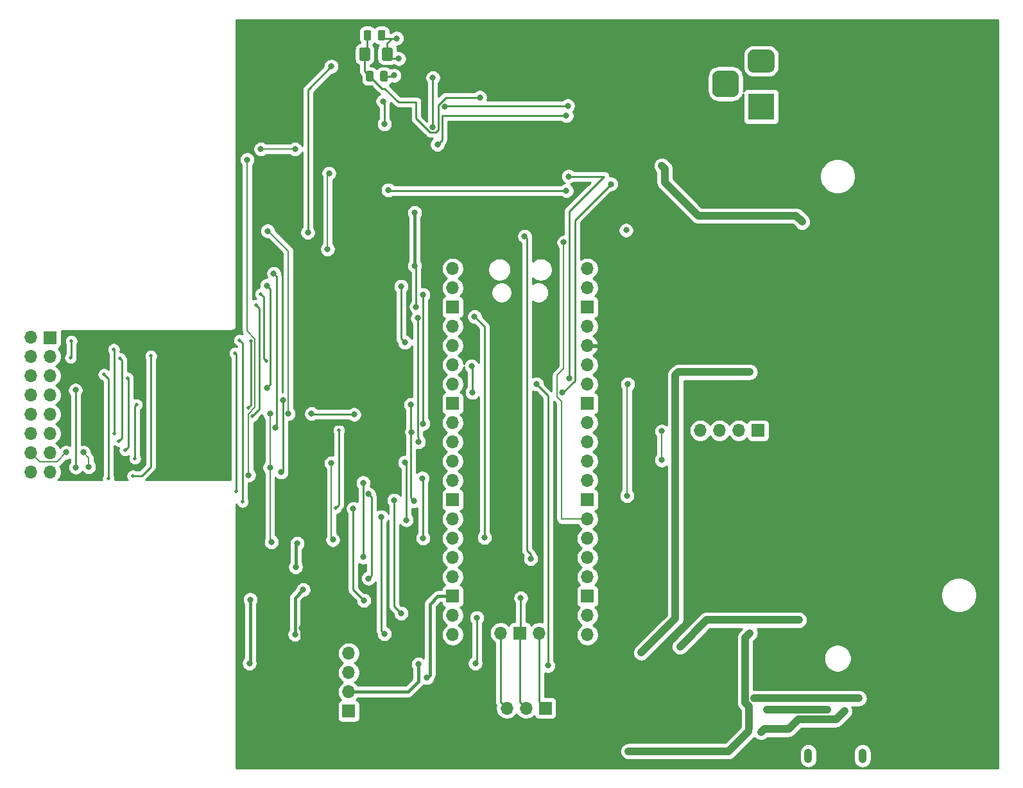
<source format=gbr>
G04 #@! TF.GenerationSoftware,KiCad,Pcbnew,5.1.5+dfsg1-2build2*
G04 #@! TF.CreationDate,2022-02-11T05:24:06+00:00*
G04 #@! TF.ProjectId,psion-org2-bluetooth-adapter,7073696f-6e2d-46f7-9267-322d626c7565,rev?*
G04 #@! TF.SameCoordinates,Original*
G04 #@! TF.FileFunction,Copper,L2,Bot*
G04 #@! TF.FilePolarity,Positive*
%FSLAX46Y46*%
G04 Gerber Fmt 4.6, Leading zero omitted, Abs format (unit mm)*
G04 Created by KiCad (PCBNEW 5.1.5+dfsg1-2build2) date 2022-02-11 05:24:06*
%MOMM*%
%LPD*%
G04 APERTURE LIST*
%ADD10O,1.700000X1.700000*%
%ADD11R,1.700000X1.700000*%
%ADD12O,1.050000X1.900000*%
%ADD13C,0.100000*%
%ADD14R,3.500000X3.500000*%
%ADD15C,0.500000*%
%ADD16C,0.800000*%
%ADD17C,0.250000*%
%ADD18C,0.400000*%
%ADD19C,0.500000*%
%ADD20C,1.000000*%
%ADD21C,0.200000*%
%ADD22C,0.254000*%
G04 APERTURE END LIST*
D10*
X167780000Y-99900000D03*
X170320000Y-99900000D03*
X172860000Y-99900000D03*
D11*
X175400000Y-99900000D03*
D12*
X189175000Y-142800000D03*
X182025000Y-142800000D03*
G04 #@! TA.AperFunction,ComponentPad*
D13*
G36*
X172060765Y-52454213D02*
G01*
X172145704Y-52466813D01*
X172228999Y-52487677D01*
X172309848Y-52516605D01*
X172387472Y-52553319D01*
X172461124Y-52597464D01*
X172530094Y-52648616D01*
X172593718Y-52706282D01*
X172651384Y-52769906D01*
X172702536Y-52838876D01*
X172746681Y-52912528D01*
X172783395Y-52990152D01*
X172812323Y-53071001D01*
X172833187Y-53154296D01*
X172845787Y-53239235D01*
X172850000Y-53325000D01*
X172850000Y-55075000D01*
X172845787Y-55160765D01*
X172833187Y-55245704D01*
X172812323Y-55328999D01*
X172783395Y-55409848D01*
X172746681Y-55487472D01*
X172702536Y-55561124D01*
X172651384Y-55630094D01*
X172593718Y-55693718D01*
X172530094Y-55751384D01*
X172461124Y-55802536D01*
X172387472Y-55846681D01*
X172309848Y-55883395D01*
X172228999Y-55912323D01*
X172145704Y-55933187D01*
X172060765Y-55945787D01*
X171975000Y-55950000D01*
X170225000Y-55950000D01*
X170139235Y-55945787D01*
X170054296Y-55933187D01*
X169971001Y-55912323D01*
X169890152Y-55883395D01*
X169812528Y-55846681D01*
X169738876Y-55802536D01*
X169669906Y-55751384D01*
X169606282Y-55693718D01*
X169548616Y-55630094D01*
X169497464Y-55561124D01*
X169453319Y-55487472D01*
X169416605Y-55409848D01*
X169387677Y-55328999D01*
X169366813Y-55245704D01*
X169354213Y-55160765D01*
X169350000Y-55075000D01*
X169350000Y-53325000D01*
X169354213Y-53239235D01*
X169366813Y-53154296D01*
X169387677Y-53071001D01*
X169416605Y-52990152D01*
X169453319Y-52912528D01*
X169497464Y-52838876D01*
X169548616Y-52769906D01*
X169606282Y-52706282D01*
X169669906Y-52648616D01*
X169738876Y-52597464D01*
X169812528Y-52553319D01*
X169890152Y-52516605D01*
X169971001Y-52487677D01*
X170054296Y-52466813D01*
X170139235Y-52454213D01*
X170225000Y-52450000D01*
X171975000Y-52450000D01*
X172060765Y-52454213D01*
G37*
G04 #@! TD.AperFunction*
G04 #@! TA.AperFunction,ComponentPad*
G36*
X176873513Y-49703611D02*
G01*
X176946318Y-49714411D01*
X177017714Y-49732295D01*
X177087013Y-49757090D01*
X177153548Y-49788559D01*
X177216678Y-49826398D01*
X177275795Y-49870242D01*
X177330330Y-49919670D01*
X177379758Y-49974205D01*
X177423602Y-50033322D01*
X177461441Y-50096452D01*
X177492910Y-50162987D01*
X177517705Y-50232286D01*
X177535589Y-50303682D01*
X177546389Y-50376487D01*
X177550000Y-50450000D01*
X177550000Y-51950000D01*
X177546389Y-52023513D01*
X177535589Y-52096318D01*
X177517705Y-52167714D01*
X177492910Y-52237013D01*
X177461441Y-52303548D01*
X177423602Y-52366678D01*
X177379758Y-52425795D01*
X177330330Y-52480330D01*
X177275795Y-52529758D01*
X177216678Y-52573602D01*
X177153548Y-52611441D01*
X177087013Y-52642910D01*
X177017714Y-52667705D01*
X176946318Y-52685589D01*
X176873513Y-52696389D01*
X176800000Y-52700000D01*
X174800000Y-52700000D01*
X174726487Y-52696389D01*
X174653682Y-52685589D01*
X174582286Y-52667705D01*
X174512987Y-52642910D01*
X174446452Y-52611441D01*
X174383322Y-52573602D01*
X174324205Y-52529758D01*
X174269670Y-52480330D01*
X174220242Y-52425795D01*
X174176398Y-52366678D01*
X174138559Y-52303548D01*
X174107090Y-52237013D01*
X174082295Y-52167714D01*
X174064411Y-52096318D01*
X174053611Y-52023513D01*
X174050000Y-51950000D01*
X174050000Y-50450000D01*
X174053611Y-50376487D01*
X174064411Y-50303682D01*
X174082295Y-50232286D01*
X174107090Y-50162987D01*
X174138559Y-50096452D01*
X174176398Y-50033322D01*
X174220242Y-49974205D01*
X174269670Y-49919670D01*
X174324205Y-49870242D01*
X174383322Y-49826398D01*
X174446452Y-49788559D01*
X174512987Y-49757090D01*
X174582286Y-49732295D01*
X174653682Y-49714411D01*
X174726487Y-49703611D01*
X174800000Y-49700000D01*
X176800000Y-49700000D01*
X176873513Y-49703611D01*
G37*
G04 #@! TD.AperFunction*
D14*
X175800000Y-57200000D03*
G04 #@! TA.AperFunction,SMDPad,CuDef*
D13*
G36*
X126974504Y-49426204D02*
G01*
X126998773Y-49429804D01*
X127022571Y-49435765D01*
X127045671Y-49444030D01*
X127067849Y-49454520D01*
X127088893Y-49467133D01*
X127108598Y-49481747D01*
X127126777Y-49498223D01*
X127143253Y-49516402D01*
X127157867Y-49536107D01*
X127170480Y-49557151D01*
X127180970Y-49579329D01*
X127189235Y-49602429D01*
X127195196Y-49626227D01*
X127198796Y-49650496D01*
X127200000Y-49675000D01*
X127200000Y-50925000D01*
X127198796Y-50949504D01*
X127195196Y-50973773D01*
X127189235Y-50997571D01*
X127180970Y-51020671D01*
X127170480Y-51042849D01*
X127157867Y-51063893D01*
X127143253Y-51083598D01*
X127126777Y-51101777D01*
X127108598Y-51118253D01*
X127088893Y-51132867D01*
X127067849Y-51145480D01*
X127045671Y-51155970D01*
X127022571Y-51164235D01*
X126998773Y-51170196D01*
X126974504Y-51173796D01*
X126950000Y-51175000D01*
X126025000Y-51175000D01*
X126000496Y-51173796D01*
X125976227Y-51170196D01*
X125952429Y-51164235D01*
X125929329Y-51155970D01*
X125907151Y-51145480D01*
X125886107Y-51132867D01*
X125866402Y-51118253D01*
X125848223Y-51101777D01*
X125831747Y-51083598D01*
X125817133Y-51063893D01*
X125804520Y-51042849D01*
X125794030Y-51020671D01*
X125785765Y-50997571D01*
X125779804Y-50973773D01*
X125776204Y-50949504D01*
X125775000Y-50925000D01*
X125775000Y-49675000D01*
X125776204Y-49650496D01*
X125779804Y-49626227D01*
X125785765Y-49602429D01*
X125794030Y-49579329D01*
X125804520Y-49557151D01*
X125817133Y-49536107D01*
X125831747Y-49516402D01*
X125848223Y-49498223D01*
X125866402Y-49481747D01*
X125886107Y-49467133D01*
X125907151Y-49454520D01*
X125929329Y-49444030D01*
X125952429Y-49435765D01*
X125976227Y-49429804D01*
X126000496Y-49426204D01*
X126025000Y-49425000D01*
X126950000Y-49425000D01*
X126974504Y-49426204D01*
G37*
G04 #@! TD.AperFunction*
G04 #@! TA.AperFunction,SMDPad,CuDef*
G36*
X123999504Y-49426204D02*
G01*
X124023773Y-49429804D01*
X124047571Y-49435765D01*
X124070671Y-49444030D01*
X124092849Y-49454520D01*
X124113893Y-49467133D01*
X124133598Y-49481747D01*
X124151777Y-49498223D01*
X124168253Y-49516402D01*
X124182867Y-49536107D01*
X124195480Y-49557151D01*
X124205970Y-49579329D01*
X124214235Y-49602429D01*
X124220196Y-49626227D01*
X124223796Y-49650496D01*
X124225000Y-49675000D01*
X124225000Y-50925000D01*
X124223796Y-50949504D01*
X124220196Y-50973773D01*
X124214235Y-50997571D01*
X124205970Y-51020671D01*
X124195480Y-51042849D01*
X124182867Y-51063893D01*
X124168253Y-51083598D01*
X124151777Y-51101777D01*
X124133598Y-51118253D01*
X124113893Y-51132867D01*
X124092849Y-51145480D01*
X124070671Y-51155970D01*
X124047571Y-51164235D01*
X124023773Y-51170196D01*
X123999504Y-51173796D01*
X123975000Y-51175000D01*
X123050000Y-51175000D01*
X123025496Y-51173796D01*
X123001227Y-51170196D01*
X122977429Y-51164235D01*
X122954329Y-51155970D01*
X122932151Y-51145480D01*
X122911107Y-51132867D01*
X122891402Y-51118253D01*
X122873223Y-51101777D01*
X122856747Y-51083598D01*
X122842133Y-51063893D01*
X122829520Y-51042849D01*
X122819030Y-51020671D01*
X122810765Y-50997571D01*
X122804804Y-50973773D01*
X122801204Y-50949504D01*
X122800000Y-50925000D01*
X122800000Y-49675000D01*
X122801204Y-49650496D01*
X122804804Y-49626227D01*
X122810765Y-49602429D01*
X122819030Y-49579329D01*
X122829520Y-49557151D01*
X122842133Y-49536107D01*
X122856747Y-49516402D01*
X122873223Y-49498223D01*
X122891402Y-49481747D01*
X122911107Y-49467133D01*
X122932151Y-49454520D01*
X122954329Y-49444030D01*
X122977429Y-49435765D01*
X123001227Y-49429804D01*
X123025496Y-49426204D01*
X123050000Y-49425000D01*
X123975000Y-49425000D01*
X123999504Y-49426204D01*
G37*
G04 #@! TD.AperFunction*
D10*
X79460000Y-105380000D03*
X82000000Y-105380000D03*
X79460000Y-102840000D03*
X82000000Y-102840000D03*
X79460000Y-100300000D03*
X82000000Y-100300000D03*
X79460000Y-97760000D03*
X82000000Y-97760000D03*
X79460000Y-95220000D03*
X82000000Y-95220000D03*
X79460000Y-92680000D03*
X82000000Y-92680000D03*
X79460000Y-90140000D03*
X82000000Y-90140000D03*
X79460000Y-87600000D03*
D11*
X82000000Y-87680000D03*
D10*
X146540000Y-126600000D03*
D11*
X144000000Y-126600000D03*
D10*
X141460000Y-126600000D03*
X152890000Y-78570000D03*
X152890000Y-81110000D03*
D11*
X152890000Y-83650000D03*
D10*
X152890000Y-86190000D03*
X152890000Y-88730000D03*
X152890000Y-91270000D03*
X152890000Y-93810000D03*
D11*
X152890000Y-96350000D03*
D10*
X152890000Y-98890000D03*
X152890000Y-101430000D03*
X152890000Y-103970000D03*
X152890000Y-106510000D03*
D11*
X152890000Y-109050000D03*
D10*
X152890000Y-111590000D03*
X152890000Y-114130000D03*
X152890000Y-116670000D03*
X152890000Y-119210000D03*
D11*
X152890000Y-121750000D03*
D10*
X152890000Y-124290000D03*
X152890000Y-126830000D03*
X135110000Y-126830000D03*
X135110000Y-124290000D03*
D11*
X135110000Y-121750000D03*
D10*
X135110000Y-119210000D03*
X135110000Y-116670000D03*
X135110000Y-114130000D03*
X135110000Y-111590000D03*
D11*
X135110000Y-109050000D03*
D10*
X135110000Y-106510000D03*
X135110000Y-103970000D03*
X135110000Y-101430000D03*
X135110000Y-98890000D03*
D11*
X135110000Y-96350000D03*
D10*
X135110000Y-93810000D03*
X135110000Y-91270000D03*
X135110000Y-88730000D03*
X135110000Y-86190000D03*
D11*
X135110000Y-83650000D03*
D10*
X135110000Y-81110000D03*
X135110000Y-78570000D03*
G04 #@! TA.AperFunction,SMDPad,CuDef*
D13*
G36*
X124430142Y-52501174D02*
G01*
X124453803Y-52504684D01*
X124477007Y-52510496D01*
X124499529Y-52518554D01*
X124521153Y-52528782D01*
X124541670Y-52541079D01*
X124560883Y-52555329D01*
X124578607Y-52571393D01*
X124594671Y-52589117D01*
X124608921Y-52608330D01*
X124621218Y-52628847D01*
X124631446Y-52650471D01*
X124639504Y-52672993D01*
X124645316Y-52696197D01*
X124648826Y-52719858D01*
X124650000Y-52743750D01*
X124650000Y-53656250D01*
X124648826Y-53680142D01*
X124645316Y-53703803D01*
X124639504Y-53727007D01*
X124631446Y-53749529D01*
X124621218Y-53771153D01*
X124608921Y-53791670D01*
X124594671Y-53810883D01*
X124578607Y-53828607D01*
X124560883Y-53844671D01*
X124541670Y-53858921D01*
X124521153Y-53871218D01*
X124499529Y-53881446D01*
X124477007Y-53889504D01*
X124453803Y-53895316D01*
X124430142Y-53898826D01*
X124406250Y-53900000D01*
X123918750Y-53900000D01*
X123894858Y-53898826D01*
X123871197Y-53895316D01*
X123847993Y-53889504D01*
X123825471Y-53881446D01*
X123803847Y-53871218D01*
X123783330Y-53858921D01*
X123764117Y-53844671D01*
X123746393Y-53828607D01*
X123730329Y-53810883D01*
X123716079Y-53791670D01*
X123703782Y-53771153D01*
X123693554Y-53749529D01*
X123685496Y-53727007D01*
X123679684Y-53703803D01*
X123676174Y-53680142D01*
X123675000Y-53656250D01*
X123675000Y-52743750D01*
X123676174Y-52719858D01*
X123679684Y-52696197D01*
X123685496Y-52672993D01*
X123693554Y-52650471D01*
X123703782Y-52628847D01*
X123716079Y-52608330D01*
X123730329Y-52589117D01*
X123746393Y-52571393D01*
X123764117Y-52555329D01*
X123783330Y-52541079D01*
X123803847Y-52528782D01*
X123825471Y-52518554D01*
X123847993Y-52510496D01*
X123871197Y-52504684D01*
X123894858Y-52501174D01*
X123918750Y-52500000D01*
X124406250Y-52500000D01*
X124430142Y-52501174D01*
G37*
G04 #@! TD.AperFunction*
G04 #@! TA.AperFunction,SMDPad,CuDef*
G36*
X126305142Y-52501174D02*
G01*
X126328803Y-52504684D01*
X126352007Y-52510496D01*
X126374529Y-52518554D01*
X126396153Y-52528782D01*
X126416670Y-52541079D01*
X126435883Y-52555329D01*
X126453607Y-52571393D01*
X126469671Y-52589117D01*
X126483921Y-52608330D01*
X126496218Y-52628847D01*
X126506446Y-52650471D01*
X126514504Y-52672993D01*
X126520316Y-52696197D01*
X126523826Y-52719858D01*
X126525000Y-52743750D01*
X126525000Y-53656250D01*
X126523826Y-53680142D01*
X126520316Y-53703803D01*
X126514504Y-53727007D01*
X126506446Y-53749529D01*
X126496218Y-53771153D01*
X126483921Y-53791670D01*
X126469671Y-53810883D01*
X126453607Y-53828607D01*
X126435883Y-53844671D01*
X126416670Y-53858921D01*
X126396153Y-53871218D01*
X126374529Y-53881446D01*
X126352007Y-53889504D01*
X126328803Y-53895316D01*
X126305142Y-53898826D01*
X126281250Y-53900000D01*
X125793750Y-53900000D01*
X125769858Y-53898826D01*
X125746197Y-53895316D01*
X125722993Y-53889504D01*
X125700471Y-53881446D01*
X125678847Y-53871218D01*
X125658330Y-53858921D01*
X125639117Y-53844671D01*
X125621393Y-53828607D01*
X125605329Y-53810883D01*
X125591079Y-53791670D01*
X125578782Y-53771153D01*
X125568554Y-53749529D01*
X125560496Y-53727007D01*
X125554684Y-53703803D01*
X125551174Y-53680142D01*
X125550000Y-53656250D01*
X125550000Y-52743750D01*
X125551174Y-52719858D01*
X125554684Y-52696197D01*
X125560496Y-52672993D01*
X125568554Y-52650471D01*
X125578782Y-52628847D01*
X125591079Y-52608330D01*
X125605329Y-52589117D01*
X125621393Y-52571393D01*
X125639117Y-52555329D01*
X125658330Y-52541079D01*
X125678847Y-52528782D01*
X125700471Y-52518554D01*
X125722993Y-52510496D01*
X125746197Y-52504684D01*
X125769858Y-52501174D01*
X125793750Y-52500000D01*
X126281250Y-52500000D01*
X126305142Y-52501174D01*
G37*
G04 #@! TD.AperFunction*
D10*
X142260000Y-136500000D03*
X144800000Y-136500000D03*
D11*
X147340000Y-136500000D03*
D10*
X121400000Y-129280000D03*
X121400000Y-131820000D03*
X121400000Y-134360000D03*
D11*
X121400000Y-136900000D03*
G04 #@! TA.AperFunction,SMDPad,CuDef*
D13*
G36*
X126005142Y-47101174D02*
G01*
X126028803Y-47104684D01*
X126052007Y-47110496D01*
X126074529Y-47118554D01*
X126096153Y-47128782D01*
X126116670Y-47141079D01*
X126135883Y-47155329D01*
X126153607Y-47171393D01*
X126169671Y-47189117D01*
X126183921Y-47208330D01*
X126196218Y-47228847D01*
X126206446Y-47250471D01*
X126214504Y-47272993D01*
X126220316Y-47296197D01*
X126223826Y-47319858D01*
X126225000Y-47343750D01*
X126225000Y-48256250D01*
X126223826Y-48280142D01*
X126220316Y-48303803D01*
X126214504Y-48327007D01*
X126206446Y-48349529D01*
X126196218Y-48371153D01*
X126183921Y-48391670D01*
X126169671Y-48410883D01*
X126153607Y-48428607D01*
X126135883Y-48444671D01*
X126116670Y-48458921D01*
X126096153Y-48471218D01*
X126074529Y-48481446D01*
X126052007Y-48489504D01*
X126028803Y-48495316D01*
X126005142Y-48498826D01*
X125981250Y-48500000D01*
X125493750Y-48500000D01*
X125469858Y-48498826D01*
X125446197Y-48495316D01*
X125422993Y-48489504D01*
X125400471Y-48481446D01*
X125378847Y-48471218D01*
X125358330Y-48458921D01*
X125339117Y-48444671D01*
X125321393Y-48428607D01*
X125305329Y-48410883D01*
X125291079Y-48391670D01*
X125278782Y-48371153D01*
X125268554Y-48349529D01*
X125260496Y-48327007D01*
X125254684Y-48303803D01*
X125251174Y-48280142D01*
X125250000Y-48256250D01*
X125250000Y-47343750D01*
X125251174Y-47319858D01*
X125254684Y-47296197D01*
X125260496Y-47272993D01*
X125268554Y-47250471D01*
X125278782Y-47228847D01*
X125291079Y-47208330D01*
X125305329Y-47189117D01*
X125321393Y-47171393D01*
X125339117Y-47155329D01*
X125358330Y-47141079D01*
X125378847Y-47128782D01*
X125400471Y-47118554D01*
X125422993Y-47110496D01*
X125446197Y-47104684D01*
X125469858Y-47101174D01*
X125493750Y-47100000D01*
X125981250Y-47100000D01*
X126005142Y-47101174D01*
G37*
G04 #@! TD.AperFunction*
G04 #@! TA.AperFunction,SMDPad,CuDef*
G36*
X124130142Y-47101174D02*
G01*
X124153803Y-47104684D01*
X124177007Y-47110496D01*
X124199529Y-47118554D01*
X124221153Y-47128782D01*
X124241670Y-47141079D01*
X124260883Y-47155329D01*
X124278607Y-47171393D01*
X124294671Y-47189117D01*
X124308921Y-47208330D01*
X124321218Y-47228847D01*
X124331446Y-47250471D01*
X124339504Y-47272993D01*
X124345316Y-47296197D01*
X124348826Y-47319858D01*
X124350000Y-47343750D01*
X124350000Y-48256250D01*
X124348826Y-48280142D01*
X124345316Y-48303803D01*
X124339504Y-48327007D01*
X124331446Y-48349529D01*
X124321218Y-48371153D01*
X124308921Y-48391670D01*
X124294671Y-48410883D01*
X124278607Y-48428607D01*
X124260883Y-48444671D01*
X124241670Y-48458921D01*
X124221153Y-48471218D01*
X124199529Y-48481446D01*
X124177007Y-48489504D01*
X124153803Y-48495316D01*
X124130142Y-48498826D01*
X124106250Y-48500000D01*
X123618750Y-48500000D01*
X123594858Y-48498826D01*
X123571197Y-48495316D01*
X123547993Y-48489504D01*
X123525471Y-48481446D01*
X123503847Y-48471218D01*
X123483330Y-48458921D01*
X123464117Y-48444671D01*
X123446393Y-48428607D01*
X123430329Y-48410883D01*
X123416079Y-48391670D01*
X123403782Y-48371153D01*
X123393554Y-48349529D01*
X123385496Y-48327007D01*
X123379684Y-48303803D01*
X123376174Y-48280142D01*
X123375000Y-48256250D01*
X123375000Y-47343750D01*
X123376174Y-47319858D01*
X123379684Y-47296197D01*
X123385496Y-47272993D01*
X123393554Y-47250471D01*
X123403782Y-47228847D01*
X123416079Y-47208330D01*
X123430329Y-47189117D01*
X123446393Y-47171393D01*
X123464117Y-47155329D01*
X123483330Y-47141079D01*
X123503847Y-47128782D01*
X123525471Y-47118554D01*
X123547993Y-47110496D01*
X123571197Y-47104684D01*
X123594858Y-47101174D01*
X123618750Y-47100000D01*
X124106250Y-47100000D01*
X124130142Y-47101174D01*
G37*
G04 #@! TD.AperFunction*
D15*
X119700000Y-110100000D03*
X120100000Y-99900000D03*
X108500000Y-88100000D03*
X108125000Y-96900000D03*
D16*
X130300000Y-83600000D03*
X130100000Y-78200000D03*
X130000000Y-109200000D03*
X129700000Y-100100000D03*
X144100000Y-122000000D03*
X132500000Y-59900000D03*
X132500000Y-53400000D03*
X127700000Y-48200000D03*
X128000000Y-50900000D03*
X130100000Y-71200000D03*
X123400000Y-122300000D03*
X129600000Y-96500000D03*
X122000000Y-110200000D03*
X108400000Y-122200000D03*
X108300000Y-130600000D03*
X111500000Y-79200000D03*
X111700000Y-99530000D03*
X110600000Y-80800000D03*
X110600000Y-94300000D03*
X85400000Y-104749999D03*
X85350000Y-94580001D03*
D15*
X109200000Y-83400000D03*
X108700000Y-98000000D03*
X109800000Y-81900000D03*
X110500000Y-90700000D03*
X95300000Y-90100000D03*
X92900000Y-105880000D03*
X106525000Y-107900000D03*
X106400000Y-89700000D03*
X84800000Y-88130001D03*
X84700000Y-90300000D03*
X107400000Y-109300000D03*
X107000000Y-88000000D03*
D16*
X112700000Y-95900000D03*
X112500000Y-105400000D03*
D15*
X89700000Y-106200000D03*
X89100000Y-92500000D03*
X91900000Y-102500000D03*
X92224999Y-93000000D03*
X93200000Y-103600000D03*
X93400000Y-96500000D03*
X90500000Y-100300000D03*
X90400000Y-89200000D03*
X91100000Y-101300000D03*
X91225000Y-90400000D03*
D16*
X114700000Y-75500000D03*
X114700000Y-70700000D03*
X117800000Y-99000000D03*
X121800000Y-99000000D03*
X126100000Y-90300000D03*
X127200000Y-99100000D03*
X122100000Y-90400000D03*
X119600000Y-90400000D03*
X126100000Y-76800000D03*
X115200000Y-126000000D03*
X115300000Y-132900000D03*
X138100000Y-130600000D03*
X138300000Y-124600000D03*
X130600000Y-130700000D03*
X146200000Y-93800000D03*
X147700000Y-130900000D03*
X126100000Y-126700000D03*
X125700000Y-111300000D03*
X128300000Y-124000000D03*
X127400000Y-109100000D03*
X124000000Y-119400000D03*
X124025000Y-108300000D03*
X123300000Y-116600000D03*
X123300000Y-106800000D03*
X131200000Y-114100000D03*
X131100000Y-106200000D03*
X129000000Y-111700000D03*
X128800000Y-104100000D03*
X128800000Y-88300000D03*
X128300000Y-80900000D03*
X131200000Y-99000000D03*
X131200000Y-82000000D03*
X139300000Y-114000000D03*
X138000000Y-84900000D03*
X130600000Y-101400000D03*
X130475000Y-85100000D03*
X122100000Y-97800000D03*
X116500000Y-97700000D03*
X138700000Y-56000000D03*
X150100000Y-58400000D03*
X133100000Y-62200000D03*
X150300000Y-57100000D03*
X134100000Y-57200000D03*
X126099998Y-59507350D03*
X125900000Y-56500000D03*
X150100000Y-68300000D03*
X126600000Y-68200000D03*
X145400000Y-116800000D03*
X144600000Y-74300000D03*
X116000000Y-73800000D03*
X119100000Y-51900000D03*
X127400000Y-53100000D03*
X150400000Y-66400000D03*
X150500000Y-93000000D03*
X155985000Y-67415000D03*
X149600000Y-94900000D03*
X137700000Y-94900000D03*
X137600000Y-91400000D03*
X160000000Y-129200000D03*
X158300000Y-142200000D03*
X174300000Y-126600000D03*
X174900000Y-135200000D03*
X188700000Y-135200000D03*
X158000000Y-73500000D03*
X131700000Y-132500000D03*
X119100000Y-104200000D03*
X119300000Y-114300000D03*
X164500000Y-110800000D03*
X174300000Y-92200000D03*
X164900000Y-92200000D03*
X167500000Y-71600000D03*
X162700000Y-65000000D03*
X175802539Y-139669995D03*
X181200000Y-72400000D03*
X176600000Y-136700000D03*
X184500000Y-136700000D03*
X165100000Y-128400000D03*
X180800000Y-124900000D03*
X162700000Y-103800000D03*
X162700000Y-100000000D03*
X124500000Y-96100000D03*
X159900000Y-88800000D03*
X161200000Y-101400000D03*
X158100000Y-108500000D03*
X158200000Y-93800000D03*
X186800000Y-136900000D03*
X111000000Y-104790000D03*
X111200000Y-114600000D03*
X111000000Y-97700000D03*
X113425000Y-97700000D03*
X110700000Y-73600000D03*
X114400000Y-117900000D03*
X114600000Y-114800000D03*
X114300000Y-126800000D03*
X115400000Y-120900000D03*
X109800000Y-62800000D03*
X114300000Y-62800000D03*
X108000000Y-64200000D03*
X108200000Y-105800000D03*
X87100000Y-104700000D03*
X86400000Y-102800000D03*
X84100000Y-102800000D03*
X149775000Y-75100000D03*
X118600000Y-76000001D03*
X118800000Y-66000000D03*
D17*
X120100000Y-109700000D02*
X120100000Y-99900000D01*
X119700000Y-110100000D02*
X120100000Y-109700000D01*
X108500000Y-96525000D02*
X108125000Y-96900000D01*
X108500000Y-88100000D02*
X108500000Y-96525000D01*
X130300000Y-78400000D02*
X130100000Y-78200000D01*
X130300000Y-83600000D02*
X130300000Y-78400000D01*
X129600001Y-100199999D02*
X129700000Y-100100000D01*
X129600001Y-108800001D02*
X129600001Y-100199999D01*
X130000000Y-109200000D02*
X129600001Y-108800001D01*
X144000000Y-135700000D02*
X144800000Y-136500000D01*
X144000000Y-126600000D02*
X144000000Y-135700000D01*
X144100000Y-126500000D02*
X144000000Y-126600000D01*
X144100000Y-122000000D02*
X144100000Y-126500000D01*
X132500000Y-59900000D02*
X132500000Y-53400000D01*
X126137500Y-48200000D02*
X125737500Y-47800000D01*
X127700000Y-48200000D02*
X126137500Y-48200000D01*
X126487500Y-49425000D02*
X126487500Y-50300000D01*
X126487500Y-48846815D02*
X126487500Y-49425000D01*
X127134315Y-48200000D02*
X126487500Y-48846815D01*
X127700000Y-48200000D02*
X127134315Y-48200000D01*
X127087500Y-50900000D02*
X126487500Y-50300000D01*
X128000000Y-50900000D02*
X127087500Y-50900000D01*
D18*
X130100000Y-71200000D02*
X130100000Y-78200000D01*
D17*
X129600000Y-100000000D02*
X129700000Y-100100000D01*
X129600000Y-96500000D02*
X129600000Y-100000000D01*
X122000000Y-120900000D02*
X122000000Y-110200000D01*
X123400000Y-122300000D02*
X122000000Y-120900000D01*
D18*
X108400000Y-130500000D02*
X108300000Y-130600000D01*
X108400000Y-122200000D02*
X108400000Y-130500000D01*
D17*
X111899999Y-79599999D02*
X111899999Y-99330001D01*
X111899999Y-99330001D02*
X111700000Y-99530000D01*
X111500000Y-79200000D02*
X111899999Y-79599999D01*
X111075001Y-93824999D02*
X110600000Y-94300000D01*
X111075001Y-81275001D02*
X111075001Y-93824999D01*
X110600000Y-80800000D02*
X111075001Y-81275001D01*
X85400000Y-94630001D02*
X85350000Y-94580001D01*
X85400000Y-104749999D02*
X85400000Y-94630001D01*
X109599999Y-97100001D02*
X108700000Y-98000000D01*
X109599999Y-83799999D02*
X109599999Y-97100001D01*
X109200000Y-83400000D02*
X109599999Y-83799999D01*
X110199999Y-90399999D02*
X110500000Y-90700000D01*
X110199999Y-82299999D02*
X110199999Y-90399999D01*
X109800000Y-81900000D02*
X110199999Y-82299999D01*
X94093002Y-105880000D02*
X92900000Y-105880000D01*
X95300000Y-104673002D02*
X94093002Y-105880000D01*
X95300000Y-90100000D02*
X95300000Y-104673002D01*
X106525000Y-89825000D02*
X106400000Y-89700000D01*
X106525000Y-107900000D02*
X106525000Y-89825000D01*
X84800000Y-90200000D02*
X84700000Y-90300000D01*
X84800000Y-88130001D02*
X84800000Y-90200000D01*
X107400000Y-88400000D02*
X107000000Y-88000000D01*
X107400000Y-109300000D02*
X107400000Y-88400000D01*
X112700000Y-105200000D02*
X112500000Y-105400000D01*
X112700000Y-95900000D02*
X112700000Y-105200000D01*
X89700000Y-93100000D02*
X89100000Y-92500000D01*
X89700000Y-106200000D02*
X89700000Y-93100000D01*
X92299999Y-93075000D02*
X92224999Y-93000000D01*
X92299999Y-102100001D02*
X92299999Y-93075000D01*
X91900000Y-102500000D02*
X92299999Y-102100001D01*
X93200000Y-96700000D02*
X93400000Y-96500000D01*
X93200000Y-103600000D02*
X93200000Y-96700000D01*
X90500000Y-89300000D02*
X90400000Y-89200000D01*
X90500000Y-100300000D02*
X90500000Y-89300000D01*
X91499999Y-90674999D02*
X91225000Y-90400000D01*
X91499999Y-100900001D02*
X91499999Y-90674999D01*
X91100000Y-101300000D02*
X91499999Y-100900001D01*
X122100000Y-90400000D02*
X119600000Y-90400000D01*
D19*
X114700000Y-70700000D02*
X114700000Y-75500000D01*
X126100000Y-77365685D02*
X126100000Y-90300000D01*
X126100000Y-76800000D02*
X126100000Y-77365685D01*
X126100000Y-98000000D02*
X127200000Y-99100000D01*
X121800000Y-99000000D02*
X117800000Y-99000000D01*
X117800000Y-99000000D02*
X117800000Y-121400000D01*
D18*
X115200000Y-132800000D02*
X115300000Y-132900000D01*
X115200000Y-126000000D02*
X115200000Y-132800000D01*
X117800000Y-121400000D02*
X117800000Y-122000000D01*
X115200000Y-124600000D02*
X115200000Y-126000000D01*
X117800000Y-122000000D02*
X115200000Y-124600000D01*
D17*
X138300000Y-124600000D02*
X138300000Y-130400000D01*
X138300000Y-130400000D02*
X138100000Y-130600000D01*
D18*
X130600000Y-133000000D02*
X130600000Y-131265685D01*
X130600000Y-131265685D02*
X130600000Y-130700000D01*
X129240000Y-134360000D02*
X130600000Y-133000000D01*
X121400000Y-134360000D02*
X129240000Y-134360000D01*
D17*
X147715001Y-130884999D02*
X147700000Y-130900000D01*
X147715001Y-95315001D02*
X147715001Y-130884999D01*
X146200000Y-93800000D02*
X147715001Y-95315001D01*
X125700000Y-126300000D02*
X125700000Y-111300000D01*
X126100000Y-126700000D02*
X125700000Y-126300000D01*
X127400000Y-123100000D02*
X127400000Y-109100000D01*
X128300000Y-124000000D02*
X127400000Y-123100000D01*
X124399999Y-108674999D02*
X124025000Y-108300000D01*
X124399999Y-119000001D02*
X124399999Y-108674999D01*
X124000000Y-119400000D02*
X124399999Y-119000001D01*
X123300000Y-116600000D02*
X123300000Y-106800000D01*
X131200000Y-106300000D02*
X131100000Y-106200000D01*
X131200000Y-114100000D02*
X131200000Y-106300000D01*
X129000000Y-104300000D02*
X128800000Y-104100000D01*
X129000000Y-111700000D02*
X129000000Y-104300000D01*
X128300000Y-87800000D02*
X128300000Y-80900000D01*
X128800000Y-88300000D02*
X128300000Y-87800000D01*
X131200000Y-99000000D02*
X131200000Y-82000000D01*
X139300000Y-86200000D02*
X138000000Y-84900000D01*
X139300000Y-114000000D02*
X139300000Y-86200000D01*
X130475000Y-100709315D02*
X130475000Y-85100000D01*
X130600000Y-100834315D02*
X130475000Y-100709315D01*
X130600000Y-101400000D02*
X130600000Y-100834315D01*
X116600000Y-97800000D02*
X116500000Y-97700000D01*
X122100000Y-97800000D02*
X116600000Y-97800000D01*
X123862500Y-49950000D02*
X123512500Y-50300000D01*
X123862500Y-47800000D02*
X123862500Y-49950000D01*
X123512500Y-52550000D02*
X124162500Y-53200000D01*
X123512500Y-50300000D02*
X123512500Y-52550000D01*
X132151999Y-60625001D02*
X130300000Y-58773002D01*
X133225001Y-60248001D02*
X132848001Y-60625001D01*
X132848001Y-60625001D02*
X132151999Y-60625001D01*
X133225001Y-57001997D02*
X133225001Y-60248001D01*
X134226998Y-56000000D02*
X133225001Y-57001997D01*
X138700000Y-56000000D02*
X134226998Y-56000000D01*
X130300000Y-58773002D02*
X130300000Y-56600000D01*
X127933150Y-56600000D02*
X126133150Y-54800000D01*
X130300000Y-56600000D02*
X127933150Y-56600000D01*
X125762500Y-54800000D02*
X124162500Y-53200000D01*
X126133150Y-54800000D02*
X125762500Y-54800000D01*
X150100000Y-58400000D02*
X133700000Y-58400000D01*
X133700000Y-58400000D02*
X133700000Y-61600000D01*
X133700000Y-61600000D02*
X133100000Y-62200000D01*
X134200000Y-57100000D02*
X134100000Y-57200000D01*
X150300000Y-57100000D02*
X134200000Y-57100000D01*
X126099998Y-56699998D02*
X125900000Y-56500000D01*
X126099998Y-59507350D02*
X126099998Y-56699998D01*
X141460000Y-135700000D02*
X142260000Y-136500000D01*
X141460000Y-126600000D02*
X141460000Y-135700000D01*
X146540000Y-135700000D02*
X147340000Y-136500000D01*
X146540000Y-126600000D02*
X146540000Y-135700000D01*
X126700000Y-68300000D02*
X126600000Y-68200000D01*
X150100000Y-68300000D02*
X126700000Y-68300000D01*
X145400000Y-116234315D02*
X144900000Y-115734315D01*
X145400000Y-116800000D02*
X145400000Y-116234315D01*
X144900000Y-74600000D02*
X144600000Y-74300000D01*
X144900000Y-115734315D02*
X144900000Y-74600000D01*
X116000000Y-55000000D02*
X119100000Y-51900000D01*
X116000000Y-73800000D02*
X116000000Y-55000000D01*
X127300000Y-53200000D02*
X127400000Y-53100000D01*
X126037500Y-53200000D02*
X127300000Y-53200000D01*
X150400000Y-66400000D02*
X155100000Y-66400000D01*
X150500000Y-71000000D02*
X150500000Y-93000000D01*
X155100000Y-66400000D02*
X150500000Y-71000000D01*
X149673002Y-94900000D02*
X149600000Y-94900000D01*
X151225001Y-93348001D02*
X149673002Y-94900000D01*
X151225001Y-72174999D02*
X151225001Y-93348001D01*
X155985000Y-67415000D02*
X151225001Y-72174999D01*
X137700000Y-91500000D02*
X137600000Y-91400000D01*
X137700000Y-94900000D02*
X137700000Y-91500000D01*
D20*
X174100000Y-139628002D02*
X174100000Y-139500000D01*
X171528002Y-142200000D02*
X174100000Y-139628002D01*
X158300000Y-142200000D02*
X171528002Y-142200000D01*
D19*
X174200000Y-139158002D02*
X174100000Y-139500000D01*
D20*
X174200000Y-136865685D02*
X174200000Y-139158002D01*
X174200000Y-136300000D02*
X174200000Y-136865685D01*
X160000000Y-129200000D02*
X164500000Y-124700000D01*
X164500000Y-124700000D02*
X164500000Y-124300000D01*
X173699990Y-127200010D02*
X174300000Y-126600000D01*
X173699990Y-135799990D02*
X173699990Y-127200010D01*
X174200000Y-136300000D02*
X173699990Y-135799990D01*
D19*
X164500000Y-115500000D02*
X164500000Y-103200000D01*
X164500000Y-124300000D02*
X164500000Y-115500000D01*
D20*
X174900000Y-135200000D02*
X188700000Y-135200000D01*
D18*
X132099999Y-132100001D02*
X132099999Y-122799999D01*
X131700000Y-132500000D02*
X132099999Y-132100001D01*
X133149998Y-121750000D02*
X135110000Y-121750000D01*
X132099999Y-122799999D02*
X133149998Y-121750000D01*
D21*
X119100000Y-114100000D02*
X119300000Y-114300000D01*
X119100000Y-104200000D02*
X119100000Y-114100000D01*
D20*
X164500000Y-110800000D02*
X164500000Y-103200000D01*
X164500000Y-124700000D02*
X164500000Y-110800000D01*
X174300000Y-92200000D02*
X164900000Y-92200000D01*
X164500000Y-92600000D02*
X164500000Y-103200000D01*
X164900000Y-92200000D02*
X164500000Y-92600000D01*
X167500000Y-71600000D02*
X163100000Y-67200000D01*
X163100000Y-65400000D02*
X162700000Y-65000000D01*
X163100000Y-67200000D02*
X163100000Y-65400000D01*
X180400000Y-71600000D02*
X167500000Y-71600000D01*
X181200000Y-72400000D02*
X180400000Y-71600000D01*
X176600000Y-136700000D02*
X184500000Y-136700000D01*
X168600000Y-124900000D02*
X180800000Y-124900000D01*
X165100000Y-128400000D02*
X168600000Y-124900000D01*
D21*
X162700000Y-103800000D02*
X162700000Y-100000000D01*
D19*
X125065685Y-96100000D02*
X126100000Y-96100000D01*
X124500000Y-96100000D02*
X125065685Y-96100000D01*
X126100000Y-96100000D02*
X126100000Y-98000000D01*
X126100000Y-90300000D02*
X126100000Y-96100000D01*
D18*
X161200000Y-90100000D02*
X161200000Y-101400000D01*
X159900000Y-88800000D02*
X161200000Y-90100000D01*
D21*
X158100000Y-93900000D02*
X158200000Y-93800000D01*
X158100000Y-108500000D02*
X158100000Y-93900000D01*
D20*
X176202538Y-139269996D02*
X179430004Y-139269996D01*
X175802539Y-139669995D02*
X176202538Y-139269996D01*
X179430004Y-139269996D02*
X180700000Y-138000000D01*
X185700000Y-138000000D02*
X186800000Y-136900000D01*
X180700000Y-138000000D02*
X185700000Y-138000000D01*
D21*
X111000000Y-114400000D02*
X111200000Y-114600000D01*
X111000000Y-104790000D02*
X111000000Y-114400000D01*
X111000000Y-104790000D02*
X111000000Y-97700000D01*
X113425000Y-97700000D02*
X113425000Y-76225000D01*
X110800000Y-73600000D02*
X110700000Y-73600000D01*
X113425000Y-76225000D02*
X110800000Y-73600000D01*
D18*
X114400000Y-115000000D02*
X114600000Y-114800000D01*
X114400000Y-117900000D02*
X114400000Y-115000000D01*
X114300000Y-122000000D02*
X115400000Y-120900000D01*
X114300000Y-126800000D02*
X114300000Y-122000000D01*
D21*
X109800000Y-62800000D02*
X114300000Y-62800000D01*
X108149999Y-105749999D02*
X108200000Y-105800000D01*
X108149999Y-97735999D02*
X108149999Y-105749999D01*
X109050001Y-87835999D02*
X109050001Y-96835997D01*
X109050001Y-96835997D02*
X108149999Y-97735999D01*
X108000000Y-86785998D02*
X109050001Y-87835999D01*
X108000000Y-64200000D02*
X108000000Y-86785998D01*
X87100000Y-103500000D02*
X86400000Y-102800000D01*
X87100000Y-104700000D02*
X87100000Y-103500000D01*
X80309999Y-103689999D02*
X79460000Y-102840000D01*
X80610001Y-103990001D02*
X80309999Y-103689999D01*
X82909999Y-103990001D02*
X80610001Y-103990001D01*
X84100000Y-102800000D02*
X82909999Y-103990001D01*
X152890000Y-111590000D02*
X149490000Y-111590000D01*
X148899999Y-95463997D02*
X148899999Y-92600001D01*
X149490000Y-96053998D02*
X148899999Y-95463997D01*
X149490000Y-111590000D02*
X149490000Y-96053998D01*
X149775000Y-91725000D02*
X149775000Y-75100000D01*
X148899999Y-92600001D02*
X149775000Y-91725000D01*
X118600000Y-66200000D02*
X118800000Y-66000000D01*
X118600000Y-76000001D02*
X118600000Y-66200000D01*
D22*
G36*
X207040001Y-144440000D02*
G01*
X106560000Y-144440000D01*
X106560000Y-142200000D01*
X157159509Y-142200000D01*
X157181423Y-142422499D01*
X157246324Y-142636447D01*
X157351716Y-142833623D01*
X157493551Y-143006449D01*
X157666377Y-143148284D01*
X157863553Y-143253676D01*
X158077501Y-143318577D01*
X158244248Y-143335000D01*
X171472251Y-143335000D01*
X171528002Y-143340491D01*
X171583753Y-143335000D01*
X171583754Y-143335000D01*
X171750501Y-143318577D01*
X171964449Y-143253676D01*
X172161625Y-143148284D01*
X172334451Y-143006449D01*
X172369998Y-142963135D01*
X173015112Y-142318021D01*
X180865000Y-142318021D01*
X180865000Y-143281978D01*
X180881785Y-143452399D01*
X180948115Y-143671059D01*
X181055829Y-143872578D01*
X181200788Y-144049212D01*
X181377421Y-144194171D01*
X181578940Y-144301885D01*
X181797600Y-144368215D01*
X182025000Y-144390612D01*
X182252399Y-144368215D01*
X182471059Y-144301885D01*
X182672578Y-144194171D01*
X182849212Y-144049212D01*
X182994171Y-143872579D01*
X183101885Y-143671060D01*
X183168215Y-143452400D01*
X183185000Y-143281979D01*
X183185000Y-142318022D01*
X188015000Y-142318022D01*
X188015000Y-143281979D01*
X188031785Y-143452400D01*
X188098115Y-143671060D01*
X188205830Y-143872579D01*
X188350789Y-144049212D01*
X188527422Y-144194171D01*
X188728941Y-144301885D01*
X188947601Y-144368215D01*
X189175000Y-144390612D01*
X189402400Y-144368215D01*
X189621060Y-144301885D01*
X189822579Y-144194171D01*
X189999212Y-144049212D01*
X190144171Y-143872579D01*
X190251885Y-143671060D01*
X190318215Y-143452400D01*
X190335000Y-143281978D01*
X190335000Y-142318021D01*
X190318215Y-142147600D01*
X190251885Y-141928940D01*
X190144171Y-141727421D01*
X189999212Y-141550788D01*
X189822578Y-141405829D01*
X189621059Y-141298115D01*
X189402399Y-141231785D01*
X189175000Y-141209388D01*
X188947600Y-141231785D01*
X188728940Y-141298115D01*
X188527421Y-141405829D01*
X188350788Y-141550788D01*
X188205829Y-141727422D01*
X188098115Y-141928941D01*
X188031785Y-142147601D01*
X188015000Y-142318022D01*
X183185000Y-142318022D01*
X183168215Y-142147600D01*
X183101885Y-141928940D01*
X182994171Y-141727421D01*
X182849212Y-141550788D01*
X182672579Y-141405829D01*
X182471060Y-141298115D01*
X182252400Y-141231785D01*
X182025000Y-141209388D01*
X181797601Y-141231785D01*
X181578941Y-141298115D01*
X181377422Y-141405829D01*
X181200789Y-141550788D01*
X181055830Y-141727421D01*
X180948115Y-141928940D01*
X180881785Y-142147600D01*
X180865000Y-142318021D01*
X173015112Y-142318021D01*
X174863141Y-140469993D01*
X174906449Y-140434451D01*
X174934039Y-140400833D01*
X174996091Y-140476443D01*
X175168917Y-140618278D01*
X175366093Y-140723671D01*
X175580041Y-140788572D01*
X175802539Y-140810486D01*
X176025037Y-140788572D01*
X176238985Y-140723671D01*
X176436161Y-140618278D01*
X176565682Y-140511983D01*
X176672669Y-140404996D01*
X179374253Y-140404996D01*
X179430004Y-140410487D01*
X179485755Y-140404996D01*
X179485756Y-140404996D01*
X179652503Y-140388573D01*
X179866451Y-140323672D01*
X180063627Y-140218280D01*
X180236453Y-140076445D01*
X180271999Y-140033132D01*
X181170132Y-139135000D01*
X185644249Y-139135000D01*
X185700000Y-139140491D01*
X185755751Y-139135000D01*
X185755752Y-139135000D01*
X185922499Y-139118577D01*
X186136447Y-139053676D01*
X186333623Y-138948284D01*
X186506449Y-138806449D01*
X186541996Y-138763136D01*
X187641988Y-137663144D01*
X187748283Y-137533623D01*
X187853676Y-137336447D01*
X187918577Y-137122499D01*
X187940491Y-136900000D01*
X187918577Y-136677502D01*
X187853676Y-136463554D01*
X187784962Y-136335000D01*
X188755752Y-136335000D01*
X188922499Y-136318577D01*
X189136447Y-136253676D01*
X189333623Y-136148284D01*
X189506449Y-136006449D01*
X189648284Y-135833623D01*
X189753676Y-135636447D01*
X189818577Y-135422499D01*
X189840491Y-135200000D01*
X189818577Y-134977501D01*
X189753676Y-134763553D01*
X189648284Y-134566377D01*
X189506449Y-134393551D01*
X189333623Y-134251716D01*
X189136447Y-134146324D01*
X188922499Y-134081423D01*
X188755752Y-134065000D01*
X174844248Y-134065000D01*
X174834990Y-134065912D01*
X174834990Y-129749761D01*
X184070000Y-129749761D01*
X184070000Y-130110239D01*
X184140325Y-130463791D01*
X184278275Y-130796830D01*
X184478546Y-131096557D01*
X184733443Y-131351454D01*
X185033170Y-131551725D01*
X185366209Y-131689675D01*
X185719761Y-131760000D01*
X186080239Y-131760000D01*
X186433791Y-131689675D01*
X186766830Y-131551725D01*
X187066557Y-131351454D01*
X187321454Y-131096557D01*
X187521725Y-130796830D01*
X187659675Y-130463791D01*
X187730000Y-130110239D01*
X187730000Y-129749761D01*
X187659675Y-129396209D01*
X187521725Y-129063170D01*
X187321454Y-128763443D01*
X187066557Y-128508546D01*
X186766830Y-128308275D01*
X186433791Y-128170325D01*
X186080239Y-128100000D01*
X185719761Y-128100000D01*
X185366209Y-128170325D01*
X185033170Y-128308275D01*
X184733443Y-128508546D01*
X184478546Y-128763443D01*
X184278275Y-129063170D01*
X184140325Y-129396209D01*
X184070000Y-129749761D01*
X174834990Y-129749761D01*
X174834990Y-127670141D01*
X175141988Y-127363143D01*
X175248283Y-127233623D01*
X175353675Y-127036448D01*
X175418576Y-126822500D01*
X175440490Y-126600001D01*
X175418576Y-126377502D01*
X175353675Y-126163554D01*
X175284962Y-126035000D01*
X180855752Y-126035000D01*
X181022499Y-126018577D01*
X181236447Y-125953676D01*
X181433623Y-125848284D01*
X181606449Y-125706449D01*
X181748284Y-125533623D01*
X181853676Y-125336447D01*
X181918577Y-125122499D01*
X181940491Y-124900000D01*
X181918577Y-124677501D01*
X181853676Y-124463553D01*
X181748284Y-124266377D01*
X181606449Y-124093551D01*
X181433623Y-123951716D01*
X181236447Y-123846324D01*
X181022499Y-123781423D01*
X180855752Y-123765000D01*
X168655741Y-123765000D01*
X168599999Y-123759510D01*
X168544257Y-123765000D01*
X168544248Y-123765000D01*
X168377501Y-123781423D01*
X168163553Y-123846324D01*
X167966377Y-123951716D01*
X167793551Y-124093551D01*
X167758009Y-124136859D01*
X164258012Y-127636857D01*
X164151717Y-127766378D01*
X164046324Y-127963554D01*
X163981423Y-128177502D01*
X163959509Y-128400000D01*
X163981423Y-128622498D01*
X164046324Y-128836446D01*
X164151717Y-129033622D01*
X164293552Y-129206448D01*
X164466378Y-129348283D01*
X164663554Y-129453676D01*
X164877502Y-129518577D01*
X165100000Y-129540491D01*
X165322498Y-129518577D01*
X165536446Y-129453676D01*
X165733622Y-129348283D01*
X165863143Y-129241988D01*
X169070132Y-126035000D01*
X173259869Y-126035000D01*
X172936850Y-126358019D01*
X172893542Y-126393561D01*
X172751707Y-126566387D01*
X172737885Y-126592247D01*
X172646314Y-126763564D01*
X172581413Y-126977512D01*
X172559499Y-127200010D01*
X172564991Y-127255771D01*
X172564990Y-135744238D01*
X172559499Y-135799990D01*
X172565902Y-135865000D01*
X172581413Y-136022488D01*
X172646314Y-136236436D01*
X172751706Y-136433613D01*
X172893541Y-136606439D01*
X172936855Y-136641986D01*
X173065000Y-136770131D01*
X173065000Y-136809934D01*
X173065001Y-139028611D01*
X173046324Y-139063553D01*
X173040666Y-139082204D01*
X171057871Y-141065000D01*
X158244248Y-141065000D01*
X158077501Y-141081423D01*
X157863553Y-141146324D01*
X157666377Y-141251716D01*
X157493551Y-141393551D01*
X157351716Y-141566377D01*
X157246324Y-141763553D01*
X157181423Y-141977501D01*
X157159509Y-142200000D01*
X106560000Y-142200000D01*
X106560000Y-136050000D01*
X119911928Y-136050000D01*
X119911928Y-137750000D01*
X119924188Y-137874482D01*
X119960498Y-137994180D01*
X120019463Y-138104494D01*
X120098815Y-138201185D01*
X120195506Y-138280537D01*
X120305820Y-138339502D01*
X120425518Y-138375812D01*
X120550000Y-138388072D01*
X122250000Y-138388072D01*
X122374482Y-138375812D01*
X122494180Y-138339502D01*
X122604494Y-138280537D01*
X122701185Y-138201185D01*
X122780537Y-138104494D01*
X122839502Y-137994180D01*
X122875812Y-137874482D01*
X122888072Y-137750000D01*
X122888072Y-136050000D01*
X122875812Y-135925518D01*
X122839502Y-135805820D01*
X122780537Y-135695506D01*
X122701185Y-135598815D01*
X122604494Y-135519463D01*
X122494180Y-135460498D01*
X122421620Y-135438487D01*
X122553475Y-135306632D01*
X122628065Y-135195000D01*
X129198982Y-135195000D01*
X129240000Y-135199040D01*
X129281018Y-135195000D01*
X129281019Y-135195000D01*
X129403689Y-135182918D01*
X129561087Y-135135172D01*
X129706146Y-135057636D01*
X129833291Y-134953291D01*
X129859446Y-134921421D01*
X131161428Y-133619440D01*
X131193291Y-133593291D01*
X131297636Y-133466146D01*
X131303121Y-133455883D01*
X131398102Y-133495226D01*
X131598061Y-133535000D01*
X131801939Y-133535000D01*
X132001898Y-133495226D01*
X132190256Y-133417205D01*
X132359774Y-133303937D01*
X132503937Y-133159774D01*
X132617205Y-132990256D01*
X132695226Y-132801898D01*
X132724359Y-132655434D01*
X132797635Y-132566147D01*
X132875171Y-132421088D01*
X132922917Y-132263690D01*
X132923954Y-132253158D01*
X132939039Y-132100002D01*
X132934999Y-132058983D01*
X132934999Y-130498061D01*
X137065000Y-130498061D01*
X137065000Y-130701939D01*
X137104774Y-130901898D01*
X137182795Y-131090256D01*
X137296063Y-131259774D01*
X137440226Y-131403937D01*
X137609744Y-131517205D01*
X137798102Y-131595226D01*
X137998061Y-131635000D01*
X138201939Y-131635000D01*
X138401898Y-131595226D01*
X138590256Y-131517205D01*
X138759774Y-131403937D01*
X138903937Y-131259774D01*
X139017205Y-131090256D01*
X139095226Y-130901898D01*
X139135000Y-130701939D01*
X139135000Y-130498061D01*
X139095226Y-130298102D01*
X139060000Y-130213060D01*
X139060000Y-125303711D01*
X139103937Y-125259774D01*
X139217205Y-125090256D01*
X139295226Y-124901898D01*
X139335000Y-124701939D01*
X139335000Y-124498061D01*
X139295226Y-124298102D01*
X139217205Y-124109744D01*
X139103937Y-123940226D01*
X138959774Y-123796063D01*
X138790256Y-123682795D01*
X138601898Y-123604774D01*
X138401939Y-123565000D01*
X138198061Y-123565000D01*
X137998102Y-123604774D01*
X137809744Y-123682795D01*
X137640226Y-123796063D01*
X137496063Y-123940226D01*
X137382795Y-124109744D01*
X137304774Y-124298102D01*
X137265000Y-124498061D01*
X137265000Y-124701939D01*
X137304774Y-124901898D01*
X137382795Y-125090256D01*
X137496063Y-125259774D01*
X137540000Y-125303711D01*
X137540001Y-129729396D01*
X137440226Y-129796063D01*
X137296063Y-129940226D01*
X137182795Y-130109744D01*
X137104774Y-130298102D01*
X137065000Y-130498061D01*
X132934999Y-130498061D01*
X132934999Y-123145866D01*
X133495867Y-122585000D01*
X133621928Y-122585000D01*
X133621928Y-122600000D01*
X133634188Y-122724482D01*
X133670498Y-122844180D01*
X133729463Y-122954494D01*
X133808815Y-123051185D01*
X133905506Y-123130537D01*
X134015820Y-123189502D01*
X134088380Y-123211513D01*
X133956525Y-123343368D01*
X133794010Y-123586589D01*
X133682068Y-123856842D01*
X133625000Y-124143740D01*
X133625000Y-124436260D01*
X133682068Y-124723158D01*
X133794010Y-124993411D01*
X133956525Y-125236632D01*
X134163368Y-125443475D01*
X134337760Y-125560000D01*
X134163368Y-125676525D01*
X133956525Y-125883368D01*
X133794010Y-126126589D01*
X133682068Y-126396842D01*
X133625000Y-126683740D01*
X133625000Y-126976260D01*
X133682068Y-127263158D01*
X133794010Y-127533411D01*
X133956525Y-127776632D01*
X134163368Y-127983475D01*
X134406589Y-128145990D01*
X134676842Y-128257932D01*
X134963740Y-128315000D01*
X135256260Y-128315000D01*
X135543158Y-128257932D01*
X135813411Y-128145990D01*
X136056632Y-127983475D01*
X136263475Y-127776632D01*
X136425990Y-127533411D01*
X136537932Y-127263158D01*
X136595000Y-126976260D01*
X136595000Y-126683740D01*
X136537932Y-126396842D01*
X136425990Y-126126589D01*
X136263475Y-125883368D01*
X136056632Y-125676525D01*
X135882240Y-125560000D01*
X136056632Y-125443475D01*
X136263475Y-125236632D01*
X136425990Y-124993411D01*
X136537932Y-124723158D01*
X136595000Y-124436260D01*
X136595000Y-124143740D01*
X136537932Y-123856842D01*
X136425990Y-123586589D01*
X136263475Y-123343368D01*
X136131620Y-123211513D01*
X136204180Y-123189502D01*
X136314494Y-123130537D01*
X136411185Y-123051185D01*
X136490537Y-122954494D01*
X136549502Y-122844180D01*
X136585812Y-122724482D01*
X136598072Y-122600000D01*
X136598072Y-120900000D01*
X136585812Y-120775518D01*
X136549502Y-120655820D01*
X136490537Y-120545506D01*
X136411185Y-120448815D01*
X136314494Y-120369463D01*
X136204180Y-120310498D01*
X136131620Y-120288487D01*
X136263475Y-120156632D01*
X136425990Y-119913411D01*
X136537932Y-119643158D01*
X136595000Y-119356260D01*
X136595000Y-119063740D01*
X136537932Y-118776842D01*
X136425990Y-118506589D01*
X136263475Y-118263368D01*
X136056632Y-118056525D01*
X135882240Y-117940000D01*
X136056632Y-117823475D01*
X136263475Y-117616632D01*
X136425990Y-117373411D01*
X136537932Y-117103158D01*
X136595000Y-116816260D01*
X136595000Y-116523740D01*
X136537932Y-116236842D01*
X136425990Y-115966589D01*
X136263475Y-115723368D01*
X136056632Y-115516525D01*
X135882240Y-115400000D01*
X136056632Y-115283475D01*
X136263475Y-115076632D01*
X136425990Y-114833411D01*
X136537932Y-114563158D01*
X136595000Y-114276260D01*
X136595000Y-113983740D01*
X136537932Y-113696842D01*
X136425990Y-113426589D01*
X136263475Y-113183368D01*
X136056632Y-112976525D01*
X135882240Y-112860000D01*
X136056632Y-112743475D01*
X136263475Y-112536632D01*
X136425990Y-112293411D01*
X136537932Y-112023158D01*
X136595000Y-111736260D01*
X136595000Y-111443740D01*
X136537932Y-111156842D01*
X136425990Y-110886589D01*
X136263475Y-110643368D01*
X136131620Y-110511513D01*
X136204180Y-110489502D01*
X136314494Y-110430537D01*
X136411185Y-110351185D01*
X136490537Y-110254494D01*
X136549502Y-110144180D01*
X136585812Y-110024482D01*
X136598072Y-109900000D01*
X136598072Y-108200000D01*
X136585812Y-108075518D01*
X136549502Y-107955820D01*
X136490537Y-107845506D01*
X136411185Y-107748815D01*
X136314494Y-107669463D01*
X136204180Y-107610498D01*
X136131620Y-107588487D01*
X136263475Y-107456632D01*
X136425990Y-107213411D01*
X136537932Y-106943158D01*
X136595000Y-106656260D01*
X136595000Y-106363740D01*
X136537932Y-106076842D01*
X136425990Y-105806589D01*
X136263475Y-105563368D01*
X136056632Y-105356525D01*
X135882240Y-105240000D01*
X136056632Y-105123475D01*
X136263475Y-104916632D01*
X136425990Y-104673411D01*
X136537932Y-104403158D01*
X136595000Y-104116260D01*
X136595000Y-103823740D01*
X136537932Y-103536842D01*
X136425990Y-103266589D01*
X136263475Y-103023368D01*
X136056632Y-102816525D01*
X135882240Y-102700000D01*
X136056632Y-102583475D01*
X136263475Y-102376632D01*
X136425990Y-102133411D01*
X136537932Y-101863158D01*
X136595000Y-101576260D01*
X136595000Y-101283740D01*
X136537932Y-100996842D01*
X136425990Y-100726589D01*
X136263475Y-100483368D01*
X136056632Y-100276525D01*
X135882240Y-100160000D01*
X136056632Y-100043475D01*
X136263475Y-99836632D01*
X136425990Y-99593411D01*
X136537932Y-99323158D01*
X136595000Y-99036260D01*
X136595000Y-98743740D01*
X136537932Y-98456842D01*
X136425990Y-98186589D01*
X136263475Y-97943368D01*
X136131620Y-97811513D01*
X136204180Y-97789502D01*
X136314494Y-97730537D01*
X136411185Y-97651185D01*
X136490537Y-97554494D01*
X136549502Y-97444180D01*
X136585812Y-97324482D01*
X136598072Y-97200000D01*
X136598072Y-95500000D01*
X136585812Y-95375518D01*
X136549502Y-95255820D01*
X136490537Y-95145506D01*
X136411185Y-95048815D01*
X136314494Y-94969463D01*
X136204180Y-94910498D01*
X136131620Y-94888487D01*
X136263475Y-94756632D01*
X136425990Y-94513411D01*
X136537932Y-94243158D01*
X136595000Y-93956260D01*
X136595000Y-93663740D01*
X136537932Y-93376842D01*
X136425990Y-93106589D01*
X136263475Y-92863368D01*
X136056632Y-92656525D01*
X135882240Y-92540000D01*
X136056632Y-92423475D01*
X136263475Y-92216632D01*
X136425990Y-91973411D01*
X136537932Y-91703158D01*
X136571479Y-91534509D01*
X136604774Y-91701898D01*
X136682795Y-91890256D01*
X136796063Y-92059774D01*
X136940001Y-92203712D01*
X136940000Y-94196289D01*
X136896063Y-94240226D01*
X136782795Y-94409744D01*
X136704774Y-94598102D01*
X136665000Y-94798061D01*
X136665000Y-95001939D01*
X136704774Y-95201898D01*
X136782795Y-95390256D01*
X136896063Y-95559774D01*
X137040226Y-95703937D01*
X137209744Y-95817205D01*
X137398102Y-95895226D01*
X137598061Y-95935000D01*
X137801939Y-95935000D01*
X138001898Y-95895226D01*
X138190256Y-95817205D01*
X138359774Y-95703937D01*
X138503937Y-95559774D01*
X138540001Y-95505801D01*
X138540000Y-113296289D01*
X138496063Y-113340226D01*
X138382795Y-113509744D01*
X138304774Y-113698102D01*
X138265000Y-113898061D01*
X138265000Y-114101939D01*
X138304774Y-114301898D01*
X138382795Y-114490256D01*
X138496063Y-114659774D01*
X138640226Y-114803937D01*
X138809744Y-114917205D01*
X138998102Y-114995226D01*
X139198061Y-115035000D01*
X139401939Y-115035000D01*
X139601898Y-114995226D01*
X139790256Y-114917205D01*
X139959774Y-114803937D01*
X140103937Y-114659774D01*
X140217205Y-114490256D01*
X140295226Y-114301898D01*
X140335000Y-114101939D01*
X140335000Y-113898061D01*
X140295226Y-113698102D01*
X140217205Y-113509744D01*
X140103937Y-113340226D01*
X140060000Y-113296289D01*
X140060000Y-86237325D01*
X140063676Y-86200000D01*
X140060000Y-86162675D01*
X140060000Y-86162667D01*
X140049003Y-86051014D01*
X140005546Y-85907753D01*
X139934974Y-85775724D01*
X139840001Y-85659999D01*
X139811003Y-85636201D01*
X139035000Y-84860199D01*
X139035000Y-84798061D01*
X138995226Y-84598102D01*
X138917205Y-84409744D01*
X138803937Y-84240226D01*
X138659774Y-84096063D01*
X138490256Y-83982795D01*
X138301898Y-83904774D01*
X138101939Y-83865000D01*
X137898061Y-83865000D01*
X137698102Y-83904774D01*
X137509744Y-83982795D01*
X137340226Y-84096063D01*
X137196063Y-84240226D01*
X137082795Y-84409744D01*
X137004774Y-84598102D01*
X136965000Y-84798061D01*
X136965000Y-85001939D01*
X137004774Y-85201898D01*
X137082795Y-85390256D01*
X137196063Y-85559774D01*
X137340226Y-85703937D01*
X137509744Y-85817205D01*
X137698102Y-85895226D01*
X137898061Y-85935000D01*
X137960199Y-85935000D01*
X138540001Y-86514803D01*
X138540001Y-90964778D01*
X138517205Y-90909744D01*
X138403937Y-90740226D01*
X138259774Y-90596063D01*
X138090256Y-90482795D01*
X137901898Y-90404774D01*
X137701939Y-90365000D01*
X137498061Y-90365000D01*
X137298102Y-90404774D01*
X137109744Y-90482795D01*
X136940226Y-90596063D01*
X136796063Y-90740226D01*
X136682795Y-90909744D01*
X136604774Y-91098102D01*
X136595000Y-91147240D01*
X136595000Y-91123740D01*
X136537932Y-90836842D01*
X136425990Y-90566589D01*
X136263475Y-90323368D01*
X136056632Y-90116525D01*
X135882240Y-90000000D01*
X136056632Y-89883475D01*
X136263475Y-89676632D01*
X136425990Y-89433411D01*
X136537932Y-89163158D01*
X136595000Y-88876260D01*
X136595000Y-88583740D01*
X136537932Y-88296842D01*
X136425990Y-88026589D01*
X136263475Y-87783368D01*
X136056632Y-87576525D01*
X135882240Y-87460000D01*
X136056632Y-87343475D01*
X136263475Y-87136632D01*
X136425990Y-86893411D01*
X136537932Y-86623158D01*
X136595000Y-86336260D01*
X136595000Y-86043740D01*
X136537932Y-85756842D01*
X136425990Y-85486589D01*
X136263475Y-85243368D01*
X136131620Y-85111513D01*
X136204180Y-85089502D01*
X136314494Y-85030537D01*
X136411185Y-84951185D01*
X136490537Y-84854494D01*
X136549502Y-84744180D01*
X136585812Y-84624482D01*
X136598072Y-84500000D01*
X136598072Y-82800000D01*
X136585812Y-82675518D01*
X136549502Y-82555820D01*
X136490537Y-82445506D01*
X136411185Y-82348815D01*
X136314494Y-82269463D01*
X136204180Y-82210498D01*
X136131620Y-82188487D01*
X136263475Y-82056632D01*
X136425990Y-81813411D01*
X136517042Y-81593589D01*
X140190000Y-81593589D01*
X140190000Y-81866411D01*
X140243225Y-82133989D01*
X140347629Y-82386043D01*
X140499201Y-82612886D01*
X140692114Y-82805799D01*
X140918957Y-82957371D01*
X141171011Y-83061775D01*
X141438589Y-83115000D01*
X141711411Y-83115000D01*
X141978989Y-83061775D01*
X142231043Y-82957371D01*
X142457886Y-82805799D01*
X142650799Y-82612886D01*
X142802371Y-82386043D01*
X142906775Y-82133989D01*
X142960000Y-81866411D01*
X142960000Y-81593589D01*
X142906775Y-81326011D01*
X142802371Y-81073957D01*
X142650799Y-80847114D01*
X142457886Y-80654201D01*
X142231043Y-80502629D01*
X141978989Y-80398225D01*
X141711411Y-80345000D01*
X141438589Y-80345000D01*
X141171011Y-80398225D01*
X140918957Y-80502629D01*
X140692114Y-80654201D01*
X140499201Y-80847114D01*
X140347629Y-81073957D01*
X140243225Y-81326011D01*
X140190000Y-81593589D01*
X136517042Y-81593589D01*
X136537932Y-81543158D01*
X136595000Y-81256260D01*
X136595000Y-80963740D01*
X136537932Y-80676842D01*
X136425990Y-80406589D01*
X136263475Y-80163368D01*
X136056632Y-79956525D01*
X135882240Y-79840000D01*
X136056632Y-79723475D01*
X136263475Y-79516632D01*
X136425990Y-79273411D01*
X136537932Y-79003158D01*
X136595000Y-78716260D01*
X136595000Y-78548816D01*
X139740000Y-78548816D01*
X139740000Y-78851184D01*
X139798989Y-79147743D01*
X139914701Y-79427095D01*
X140082688Y-79678505D01*
X140296495Y-79892312D01*
X140547905Y-80060299D01*
X140827257Y-80176011D01*
X141123816Y-80235000D01*
X141426184Y-80235000D01*
X141722743Y-80176011D01*
X142002095Y-80060299D01*
X142253505Y-79892312D01*
X142467312Y-79678505D01*
X142635299Y-79427095D01*
X142751011Y-79147743D01*
X142810000Y-78851184D01*
X142810000Y-78548816D01*
X142751011Y-78252257D01*
X142635299Y-77972905D01*
X142467312Y-77721495D01*
X142253505Y-77507688D01*
X142002095Y-77339701D01*
X141722743Y-77223989D01*
X141426184Y-77165000D01*
X141123816Y-77165000D01*
X140827257Y-77223989D01*
X140547905Y-77339701D01*
X140296495Y-77507688D01*
X140082688Y-77721495D01*
X139914701Y-77972905D01*
X139798989Y-78252257D01*
X139740000Y-78548816D01*
X136595000Y-78548816D01*
X136595000Y-78423740D01*
X136537932Y-78136842D01*
X136425990Y-77866589D01*
X136263475Y-77623368D01*
X136056632Y-77416525D01*
X135813411Y-77254010D01*
X135543158Y-77142068D01*
X135256260Y-77085000D01*
X134963740Y-77085000D01*
X134676842Y-77142068D01*
X134406589Y-77254010D01*
X134163368Y-77416525D01*
X133956525Y-77623368D01*
X133794010Y-77866589D01*
X133682068Y-78136842D01*
X133625000Y-78423740D01*
X133625000Y-78716260D01*
X133682068Y-79003158D01*
X133794010Y-79273411D01*
X133956525Y-79516632D01*
X134163368Y-79723475D01*
X134337760Y-79840000D01*
X134163368Y-79956525D01*
X133956525Y-80163368D01*
X133794010Y-80406589D01*
X133682068Y-80676842D01*
X133625000Y-80963740D01*
X133625000Y-81256260D01*
X133682068Y-81543158D01*
X133794010Y-81813411D01*
X133956525Y-82056632D01*
X134088380Y-82188487D01*
X134015820Y-82210498D01*
X133905506Y-82269463D01*
X133808815Y-82348815D01*
X133729463Y-82445506D01*
X133670498Y-82555820D01*
X133634188Y-82675518D01*
X133621928Y-82800000D01*
X133621928Y-84500000D01*
X133634188Y-84624482D01*
X133670498Y-84744180D01*
X133729463Y-84854494D01*
X133808815Y-84951185D01*
X133905506Y-85030537D01*
X134015820Y-85089502D01*
X134088380Y-85111513D01*
X133956525Y-85243368D01*
X133794010Y-85486589D01*
X133682068Y-85756842D01*
X133625000Y-86043740D01*
X133625000Y-86336260D01*
X133682068Y-86623158D01*
X133794010Y-86893411D01*
X133956525Y-87136632D01*
X134163368Y-87343475D01*
X134337760Y-87460000D01*
X134163368Y-87576525D01*
X133956525Y-87783368D01*
X133794010Y-88026589D01*
X133682068Y-88296842D01*
X133625000Y-88583740D01*
X133625000Y-88876260D01*
X133682068Y-89163158D01*
X133794010Y-89433411D01*
X133956525Y-89676632D01*
X134163368Y-89883475D01*
X134337760Y-90000000D01*
X134163368Y-90116525D01*
X133956525Y-90323368D01*
X133794010Y-90566589D01*
X133682068Y-90836842D01*
X133625000Y-91123740D01*
X133625000Y-91416260D01*
X133682068Y-91703158D01*
X133794010Y-91973411D01*
X133956525Y-92216632D01*
X134163368Y-92423475D01*
X134337760Y-92540000D01*
X134163368Y-92656525D01*
X133956525Y-92863368D01*
X133794010Y-93106589D01*
X133682068Y-93376842D01*
X133625000Y-93663740D01*
X133625000Y-93956260D01*
X133682068Y-94243158D01*
X133794010Y-94513411D01*
X133956525Y-94756632D01*
X134088380Y-94888487D01*
X134015820Y-94910498D01*
X133905506Y-94969463D01*
X133808815Y-95048815D01*
X133729463Y-95145506D01*
X133670498Y-95255820D01*
X133634188Y-95375518D01*
X133621928Y-95500000D01*
X133621928Y-97200000D01*
X133634188Y-97324482D01*
X133670498Y-97444180D01*
X133729463Y-97554494D01*
X133808815Y-97651185D01*
X133905506Y-97730537D01*
X134015820Y-97789502D01*
X134088380Y-97811513D01*
X133956525Y-97943368D01*
X133794010Y-98186589D01*
X133682068Y-98456842D01*
X133625000Y-98743740D01*
X133625000Y-99036260D01*
X133682068Y-99323158D01*
X133794010Y-99593411D01*
X133956525Y-99836632D01*
X134163368Y-100043475D01*
X134337760Y-100160000D01*
X134163368Y-100276525D01*
X133956525Y-100483368D01*
X133794010Y-100726589D01*
X133682068Y-100996842D01*
X133625000Y-101283740D01*
X133625000Y-101576260D01*
X133682068Y-101863158D01*
X133794010Y-102133411D01*
X133956525Y-102376632D01*
X134163368Y-102583475D01*
X134337760Y-102700000D01*
X134163368Y-102816525D01*
X133956525Y-103023368D01*
X133794010Y-103266589D01*
X133682068Y-103536842D01*
X133625000Y-103823740D01*
X133625000Y-104116260D01*
X133682068Y-104403158D01*
X133794010Y-104673411D01*
X133956525Y-104916632D01*
X134163368Y-105123475D01*
X134337760Y-105240000D01*
X134163368Y-105356525D01*
X133956525Y-105563368D01*
X133794010Y-105806589D01*
X133682068Y-106076842D01*
X133625000Y-106363740D01*
X133625000Y-106656260D01*
X133682068Y-106943158D01*
X133794010Y-107213411D01*
X133956525Y-107456632D01*
X134088380Y-107588487D01*
X134015820Y-107610498D01*
X133905506Y-107669463D01*
X133808815Y-107748815D01*
X133729463Y-107845506D01*
X133670498Y-107955820D01*
X133634188Y-108075518D01*
X133621928Y-108200000D01*
X133621928Y-109900000D01*
X133634188Y-110024482D01*
X133670498Y-110144180D01*
X133729463Y-110254494D01*
X133808815Y-110351185D01*
X133905506Y-110430537D01*
X134015820Y-110489502D01*
X134088380Y-110511513D01*
X133956525Y-110643368D01*
X133794010Y-110886589D01*
X133682068Y-111156842D01*
X133625000Y-111443740D01*
X133625000Y-111736260D01*
X133682068Y-112023158D01*
X133794010Y-112293411D01*
X133956525Y-112536632D01*
X134163368Y-112743475D01*
X134337760Y-112860000D01*
X134163368Y-112976525D01*
X133956525Y-113183368D01*
X133794010Y-113426589D01*
X133682068Y-113696842D01*
X133625000Y-113983740D01*
X133625000Y-114276260D01*
X133682068Y-114563158D01*
X133794010Y-114833411D01*
X133956525Y-115076632D01*
X134163368Y-115283475D01*
X134337760Y-115400000D01*
X134163368Y-115516525D01*
X133956525Y-115723368D01*
X133794010Y-115966589D01*
X133682068Y-116236842D01*
X133625000Y-116523740D01*
X133625000Y-116816260D01*
X133682068Y-117103158D01*
X133794010Y-117373411D01*
X133956525Y-117616632D01*
X134163368Y-117823475D01*
X134337760Y-117940000D01*
X134163368Y-118056525D01*
X133956525Y-118263368D01*
X133794010Y-118506589D01*
X133682068Y-118776842D01*
X133625000Y-119063740D01*
X133625000Y-119356260D01*
X133682068Y-119643158D01*
X133794010Y-119913411D01*
X133956525Y-120156632D01*
X134088380Y-120288487D01*
X134015820Y-120310498D01*
X133905506Y-120369463D01*
X133808815Y-120448815D01*
X133729463Y-120545506D01*
X133670498Y-120655820D01*
X133634188Y-120775518D01*
X133621928Y-120900000D01*
X133621928Y-120915000D01*
X133191016Y-120915000D01*
X133149998Y-120910960D01*
X132986309Y-120927082D01*
X132828911Y-120974828D01*
X132683852Y-121052364D01*
X132646772Y-121082795D01*
X132556707Y-121156709D01*
X132530561Y-121188568D01*
X131538573Y-122180558D01*
X131506709Y-122206708D01*
X131480561Y-122238570D01*
X131402363Y-122333854D01*
X131324827Y-122478913D01*
X131277081Y-122636311D01*
X131260959Y-122799999D01*
X131265000Y-122841028D01*
X131264999Y-129901288D01*
X131259774Y-129896063D01*
X131090256Y-129782795D01*
X130901898Y-129704774D01*
X130701939Y-129665000D01*
X130498061Y-129665000D01*
X130298102Y-129704774D01*
X130109744Y-129782795D01*
X129940226Y-129896063D01*
X129796063Y-130040226D01*
X129682795Y-130209744D01*
X129604774Y-130398102D01*
X129565000Y-130598061D01*
X129565000Y-130801939D01*
X129604774Y-131001898D01*
X129682795Y-131190256D01*
X129765001Y-131313286D01*
X129765000Y-132654132D01*
X128894133Y-133525000D01*
X122628065Y-133525000D01*
X122553475Y-133413368D01*
X122346632Y-133206525D01*
X122172240Y-133090000D01*
X122346632Y-132973475D01*
X122553475Y-132766632D01*
X122715990Y-132523411D01*
X122827932Y-132253158D01*
X122885000Y-131966260D01*
X122885000Y-131673740D01*
X122827932Y-131386842D01*
X122715990Y-131116589D01*
X122553475Y-130873368D01*
X122346632Y-130666525D01*
X122172240Y-130550000D01*
X122346632Y-130433475D01*
X122553475Y-130226632D01*
X122715990Y-129983411D01*
X122827932Y-129713158D01*
X122885000Y-129426260D01*
X122885000Y-129133740D01*
X122827932Y-128846842D01*
X122715990Y-128576589D01*
X122553475Y-128333368D01*
X122346632Y-128126525D01*
X122103411Y-127964010D01*
X121833158Y-127852068D01*
X121546260Y-127795000D01*
X121253740Y-127795000D01*
X120966842Y-127852068D01*
X120696589Y-127964010D01*
X120453368Y-128126525D01*
X120246525Y-128333368D01*
X120084010Y-128576589D01*
X119972068Y-128846842D01*
X119915000Y-129133740D01*
X119915000Y-129426260D01*
X119972068Y-129713158D01*
X120084010Y-129983411D01*
X120246525Y-130226632D01*
X120453368Y-130433475D01*
X120627760Y-130550000D01*
X120453368Y-130666525D01*
X120246525Y-130873368D01*
X120084010Y-131116589D01*
X119972068Y-131386842D01*
X119915000Y-131673740D01*
X119915000Y-131966260D01*
X119972068Y-132253158D01*
X120084010Y-132523411D01*
X120246525Y-132766632D01*
X120453368Y-132973475D01*
X120627760Y-133090000D01*
X120453368Y-133206525D01*
X120246525Y-133413368D01*
X120084010Y-133656589D01*
X119972068Y-133926842D01*
X119915000Y-134213740D01*
X119915000Y-134506260D01*
X119972068Y-134793158D01*
X120084010Y-135063411D01*
X120246525Y-135306632D01*
X120378380Y-135438487D01*
X120305820Y-135460498D01*
X120195506Y-135519463D01*
X120098815Y-135598815D01*
X120019463Y-135695506D01*
X119960498Y-135805820D01*
X119924188Y-135925518D01*
X119911928Y-136050000D01*
X106560000Y-136050000D01*
X106560000Y-130498061D01*
X107265000Y-130498061D01*
X107265000Y-130701939D01*
X107304774Y-130901898D01*
X107382795Y-131090256D01*
X107496063Y-131259774D01*
X107640226Y-131403937D01*
X107809744Y-131517205D01*
X107998102Y-131595226D01*
X108198061Y-131635000D01*
X108401939Y-131635000D01*
X108601898Y-131595226D01*
X108790256Y-131517205D01*
X108959774Y-131403937D01*
X109103937Y-131259774D01*
X109217205Y-131090256D01*
X109295226Y-130901898D01*
X109335000Y-130701939D01*
X109335000Y-130498061D01*
X109295226Y-130298102D01*
X109235000Y-130152705D01*
X109235000Y-126698061D01*
X113265000Y-126698061D01*
X113265000Y-126901939D01*
X113304774Y-127101898D01*
X113382795Y-127290256D01*
X113496063Y-127459774D01*
X113640226Y-127603937D01*
X113809744Y-127717205D01*
X113998102Y-127795226D01*
X114198061Y-127835000D01*
X114401939Y-127835000D01*
X114601898Y-127795226D01*
X114790256Y-127717205D01*
X114959774Y-127603937D01*
X115103937Y-127459774D01*
X115217205Y-127290256D01*
X115295226Y-127101898D01*
X115335000Y-126901939D01*
X115335000Y-126698061D01*
X115295226Y-126498102D01*
X115217205Y-126309744D01*
X115135000Y-126186715D01*
X115135000Y-122345867D01*
X115556776Y-121924092D01*
X115701898Y-121895226D01*
X115890256Y-121817205D01*
X116059774Y-121703937D01*
X116203937Y-121559774D01*
X116317205Y-121390256D01*
X116395226Y-121201898D01*
X116435000Y-121001939D01*
X116435000Y-120798061D01*
X116395226Y-120598102D01*
X116317205Y-120409744D01*
X116203937Y-120240226D01*
X116059774Y-120096063D01*
X115890256Y-119982795D01*
X115701898Y-119904774D01*
X115501939Y-119865000D01*
X115298061Y-119865000D01*
X115098102Y-119904774D01*
X114909744Y-119982795D01*
X114740226Y-120096063D01*
X114596063Y-120240226D01*
X114482795Y-120409744D01*
X114404774Y-120598102D01*
X114375908Y-120743224D01*
X113738574Y-121380559D01*
X113706710Y-121406709D01*
X113680562Y-121438571D01*
X113602364Y-121533855D01*
X113524828Y-121678914D01*
X113477082Y-121836312D01*
X113460960Y-122000000D01*
X113465001Y-122041028D01*
X113465000Y-126186715D01*
X113382795Y-126309744D01*
X113304774Y-126498102D01*
X113265000Y-126698061D01*
X109235000Y-126698061D01*
X109235000Y-122813285D01*
X109317205Y-122690256D01*
X109395226Y-122501898D01*
X109435000Y-122301939D01*
X109435000Y-122098061D01*
X109395226Y-121898102D01*
X109317205Y-121709744D01*
X109203937Y-121540226D01*
X109059774Y-121396063D01*
X108890256Y-121282795D01*
X108701898Y-121204774D01*
X108501939Y-121165000D01*
X108298061Y-121165000D01*
X108098102Y-121204774D01*
X107909744Y-121282795D01*
X107740226Y-121396063D01*
X107596063Y-121540226D01*
X107482795Y-121709744D01*
X107404774Y-121898102D01*
X107365000Y-122098061D01*
X107365000Y-122301939D01*
X107404774Y-122501898D01*
X107482795Y-122690256D01*
X107565000Y-122813285D01*
X107565001Y-129871288D01*
X107496063Y-129940226D01*
X107382795Y-130109744D01*
X107304774Y-130298102D01*
X107265000Y-130498061D01*
X106560000Y-130498061D01*
X106560000Y-117798061D01*
X113365000Y-117798061D01*
X113365000Y-118001939D01*
X113404774Y-118201898D01*
X113482795Y-118390256D01*
X113596063Y-118559774D01*
X113740226Y-118703937D01*
X113909744Y-118817205D01*
X114098102Y-118895226D01*
X114298061Y-118935000D01*
X114501939Y-118935000D01*
X114701898Y-118895226D01*
X114890256Y-118817205D01*
X115059774Y-118703937D01*
X115203937Y-118559774D01*
X115317205Y-118390256D01*
X115395226Y-118201898D01*
X115435000Y-118001939D01*
X115435000Y-117798061D01*
X115395226Y-117598102D01*
X115317205Y-117409744D01*
X115235000Y-117286715D01*
X115235000Y-115620490D01*
X115259774Y-115603937D01*
X115403937Y-115459774D01*
X115517205Y-115290256D01*
X115595226Y-115101898D01*
X115635000Y-114901939D01*
X115635000Y-114698061D01*
X115595226Y-114498102D01*
X115517205Y-114309744D01*
X115403937Y-114140226D01*
X115259774Y-113996063D01*
X115090256Y-113882795D01*
X114901898Y-113804774D01*
X114701939Y-113765000D01*
X114498061Y-113765000D01*
X114298102Y-113804774D01*
X114109744Y-113882795D01*
X113940226Y-113996063D01*
X113796063Y-114140226D01*
X113682795Y-114309744D01*
X113604774Y-114498102D01*
X113565000Y-114698061D01*
X113565000Y-114901939D01*
X113568758Y-114920830D01*
X113560960Y-115000000D01*
X113565001Y-115041028D01*
X113565000Y-117286715D01*
X113482795Y-117409744D01*
X113404774Y-117598102D01*
X113365000Y-117798061D01*
X106560000Y-117798061D01*
X106560000Y-109584677D01*
X106615723Y-109719205D01*
X106712576Y-109864155D01*
X106835845Y-109987424D01*
X106980795Y-110084277D01*
X107141855Y-110150990D01*
X107312835Y-110185000D01*
X107487165Y-110185000D01*
X107658145Y-110150990D01*
X107819205Y-110084277D01*
X107964155Y-109987424D01*
X108087424Y-109864155D01*
X108184277Y-109719205D01*
X108250990Y-109558145D01*
X108285000Y-109387165D01*
X108285000Y-109212835D01*
X108250990Y-109041855D01*
X108184277Y-108880795D01*
X108160000Y-108844462D01*
X108160000Y-106835000D01*
X108301939Y-106835000D01*
X108501898Y-106795226D01*
X108690256Y-106717205D01*
X108859774Y-106603937D01*
X109003937Y-106459774D01*
X109117205Y-106290256D01*
X109195226Y-106101898D01*
X109235000Y-105901939D01*
X109235000Y-105698061D01*
X109195226Y-105498102D01*
X109117205Y-105309744D01*
X109003937Y-105140226D01*
X108884999Y-105021288D01*
X108884999Y-98865540D01*
X108958145Y-98850990D01*
X109119205Y-98784277D01*
X109264155Y-98687424D01*
X109387424Y-98564155D01*
X109484277Y-98419205D01*
X109550990Y-98258145D01*
X109559515Y-98215286D01*
X109966305Y-97808497D01*
X110004774Y-98001898D01*
X110082795Y-98190256D01*
X110196063Y-98359774D01*
X110265001Y-98428712D01*
X110265000Y-104061289D01*
X110196063Y-104130226D01*
X110082795Y-104299744D01*
X110004774Y-104488102D01*
X109965000Y-104688061D01*
X109965000Y-104891939D01*
X110004774Y-105091898D01*
X110082795Y-105280256D01*
X110196063Y-105449774D01*
X110265000Y-105518711D01*
X110265001Y-114152702D01*
X110204774Y-114298102D01*
X110165000Y-114498061D01*
X110165000Y-114701939D01*
X110204774Y-114901898D01*
X110282795Y-115090256D01*
X110396063Y-115259774D01*
X110540226Y-115403937D01*
X110709744Y-115517205D01*
X110898102Y-115595226D01*
X111098061Y-115635000D01*
X111301939Y-115635000D01*
X111501898Y-115595226D01*
X111690256Y-115517205D01*
X111859774Y-115403937D01*
X112003937Y-115259774D01*
X112117205Y-115090256D01*
X112195226Y-114901898D01*
X112235000Y-114701939D01*
X112235000Y-114498061D01*
X112195226Y-114298102D01*
X112117205Y-114109744D01*
X112003937Y-113940226D01*
X111859774Y-113796063D01*
X111735000Y-113712692D01*
X111735000Y-106098711D01*
X111840226Y-106203937D01*
X112009744Y-106317205D01*
X112198102Y-106395226D01*
X112398061Y-106435000D01*
X112601939Y-106435000D01*
X112801898Y-106395226D01*
X112990256Y-106317205D01*
X113159774Y-106203937D01*
X113303937Y-106059774D01*
X113417205Y-105890256D01*
X113495226Y-105701898D01*
X113535000Y-105501939D01*
X113535000Y-105298061D01*
X113495226Y-105098102D01*
X113460000Y-105013060D01*
X113460000Y-104098061D01*
X118065000Y-104098061D01*
X118065000Y-104301939D01*
X118104774Y-104501898D01*
X118182795Y-104690256D01*
X118296063Y-104859774D01*
X118365000Y-104928711D01*
X118365001Y-113852702D01*
X118304774Y-113998102D01*
X118265000Y-114198061D01*
X118265000Y-114401939D01*
X118304774Y-114601898D01*
X118382795Y-114790256D01*
X118496063Y-114959774D01*
X118640226Y-115103937D01*
X118809744Y-115217205D01*
X118998102Y-115295226D01*
X119198061Y-115335000D01*
X119401939Y-115335000D01*
X119601898Y-115295226D01*
X119790256Y-115217205D01*
X119959774Y-115103937D01*
X120103937Y-114959774D01*
X120217205Y-114790256D01*
X120295226Y-114601898D01*
X120335000Y-114401939D01*
X120335000Y-114198061D01*
X120295226Y-113998102D01*
X120217205Y-113809744D01*
X120103937Y-113640226D01*
X119959774Y-113496063D01*
X119835000Y-113412692D01*
X119835000Y-110975485D01*
X119958145Y-110950990D01*
X120119205Y-110884277D01*
X120264155Y-110787424D01*
X120387424Y-110664155D01*
X120484277Y-110519205D01*
X120550990Y-110358145D01*
X120559515Y-110315287D01*
X120611003Y-110263799D01*
X120640001Y-110240001D01*
X120734974Y-110124276D01*
X120748986Y-110098061D01*
X120965000Y-110098061D01*
X120965000Y-110301939D01*
X121004774Y-110501898D01*
X121082795Y-110690256D01*
X121196063Y-110859774D01*
X121240001Y-110903712D01*
X121240000Y-120862678D01*
X121236324Y-120900000D01*
X121240000Y-120937322D01*
X121240000Y-120937332D01*
X121250997Y-121048985D01*
X121284964Y-121160960D01*
X121294454Y-121192246D01*
X121365026Y-121324276D01*
X121395132Y-121360960D01*
X121459999Y-121440001D01*
X121489003Y-121463804D01*
X122365000Y-122339802D01*
X122365000Y-122401939D01*
X122404774Y-122601898D01*
X122482795Y-122790256D01*
X122596063Y-122959774D01*
X122740226Y-123103937D01*
X122909744Y-123217205D01*
X123098102Y-123295226D01*
X123298061Y-123335000D01*
X123501939Y-123335000D01*
X123701898Y-123295226D01*
X123890256Y-123217205D01*
X124059774Y-123103937D01*
X124203937Y-122959774D01*
X124317205Y-122790256D01*
X124395226Y-122601898D01*
X124435000Y-122401939D01*
X124435000Y-122198061D01*
X124395226Y-121998102D01*
X124317205Y-121809744D01*
X124203937Y-121640226D01*
X124059774Y-121496063D01*
X123890256Y-121382795D01*
X123701898Y-121304774D01*
X123501939Y-121265000D01*
X123439802Y-121265000D01*
X122760000Y-120585199D01*
X122760000Y-117483967D01*
X122809744Y-117517205D01*
X122998102Y-117595226D01*
X123198061Y-117635000D01*
X123401939Y-117635000D01*
X123601898Y-117595226D01*
X123639999Y-117579444D01*
X123639999Y-118428841D01*
X123509744Y-118482795D01*
X123340226Y-118596063D01*
X123196063Y-118740226D01*
X123082795Y-118909744D01*
X123004774Y-119098102D01*
X122965000Y-119298061D01*
X122965000Y-119501939D01*
X123004774Y-119701898D01*
X123082795Y-119890256D01*
X123196063Y-120059774D01*
X123340226Y-120203937D01*
X123509744Y-120317205D01*
X123698102Y-120395226D01*
X123898061Y-120435000D01*
X124101939Y-120435000D01*
X124301898Y-120395226D01*
X124490256Y-120317205D01*
X124659774Y-120203937D01*
X124803937Y-120059774D01*
X124917205Y-119890256D01*
X124940000Y-119835223D01*
X124940000Y-126262678D01*
X124936324Y-126300000D01*
X124940000Y-126337322D01*
X124940000Y-126337332D01*
X124950997Y-126448985D01*
X124985482Y-126562668D01*
X124994454Y-126592246D01*
X125065000Y-126724227D01*
X125065000Y-126801939D01*
X125104774Y-127001898D01*
X125182795Y-127190256D01*
X125296063Y-127359774D01*
X125440226Y-127503937D01*
X125609744Y-127617205D01*
X125798102Y-127695226D01*
X125998061Y-127735000D01*
X126201939Y-127735000D01*
X126401898Y-127695226D01*
X126590256Y-127617205D01*
X126759774Y-127503937D01*
X126903937Y-127359774D01*
X127017205Y-127190256D01*
X127095226Y-127001898D01*
X127135000Y-126801939D01*
X127135000Y-126598061D01*
X127095226Y-126398102D01*
X127017205Y-126209744D01*
X126903937Y-126040226D01*
X126759774Y-125896063D01*
X126590256Y-125782795D01*
X126460000Y-125728841D01*
X126460000Y-112003711D01*
X126503937Y-111959774D01*
X126617205Y-111790256D01*
X126640001Y-111735222D01*
X126640000Y-123062678D01*
X126636324Y-123100000D01*
X126640000Y-123137322D01*
X126640000Y-123137332D01*
X126650997Y-123248985D01*
X126682160Y-123351716D01*
X126694454Y-123392246D01*
X126765026Y-123524276D01*
X126798448Y-123565000D01*
X126859999Y-123640001D01*
X126889002Y-123663803D01*
X127265000Y-124039801D01*
X127265000Y-124101939D01*
X127304774Y-124301898D01*
X127382795Y-124490256D01*
X127496063Y-124659774D01*
X127640226Y-124803937D01*
X127809744Y-124917205D01*
X127998102Y-124995226D01*
X128198061Y-125035000D01*
X128401939Y-125035000D01*
X128601898Y-124995226D01*
X128790256Y-124917205D01*
X128959774Y-124803937D01*
X129103937Y-124659774D01*
X129217205Y-124490256D01*
X129295226Y-124301898D01*
X129335000Y-124101939D01*
X129335000Y-123898061D01*
X129295226Y-123698102D01*
X129217205Y-123509744D01*
X129103937Y-123340226D01*
X128959774Y-123196063D01*
X128790256Y-123082795D01*
X128601898Y-123004774D01*
X128401939Y-122965000D01*
X128339801Y-122965000D01*
X128160000Y-122785199D01*
X128160000Y-112305802D01*
X128196063Y-112359774D01*
X128340226Y-112503937D01*
X128509744Y-112617205D01*
X128698102Y-112695226D01*
X128898061Y-112735000D01*
X129101939Y-112735000D01*
X129301898Y-112695226D01*
X129490256Y-112617205D01*
X129659774Y-112503937D01*
X129803937Y-112359774D01*
X129917205Y-112190256D01*
X129995226Y-112001898D01*
X130035000Y-111801939D01*
X130035000Y-111598061D01*
X129995226Y-111398102D01*
X129917205Y-111209744D01*
X129803937Y-111040226D01*
X129760000Y-110996289D01*
X129760000Y-110207538D01*
X129898061Y-110235000D01*
X130101939Y-110235000D01*
X130301898Y-110195226D01*
X130440001Y-110138022D01*
X130440000Y-113396289D01*
X130396063Y-113440226D01*
X130282795Y-113609744D01*
X130204774Y-113798102D01*
X130165000Y-113998061D01*
X130165000Y-114201939D01*
X130204774Y-114401898D01*
X130282795Y-114590256D01*
X130396063Y-114759774D01*
X130540226Y-114903937D01*
X130709744Y-115017205D01*
X130898102Y-115095226D01*
X131098061Y-115135000D01*
X131301939Y-115135000D01*
X131501898Y-115095226D01*
X131690256Y-115017205D01*
X131859774Y-114903937D01*
X132003937Y-114759774D01*
X132117205Y-114590256D01*
X132195226Y-114401898D01*
X132235000Y-114201939D01*
X132235000Y-113998061D01*
X132195226Y-113798102D01*
X132117205Y-113609744D01*
X132003937Y-113440226D01*
X131960000Y-113396289D01*
X131960000Y-106775870D01*
X132017205Y-106690256D01*
X132095226Y-106501898D01*
X132135000Y-106301939D01*
X132135000Y-106098061D01*
X132095226Y-105898102D01*
X132017205Y-105709744D01*
X131903937Y-105540226D01*
X131759774Y-105396063D01*
X131590256Y-105282795D01*
X131401898Y-105204774D01*
X131201939Y-105165000D01*
X130998061Y-105165000D01*
X130798102Y-105204774D01*
X130609744Y-105282795D01*
X130440226Y-105396063D01*
X130360001Y-105476288D01*
X130360001Y-102407538D01*
X130498061Y-102435000D01*
X130701939Y-102435000D01*
X130901898Y-102395226D01*
X131090256Y-102317205D01*
X131259774Y-102203937D01*
X131403937Y-102059774D01*
X131517205Y-101890256D01*
X131595226Y-101701898D01*
X131635000Y-101501939D01*
X131635000Y-101298061D01*
X131595226Y-101098102D01*
X131517205Y-100909744D01*
X131403937Y-100740226D01*
X131348987Y-100685276D01*
X131305546Y-100542068D01*
X131235000Y-100410088D01*
X131235000Y-100035000D01*
X131301939Y-100035000D01*
X131501898Y-99995226D01*
X131690256Y-99917205D01*
X131859774Y-99803937D01*
X132003937Y-99659774D01*
X132117205Y-99490256D01*
X132195226Y-99301898D01*
X132235000Y-99101939D01*
X132235000Y-98898061D01*
X132195226Y-98698102D01*
X132117205Y-98509744D01*
X132003937Y-98340226D01*
X131960000Y-98296289D01*
X131960000Y-82703711D01*
X132003937Y-82659774D01*
X132117205Y-82490256D01*
X132195226Y-82301898D01*
X132235000Y-82101939D01*
X132235000Y-81898061D01*
X132195226Y-81698102D01*
X132117205Y-81509744D01*
X132003937Y-81340226D01*
X131859774Y-81196063D01*
X131690256Y-81082795D01*
X131501898Y-81004774D01*
X131301939Y-80965000D01*
X131098061Y-80965000D01*
X131060000Y-80972571D01*
X131060000Y-78586940D01*
X131095226Y-78501898D01*
X131135000Y-78301939D01*
X131135000Y-78098061D01*
X131095226Y-77898102D01*
X131017205Y-77709744D01*
X130935000Y-77586715D01*
X130935000Y-71813285D01*
X131017205Y-71690256D01*
X131095226Y-71501898D01*
X131135000Y-71301939D01*
X131135000Y-71098061D01*
X131095226Y-70898102D01*
X131017205Y-70709744D01*
X130903937Y-70540226D01*
X130759774Y-70396063D01*
X130590256Y-70282795D01*
X130401898Y-70204774D01*
X130201939Y-70165000D01*
X129998061Y-70165000D01*
X129798102Y-70204774D01*
X129609744Y-70282795D01*
X129440226Y-70396063D01*
X129296063Y-70540226D01*
X129182795Y-70709744D01*
X129104774Y-70898102D01*
X129065000Y-71098061D01*
X129065000Y-71301939D01*
X129104774Y-71501898D01*
X129182795Y-71690256D01*
X129265000Y-71813285D01*
X129265001Y-77586714D01*
X129182795Y-77709744D01*
X129104774Y-77898102D01*
X129065000Y-78098061D01*
X129065000Y-78301939D01*
X129104774Y-78501898D01*
X129182795Y-78690256D01*
X129296063Y-78859774D01*
X129440226Y-79003937D01*
X129540001Y-79070604D01*
X129540000Y-82896289D01*
X129496063Y-82940226D01*
X129382795Y-83109744D01*
X129304774Y-83298102D01*
X129265000Y-83498061D01*
X129265000Y-83701939D01*
X129304774Y-83901898D01*
X129382795Y-84090256D01*
X129496063Y-84259774D01*
X129640226Y-84403937D01*
X129680465Y-84430824D01*
X129671063Y-84440226D01*
X129557795Y-84609744D01*
X129479774Y-84798102D01*
X129440000Y-84998061D01*
X129440000Y-85201939D01*
X129479774Y-85401898D01*
X129557795Y-85590256D01*
X129671063Y-85759774D01*
X129715001Y-85803712D01*
X129715001Y-87806445D01*
X129603937Y-87640226D01*
X129459774Y-87496063D01*
X129290256Y-87382795D01*
X129101898Y-87304774D01*
X129060000Y-87296440D01*
X129060000Y-81603711D01*
X129103937Y-81559774D01*
X129217205Y-81390256D01*
X129295226Y-81201898D01*
X129335000Y-81001939D01*
X129335000Y-80798061D01*
X129295226Y-80598102D01*
X129217205Y-80409744D01*
X129103937Y-80240226D01*
X128959774Y-80096063D01*
X128790256Y-79982795D01*
X128601898Y-79904774D01*
X128401939Y-79865000D01*
X128198061Y-79865000D01*
X127998102Y-79904774D01*
X127809744Y-79982795D01*
X127640226Y-80096063D01*
X127496063Y-80240226D01*
X127382795Y-80409744D01*
X127304774Y-80598102D01*
X127265000Y-80798061D01*
X127265000Y-81001939D01*
X127304774Y-81201898D01*
X127382795Y-81390256D01*
X127496063Y-81559774D01*
X127540001Y-81603712D01*
X127540000Y-87762677D01*
X127536324Y-87800000D01*
X127540000Y-87837322D01*
X127540000Y-87837332D01*
X127550997Y-87948985D01*
X127585482Y-88062668D01*
X127594454Y-88092246D01*
X127665026Y-88224276D01*
X127686969Y-88251013D01*
X127759999Y-88340001D01*
X127765000Y-88344105D01*
X127765000Y-88401939D01*
X127804774Y-88601898D01*
X127882795Y-88790256D01*
X127996063Y-88959774D01*
X128140226Y-89103937D01*
X128309744Y-89217205D01*
X128498102Y-89295226D01*
X128698061Y-89335000D01*
X128901939Y-89335000D01*
X129101898Y-89295226D01*
X129290256Y-89217205D01*
X129459774Y-89103937D01*
X129603937Y-88959774D01*
X129715001Y-88793555D01*
X129715000Y-95467598D01*
X129701939Y-95465000D01*
X129498061Y-95465000D01*
X129298102Y-95504774D01*
X129109744Y-95582795D01*
X128940226Y-95696063D01*
X128796063Y-95840226D01*
X128682795Y-96009744D01*
X128604774Y-96198102D01*
X128565000Y-96398061D01*
X128565000Y-96601939D01*
X128604774Y-96801898D01*
X128682795Y-96990256D01*
X128796063Y-97159774D01*
X128840000Y-97203711D01*
X128840001Y-99524129D01*
X128782795Y-99609744D01*
X128704774Y-99798102D01*
X128665000Y-99998061D01*
X128665000Y-100201939D01*
X128704774Y-100401898D01*
X128782795Y-100590256D01*
X128840002Y-100675872D01*
X128840002Y-103065000D01*
X128698061Y-103065000D01*
X128498102Y-103104774D01*
X128309744Y-103182795D01*
X128140226Y-103296063D01*
X127996063Y-103440226D01*
X127882795Y-103609744D01*
X127804774Y-103798102D01*
X127765000Y-103998061D01*
X127765000Y-104201939D01*
X127804774Y-104401898D01*
X127882795Y-104590256D01*
X127996063Y-104759774D01*
X128140226Y-104903937D01*
X128240001Y-104970604D01*
X128240000Y-108494199D01*
X128203937Y-108440226D01*
X128059774Y-108296063D01*
X127890256Y-108182795D01*
X127701898Y-108104774D01*
X127501939Y-108065000D01*
X127298061Y-108065000D01*
X127098102Y-108104774D01*
X126909744Y-108182795D01*
X126740226Y-108296063D01*
X126596063Y-108440226D01*
X126482795Y-108609744D01*
X126404774Y-108798102D01*
X126365000Y-108998061D01*
X126365000Y-109201939D01*
X126404774Y-109401898D01*
X126482795Y-109590256D01*
X126596063Y-109759774D01*
X126640001Y-109803712D01*
X126640001Y-110864778D01*
X126617205Y-110809744D01*
X126503937Y-110640226D01*
X126359774Y-110496063D01*
X126190256Y-110382795D01*
X126001898Y-110304774D01*
X125801939Y-110265000D01*
X125598061Y-110265000D01*
X125398102Y-110304774D01*
X125209744Y-110382795D01*
X125159999Y-110416033D01*
X125159999Y-108712324D01*
X125163675Y-108674999D01*
X125159999Y-108637674D01*
X125159999Y-108637666D01*
X125149002Y-108526013D01*
X125105545Y-108382752D01*
X125060000Y-108297545D01*
X125060000Y-108198061D01*
X125020226Y-107998102D01*
X124942205Y-107809744D01*
X124828937Y-107640226D01*
X124684774Y-107496063D01*
X124515256Y-107382795D01*
X124326898Y-107304774D01*
X124219999Y-107283511D01*
X124295226Y-107101898D01*
X124335000Y-106901939D01*
X124335000Y-106698061D01*
X124295226Y-106498102D01*
X124217205Y-106309744D01*
X124103937Y-106140226D01*
X123959774Y-105996063D01*
X123790256Y-105882795D01*
X123601898Y-105804774D01*
X123401939Y-105765000D01*
X123198061Y-105765000D01*
X122998102Y-105804774D01*
X122809744Y-105882795D01*
X122640226Y-105996063D01*
X122496063Y-106140226D01*
X122382795Y-106309744D01*
X122304774Y-106498102D01*
X122265000Y-106698061D01*
X122265000Y-106901939D01*
X122304774Y-107101898D01*
X122382795Y-107290256D01*
X122496063Y-107459774D01*
X122540001Y-107503712D01*
X122540001Y-109316033D01*
X122490256Y-109282795D01*
X122301898Y-109204774D01*
X122101939Y-109165000D01*
X121898061Y-109165000D01*
X121698102Y-109204774D01*
X121509744Y-109282795D01*
X121340226Y-109396063D01*
X121196063Y-109540226D01*
X121082795Y-109709744D01*
X121004774Y-109898102D01*
X120965000Y-110098061D01*
X120748986Y-110098061D01*
X120805546Y-109992247D01*
X120849003Y-109848986D01*
X120860000Y-109737333D01*
X120860000Y-109737324D01*
X120863676Y-109700001D01*
X120860000Y-109662678D01*
X120860000Y-100355538D01*
X120884277Y-100319205D01*
X120950990Y-100158145D01*
X120985000Y-99987165D01*
X120985000Y-99812835D01*
X120950990Y-99641855D01*
X120884277Y-99480795D01*
X120787424Y-99335845D01*
X120664155Y-99212576D01*
X120519205Y-99115723D01*
X120358145Y-99049010D01*
X120187165Y-99015000D01*
X120012835Y-99015000D01*
X119841855Y-99049010D01*
X119680795Y-99115723D01*
X119535845Y-99212576D01*
X119412576Y-99335845D01*
X119315723Y-99480795D01*
X119249010Y-99641855D01*
X119215000Y-99812835D01*
X119215000Y-99987165D01*
X119249010Y-100158145D01*
X119315723Y-100319205D01*
X119340001Y-100355539D01*
X119340001Y-103192462D01*
X119201939Y-103165000D01*
X118998061Y-103165000D01*
X118798102Y-103204774D01*
X118609744Y-103282795D01*
X118440226Y-103396063D01*
X118296063Y-103540226D01*
X118182795Y-103709744D01*
X118104774Y-103898102D01*
X118065000Y-104098061D01*
X113460000Y-104098061D01*
X113460000Y-98735000D01*
X113526939Y-98735000D01*
X113726898Y-98695226D01*
X113915256Y-98617205D01*
X114084774Y-98503937D01*
X114228937Y-98359774D01*
X114342205Y-98190256D01*
X114420226Y-98001898D01*
X114460000Y-97801939D01*
X114460000Y-97598061D01*
X115465000Y-97598061D01*
X115465000Y-97801939D01*
X115504774Y-98001898D01*
X115582795Y-98190256D01*
X115696063Y-98359774D01*
X115840226Y-98503937D01*
X116009744Y-98617205D01*
X116198102Y-98695226D01*
X116398061Y-98735000D01*
X116601939Y-98735000D01*
X116801898Y-98695226D01*
X116990256Y-98617205D01*
X117075870Y-98560000D01*
X121396289Y-98560000D01*
X121440226Y-98603937D01*
X121609744Y-98717205D01*
X121798102Y-98795226D01*
X121998061Y-98835000D01*
X122201939Y-98835000D01*
X122401898Y-98795226D01*
X122590256Y-98717205D01*
X122759774Y-98603937D01*
X122903937Y-98459774D01*
X123017205Y-98290256D01*
X123095226Y-98101898D01*
X123135000Y-97901939D01*
X123135000Y-97698061D01*
X123095226Y-97498102D01*
X123017205Y-97309744D01*
X122903937Y-97140226D01*
X122759774Y-96996063D01*
X122590256Y-96882795D01*
X122401898Y-96804774D01*
X122201939Y-96765000D01*
X121998061Y-96765000D01*
X121798102Y-96804774D01*
X121609744Y-96882795D01*
X121440226Y-96996063D01*
X121396289Y-97040000D01*
X117303711Y-97040000D01*
X117159774Y-96896063D01*
X116990256Y-96782795D01*
X116801898Y-96704774D01*
X116601939Y-96665000D01*
X116398061Y-96665000D01*
X116198102Y-96704774D01*
X116009744Y-96782795D01*
X115840226Y-96896063D01*
X115696063Y-97040226D01*
X115582795Y-97209744D01*
X115504774Y-97398102D01*
X115465000Y-97598061D01*
X114460000Y-97598061D01*
X114420226Y-97398102D01*
X114342205Y-97209744D01*
X114228937Y-97040226D01*
X114160000Y-96971289D01*
X114160000Y-76261105D01*
X114163556Y-76225000D01*
X114149365Y-76080915D01*
X114107337Y-75942366D01*
X114083656Y-75898062D01*
X117565000Y-75898062D01*
X117565000Y-76101940D01*
X117604774Y-76301899D01*
X117682795Y-76490257D01*
X117796063Y-76659775D01*
X117940226Y-76803938D01*
X118109744Y-76917206D01*
X118298102Y-76995227D01*
X118498061Y-77035001D01*
X118701939Y-77035001D01*
X118901898Y-76995227D01*
X119090256Y-76917206D01*
X119259774Y-76803938D01*
X119403937Y-76659775D01*
X119517205Y-76490257D01*
X119595226Y-76301899D01*
X119635000Y-76101940D01*
X119635000Y-75898062D01*
X119595226Y-75698103D01*
X119517205Y-75509745D01*
X119403937Y-75340227D01*
X119335000Y-75271290D01*
X119335000Y-68098061D01*
X125565000Y-68098061D01*
X125565000Y-68301939D01*
X125604774Y-68501898D01*
X125682795Y-68690256D01*
X125796063Y-68859774D01*
X125940226Y-69003937D01*
X126109744Y-69117205D01*
X126298102Y-69195226D01*
X126498061Y-69235000D01*
X126701939Y-69235000D01*
X126901898Y-69195226D01*
X127090256Y-69117205D01*
X127175870Y-69060000D01*
X149396289Y-69060000D01*
X149440226Y-69103937D01*
X149609744Y-69217205D01*
X149798102Y-69295226D01*
X149998061Y-69335000D01*
X150201939Y-69335000D01*
X150401898Y-69295226D01*
X150590256Y-69217205D01*
X150759774Y-69103937D01*
X150903937Y-68959774D01*
X151017205Y-68790256D01*
X151095226Y-68601898D01*
X151135000Y-68401939D01*
X151135000Y-68198061D01*
X151095226Y-67998102D01*
X151017205Y-67809744D01*
X150903937Y-67640226D01*
X150759774Y-67496063D01*
X150630203Y-67409487D01*
X150701898Y-67395226D01*
X150890256Y-67317205D01*
X151059774Y-67203937D01*
X151103711Y-67160000D01*
X153265198Y-67160000D01*
X149989003Y-70436196D01*
X149959999Y-70459999D01*
X149904871Y-70527174D01*
X149865026Y-70575724D01*
X149848464Y-70606709D01*
X149794454Y-70707754D01*
X149750997Y-70851015D01*
X149740000Y-70962668D01*
X149740000Y-70962678D01*
X149736324Y-71000000D01*
X149740000Y-71037322D01*
X149740000Y-74065000D01*
X149673061Y-74065000D01*
X149473102Y-74104774D01*
X149284744Y-74182795D01*
X149115226Y-74296063D01*
X148971063Y-74440226D01*
X148857795Y-74609744D01*
X148779774Y-74798102D01*
X148740000Y-74998061D01*
X148740000Y-75201939D01*
X148779774Y-75401898D01*
X148857795Y-75590256D01*
X148971063Y-75759774D01*
X149040001Y-75828712D01*
X149040000Y-91420553D01*
X148405807Y-92054747D01*
X148377762Y-92077763D01*
X148285913Y-92189681D01*
X148246362Y-92263676D01*
X148217663Y-92317368D01*
X148175634Y-92455916D01*
X148161443Y-92600001D01*
X148165000Y-92636116D01*
X148164999Y-94690197D01*
X147235000Y-93760199D01*
X147235000Y-93698061D01*
X147195226Y-93498102D01*
X147117205Y-93309744D01*
X147003937Y-93140226D01*
X146859774Y-92996063D01*
X146690256Y-92882795D01*
X146501898Y-92804774D01*
X146301939Y-92765000D01*
X146098061Y-92765000D01*
X145898102Y-92804774D01*
X145709744Y-92882795D01*
X145660000Y-92916033D01*
X145660000Y-82884568D01*
X145768957Y-82957371D01*
X146021011Y-83061775D01*
X146288589Y-83115000D01*
X146561411Y-83115000D01*
X146828989Y-83061775D01*
X147081043Y-82957371D01*
X147307886Y-82805799D01*
X147500799Y-82612886D01*
X147652371Y-82386043D01*
X147756775Y-82133989D01*
X147810000Y-81866411D01*
X147810000Y-81593589D01*
X147756775Y-81326011D01*
X147652371Y-81073957D01*
X147500799Y-80847114D01*
X147307886Y-80654201D01*
X147081043Y-80502629D01*
X146828989Y-80398225D01*
X146561411Y-80345000D01*
X146288589Y-80345000D01*
X146021011Y-80398225D01*
X145768957Y-80502629D01*
X145660000Y-80575432D01*
X145660000Y-79805817D01*
X145746495Y-79892312D01*
X145997905Y-80060299D01*
X146277257Y-80176011D01*
X146573816Y-80235000D01*
X146876184Y-80235000D01*
X147172743Y-80176011D01*
X147452095Y-80060299D01*
X147703505Y-79892312D01*
X147917312Y-79678505D01*
X148085299Y-79427095D01*
X148201011Y-79147743D01*
X148260000Y-78851184D01*
X148260000Y-78548816D01*
X148201011Y-78252257D01*
X148085299Y-77972905D01*
X147917312Y-77721495D01*
X147703505Y-77507688D01*
X147452095Y-77339701D01*
X147172743Y-77223989D01*
X146876184Y-77165000D01*
X146573816Y-77165000D01*
X146277257Y-77223989D01*
X145997905Y-77339701D01*
X145746495Y-77507688D01*
X145660000Y-77594183D01*
X145660000Y-74637322D01*
X145663676Y-74599999D01*
X145660000Y-74562676D01*
X145660000Y-74562667D01*
X145649003Y-74451014D01*
X145634650Y-74403698D01*
X145635000Y-74401939D01*
X145635000Y-74198061D01*
X145595226Y-73998102D01*
X145517205Y-73809744D01*
X145403937Y-73640226D01*
X145259774Y-73496063D01*
X145090256Y-73382795D01*
X144901898Y-73304774D01*
X144701939Y-73265000D01*
X144498061Y-73265000D01*
X144298102Y-73304774D01*
X144109744Y-73382795D01*
X143940226Y-73496063D01*
X143796063Y-73640226D01*
X143682795Y-73809744D01*
X143604774Y-73998102D01*
X143565000Y-74198061D01*
X143565000Y-74401939D01*
X143604774Y-74601898D01*
X143682795Y-74790256D01*
X143796063Y-74959774D01*
X143940226Y-75103937D01*
X144109744Y-75217205D01*
X144140001Y-75229738D01*
X144140000Y-115696993D01*
X144136324Y-115734315D01*
X144140000Y-115771637D01*
X144140000Y-115771647D01*
X144150997Y-115883300D01*
X144184595Y-115994059D01*
X144194454Y-116026561D01*
X144265026Y-116158591D01*
X144296533Y-116196982D01*
X144359999Y-116274316D01*
X144389003Y-116298119D01*
X144458729Y-116367845D01*
X144404774Y-116498102D01*
X144365000Y-116698061D01*
X144365000Y-116901939D01*
X144404774Y-117101898D01*
X144482795Y-117290256D01*
X144596063Y-117459774D01*
X144740226Y-117603937D01*
X144909744Y-117717205D01*
X145098102Y-117795226D01*
X145298061Y-117835000D01*
X145501939Y-117835000D01*
X145701898Y-117795226D01*
X145890256Y-117717205D01*
X146059774Y-117603937D01*
X146203937Y-117459774D01*
X146317205Y-117290256D01*
X146395226Y-117101898D01*
X146435000Y-116901939D01*
X146435000Y-116698061D01*
X146395226Y-116498102D01*
X146317205Y-116309744D01*
X146203937Y-116140226D01*
X146148987Y-116085276D01*
X146105546Y-115942068D01*
X146034974Y-115810039D01*
X145940001Y-115694314D01*
X145910997Y-115670511D01*
X145660000Y-115419514D01*
X145660000Y-94683967D01*
X145709744Y-94717205D01*
X145898102Y-94795226D01*
X146098061Y-94835000D01*
X146160199Y-94835000D01*
X146955001Y-95629803D01*
X146955002Y-125168456D01*
X146686260Y-125115000D01*
X146393740Y-125115000D01*
X146106842Y-125172068D01*
X145836589Y-125284010D01*
X145593368Y-125446525D01*
X145461513Y-125578380D01*
X145439502Y-125505820D01*
X145380537Y-125395506D01*
X145301185Y-125298815D01*
X145204494Y-125219463D01*
X145094180Y-125160498D01*
X144974482Y-125124188D01*
X144860000Y-125112913D01*
X144860000Y-122703711D01*
X144903937Y-122659774D01*
X145017205Y-122490256D01*
X145095226Y-122301898D01*
X145135000Y-122101939D01*
X145135000Y-121898061D01*
X145095226Y-121698102D01*
X145017205Y-121509744D01*
X144903937Y-121340226D01*
X144759774Y-121196063D01*
X144590256Y-121082795D01*
X144401898Y-121004774D01*
X144201939Y-120965000D01*
X143998061Y-120965000D01*
X143798102Y-121004774D01*
X143609744Y-121082795D01*
X143440226Y-121196063D01*
X143296063Y-121340226D01*
X143182795Y-121509744D01*
X143104774Y-121698102D01*
X143065000Y-121898061D01*
X143065000Y-122101939D01*
X143104774Y-122301898D01*
X143182795Y-122490256D01*
X143296063Y-122659774D01*
X143340000Y-122703711D01*
X143340001Y-125111928D01*
X143150000Y-125111928D01*
X143025518Y-125124188D01*
X142905820Y-125160498D01*
X142795506Y-125219463D01*
X142698815Y-125298815D01*
X142619463Y-125395506D01*
X142560498Y-125505820D01*
X142538487Y-125578380D01*
X142406632Y-125446525D01*
X142163411Y-125284010D01*
X141893158Y-125172068D01*
X141606260Y-125115000D01*
X141313740Y-125115000D01*
X141026842Y-125172068D01*
X140756589Y-125284010D01*
X140513368Y-125446525D01*
X140306525Y-125653368D01*
X140144010Y-125896589D01*
X140032068Y-126166842D01*
X139975000Y-126453740D01*
X139975000Y-126746260D01*
X140032068Y-127033158D01*
X140144010Y-127303411D01*
X140306525Y-127546632D01*
X140513368Y-127753475D01*
X140700000Y-127878179D01*
X140700001Y-135662668D01*
X140696324Y-135700000D01*
X140700001Y-135737333D01*
X140710998Y-135848986D01*
X140715417Y-135863553D01*
X140754454Y-135992246D01*
X140821832Y-136118301D01*
X140775000Y-136353740D01*
X140775000Y-136646260D01*
X140832068Y-136933158D01*
X140944010Y-137203411D01*
X141106525Y-137446632D01*
X141313368Y-137653475D01*
X141556589Y-137815990D01*
X141826842Y-137927932D01*
X142113740Y-137985000D01*
X142406260Y-137985000D01*
X142693158Y-137927932D01*
X142963411Y-137815990D01*
X143206632Y-137653475D01*
X143413475Y-137446632D01*
X143530000Y-137272240D01*
X143646525Y-137446632D01*
X143853368Y-137653475D01*
X144096589Y-137815990D01*
X144366842Y-137927932D01*
X144653740Y-137985000D01*
X144946260Y-137985000D01*
X145233158Y-137927932D01*
X145503411Y-137815990D01*
X145746632Y-137653475D01*
X145878487Y-137521620D01*
X145900498Y-137594180D01*
X145959463Y-137704494D01*
X146038815Y-137801185D01*
X146135506Y-137880537D01*
X146245820Y-137939502D01*
X146365518Y-137975812D01*
X146490000Y-137988072D01*
X148190000Y-137988072D01*
X148314482Y-137975812D01*
X148434180Y-137939502D01*
X148544494Y-137880537D01*
X148641185Y-137801185D01*
X148720537Y-137704494D01*
X148779502Y-137594180D01*
X148815812Y-137474482D01*
X148828072Y-137350000D01*
X148828072Y-135650000D01*
X148815812Y-135525518D01*
X148779502Y-135405820D01*
X148720537Y-135295506D01*
X148641185Y-135198815D01*
X148544494Y-135119463D01*
X148434180Y-135060498D01*
X148314482Y-135024188D01*
X148190000Y-135011928D01*
X147300000Y-135011928D01*
X147300000Y-131854591D01*
X147398102Y-131895226D01*
X147598061Y-131935000D01*
X147801939Y-131935000D01*
X148001898Y-131895226D01*
X148190256Y-131817205D01*
X148359774Y-131703937D01*
X148503937Y-131559774D01*
X148617205Y-131390256D01*
X148695226Y-131201898D01*
X148735000Y-131001939D01*
X148735000Y-130798061D01*
X148695226Y-130598102D01*
X148617205Y-130409744D01*
X148503937Y-130240226D01*
X148475001Y-130211290D01*
X148475001Y-129200000D01*
X158859509Y-129200000D01*
X158881423Y-129422498D01*
X158946324Y-129636446D01*
X159051717Y-129833622D01*
X159193552Y-130006448D01*
X159366378Y-130148283D01*
X159563554Y-130253676D01*
X159777502Y-130318577D01*
X160000000Y-130340491D01*
X160222498Y-130318577D01*
X160436446Y-130253676D01*
X160633622Y-130148283D01*
X160763143Y-130041988D01*
X165263141Y-125541991D01*
X165306449Y-125506449D01*
X165448284Y-125333623D01*
X165553676Y-125136447D01*
X165618577Y-124922499D01*
X165635000Y-124755752D01*
X165635000Y-124755751D01*
X165640491Y-124700001D01*
X165635000Y-124644249D01*
X165635000Y-121367560D01*
X199540000Y-121367560D01*
X199540000Y-121832440D01*
X199630694Y-122288387D01*
X199808595Y-122717879D01*
X200066868Y-123104412D01*
X200395588Y-123433132D01*
X200782121Y-123691405D01*
X201211613Y-123869306D01*
X201667560Y-123960000D01*
X202132440Y-123960000D01*
X202588387Y-123869306D01*
X203017879Y-123691405D01*
X203404412Y-123433132D01*
X203733132Y-123104412D01*
X203991405Y-122717879D01*
X204169306Y-122288387D01*
X204260000Y-121832440D01*
X204260000Y-121367560D01*
X204169306Y-120911613D01*
X203991405Y-120482121D01*
X203733132Y-120095588D01*
X203404412Y-119766868D01*
X203017879Y-119508595D01*
X202588387Y-119330694D01*
X202132440Y-119240000D01*
X201667560Y-119240000D01*
X201211613Y-119330694D01*
X200782121Y-119508595D01*
X200395588Y-119766868D01*
X200066868Y-120095588D01*
X199808595Y-120482121D01*
X199630694Y-120911613D01*
X199540000Y-121367560D01*
X165635000Y-121367560D01*
X165635000Y-99753740D01*
X166295000Y-99753740D01*
X166295000Y-100046260D01*
X166352068Y-100333158D01*
X166464010Y-100603411D01*
X166626525Y-100846632D01*
X166833368Y-101053475D01*
X167076589Y-101215990D01*
X167346842Y-101327932D01*
X167633740Y-101385000D01*
X167926260Y-101385000D01*
X168213158Y-101327932D01*
X168483411Y-101215990D01*
X168726632Y-101053475D01*
X168933475Y-100846632D01*
X169050000Y-100672240D01*
X169166525Y-100846632D01*
X169373368Y-101053475D01*
X169616589Y-101215990D01*
X169886842Y-101327932D01*
X170173740Y-101385000D01*
X170466260Y-101385000D01*
X170753158Y-101327932D01*
X171023411Y-101215990D01*
X171266632Y-101053475D01*
X171473475Y-100846632D01*
X171590000Y-100672240D01*
X171706525Y-100846632D01*
X171913368Y-101053475D01*
X172156589Y-101215990D01*
X172426842Y-101327932D01*
X172713740Y-101385000D01*
X173006260Y-101385000D01*
X173293158Y-101327932D01*
X173563411Y-101215990D01*
X173806632Y-101053475D01*
X173938487Y-100921620D01*
X173960498Y-100994180D01*
X174019463Y-101104494D01*
X174098815Y-101201185D01*
X174195506Y-101280537D01*
X174305820Y-101339502D01*
X174425518Y-101375812D01*
X174550000Y-101388072D01*
X176250000Y-101388072D01*
X176374482Y-101375812D01*
X176494180Y-101339502D01*
X176604494Y-101280537D01*
X176701185Y-101201185D01*
X176780537Y-101104494D01*
X176839502Y-100994180D01*
X176875812Y-100874482D01*
X176888072Y-100750000D01*
X176888072Y-99050000D01*
X176875812Y-98925518D01*
X176839502Y-98805820D01*
X176780537Y-98695506D01*
X176701185Y-98598815D01*
X176604494Y-98519463D01*
X176494180Y-98460498D01*
X176374482Y-98424188D01*
X176250000Y-98411928D01*
X174550000Y-98411928D01*
X174425518Y-98424188D01*
X174305820Y-98460498D01*
X174195506Y-98519463D01*
X174098815Y-98598815D01*
X174019463Y-98695506D01*
X173960498Y-98805820D01*
X173938487Y-98878380D01*
X173806632Y-98746525D01*
X173563411Y-98584010D01*
X173293158Y-98472068D01*
X173006260Y-98415000D01*
X172713740Y-98415000D01*
X172426842Y-98472068D01*
X172156589Y-98584010D01*
X171913368Y-98746525D01*
X171706525Y-98953368D01*
X171590000Y-99127760D01*
X171473475Y-98953368D01*
X171266632Y-98746525D01*
X171023411Y-98584010D01*
X170753158Y-98472068D01*
X170466260Y-98415000D01*
X170173740Y-98415000D01*
X169886842Y-98472068D01*
X169616589Y-98584010D01*
X169373368Y-98746525D01*
X169166525Y-98953368D01*
X169050000Y-99127760D01*
X168933475Y-98953368D01*
X168726632Y-98746525D01*
X168483411Y-98584010D01*
X168213158Y-98472068D01*
X167926260Y-98415000D01*
X167633740Y-98415000D01*
X167346842Y-98472068D01*
X167076589Y-98584010D01*
X166833368Y-98746525D01*
X166626525Y-98953368D01*
X166464010Y-99196589D01*
X166352068Y-99466842D01*
X166295000Y-99753740D01*
X165635000Y-99753740D01*
X165635000Y-93335000D01*
X174355752Y-93335000D01*
X174522499Y-93318577D01*
X174736447Y-93253676D01*
X174933623Y-93148284D01*
X175106449Y-93006449D01*
X175248284Y-92833623D01*
X175353676Y-92636447D01*
X175418577Y-92422499D01*
X175440491Y-92200000D01*
X175418577Y-91977501D01*
X175353676Y-91763553D01*
X175248284Y-91566377D01*
X175106449Y-91393551D01*
X174933623Y-91251716D01*
X174736447Y-91146324D01*
X174522499Y-91081423D01*
X174355752Y-91065000D01*
X164955741Y-91065000D01*
X164899999Y-91059510D01*
X164844257Y-91065000D01*
X164844248Y-91065000D01*
X164677501Y-91081423D01*
X164463553Y-91146324D01*
X164266377Y-91251716D01*
X164093551Y-91393551D01*
X164058004Y-91436865D01*
X163736865Y-91758004D01*
X163693551Y-91793551D01*
X163551716Y-91966377D01*
X163461601Y-92134973D01*
X163446324Y-92163554D01*
X163381423Y-92377502D01*
X163359509Y-92600000D01*
X163365000Y-92655752D01*
X163365001Y-99201290D01*
X163359774Y-99196063D01*
X163190256Y-99082795D01*
X163001898Y-99004774D01*
X162801939Y-98965000D01*
X162598061Y-98965000D01*
X162398102Y-99004774D01*
X162209744Y-99082795D01*
X162040226Y-99196063D01*
X161896063Y-99340226D01*
X161782795Y-99509744D01*
X161704774Y-99698102D01*
X161665000Y-99898061D01*
X161665000Y-100101939D01*
X161704774Y-100301898D01*
X161782795Y-100490256D01*
X161896063Y-100659774D01*
X161965001Y-100728712D01*
X161965000Y-103071289D01*
X161896063Y-103140226D01*
X161782795Y-103309744D01*
X161704774Y-103498102D01*
X161665000Y-103698061D01*
X161665000Y-103901939D01*
X161704774Y-104101898D01*
X161782795Y-104290256D01*
X161896063Y-104459774D01*
X162040226Y-104603937D01*
X162209744Y-104717205D01*
X162398102Y-104795226D01*
X162598061Y-104835000D01*
X162801939Y-104835000D01*
X163001898Y-104795226D01*
X163190256Y-104717205D01*
X163359774Y-104603937D01*
X163365001Y-104598710D01*
X163365000Y-110855751D01*
X163365001Y-110855761D01*
X163365000Y-124229868D01*
X159158012Y-128436857D01*
X159051717Y-128566378D01*
X158946324Y-128763554D01*
X158881423Y-128977502D01*
X158859509Y-129200000D01*
X148475001Y-129200000D01*
X148475001Y-96078445D01*
X148755001Y-96358446D01*
X148755000Y-111553895D01*
X148751444Y-111590000D01*
X148765635Y-111734085D01*
X148807663Y-111872633D01*
X148875913Y-112000320D01*
X148967762Y-112112238D01*
X149062827Y-112190256D01*
X149079680Y-112204087D01*
X149207367Y-112272337D01*
X149345915Y-112314365D01*
X149490000Y-112328556D01*
X149526105Y-112325000D01*
X151595117Y-112325000D01*
X151736525Y-112536632D01*
X151943368Y-112743475D01*
X152117760Y-112860000D01*
X151943368Y-112976525D01*
X151736525Y-113183368D01*
X151574010Y-113426589D01*
X151462068Y-113696842D01*
X151405000Y-113983740D01*
X151405000Y-114276260D01*
X151462068Y-114563158D01*
X151574010Y-114833411D01*
X151736525Y-115076632D01*
X151943368Y-115283475D01*
X152117760Y-115400000D01*
X151943368Y-115516525D01*
X151736525Y-115723368D01*
X151574010Y-115966589D01*
X151462068Y-116236842D01*
X151405000Y-116523740D01*
X151405000Y-116816260D01*
X151462068Y-117103158D01*
X151574010Y-117373411D01*
X151736525Y-117616632D01*
X151943368Y-117823475D01*
X152117760Y-117940000D01*
X151943368Y-118056525D01*
X151736525Y-118263368D01*
X151574010Y-118506589D01*
X151462068Y-118776842D01*
X151405000Y-119063740D01*
X151405000Y-119356260D01*
X151462068Y-119643158D01*
X151574010Y-119913411D01*
X151736525Y-120156632D01*
X151868380Y-120288487D01*
X151795820Y-120310498D01*
X151685506Y-120369463D01*
X151588815Y-120448815D01*
X151509463Y-120545506D01*
X151450498Y-120655820D01*
X151414188Y-120775518D01*
X151401928Y-120900000D01*
X151401928Y-122600000D01*
X151414188Y-122724482D01*
X151450498Y-122844180D01*
X151509463Y-122954494D01*
X151588815Y-123051185D01*
X151685506Y-123130537D01*
X151795820Y-123189502D01*
X151868380Y-123211513D01*
X151736525Y-123343368D01*
X151574010Y-123586589D01*
X151462068Y-123856842D01*
X151405000Y-124143740D01*
X151405000Y-124436260D01*
X151462068Y-124723158D01*
X151574010Y-124993411D01*
X151736525Y-125236632D01*
X151943368Y-125443475D01*
X152117760Y-125560000D01*
X151943368Y-125676525D01*
X151736525Y-125883368D01*
X151574010Y-126126589D01*
X151462068Y-126396842D01*
X151405000Y-126683740D01*
X151405000Y-126976260D01*
X151462068Y-127263158D01*
X151574010Y-127533411D01*
X151736525Y-127776632D01*
X151943368Y-127983475D01*
X152186589Y-128145990D01*
X152456842Y-128257932D01*
X152743740Y-128315000D01*
X153036260Y-128315000D01*
X153323158Y-128257932D01*
X153593411Y-128145990D01*
X153836632Y-127983475D01*
X154043475Y-127776632D01*
X154205990Y-127533411D01*
X154317932Y-127263158D01*
X154375000Y-126976260D01*
X154375000Y-126683740D01*
X154317932Y-126396842D01*
X154205990Y-126126589D01*
X154043475Y-125883368D01*
X153836632Y-125676525D01*
X153662240Y-125560000D01*
X153836632Y-125443475D01*
X154043475Y-125236632D01*
X154205990Y-124993411D01*
X154317932Y-124723158D01*
X154375000Y-124436260D01*
X154375000Y-124143740D01*
X154317932Y-123856842D01*
X154205990Y-123586589D01*
X154043475Y-123343368D01*
X153911620Y-123211513D01*
X153984180Y-123189502D01*
X154094494Y-123130537D01*
X154191185Y-123051185D01*
X154270537Y-122954494D01*
X154329502Y-122844180D01*
X154365812Y-122724482D01*
X154378072Y-122600000D01*
X154378072Y-120900000D01*
X154365812Y-120775518D01*
X154329502Y-120655820D01*
X154270537Y-120545506D01*
X154191185Y-120448815D01*
X154094494Y-120369463D01*
X153984180Y-120310498D01*
X153911620Y-120288487D01*
X154043475Y-120156632D01*
X154205990Y-119913411D01*
X154317932Y-119643158D01*
X154375000Y-119356260D01*
X154375000Y-119063740D01*
X154317932Y-118776842D01*
X154205990Y-118506589D01*
X154043475Y-118263368D01*
X153836632Y-118056525D01*
X153662240Y-117940000D01*
X153836632Y-117823475D01*
X154043475Y-117616632D01*
X154205990Y-117373411D01*
X154317932Y-117103158D01*
X154375000Y-116816260D01*
X154375000Y-116523740D01*
X154317932Y-116236842D01*
X154205990Y-115966589D01*
X154043475Y-115723368D01*
X153836632Y-115516525D01*
X153662240Y-115400000D01*
X153836632Y-115283475D01*
X154043475Y-115076632D01*
X154205990Y-114833411D01*
X154317932Y-114563158D01*
X154375000Y-114276260D01*
X154375000Y-113983740D01*
X154317932Y-113696842D01*
X154205990Y-113426589D01*
X154043475Y-113183368D01*
X153836632Y-112976525D01*
X153662240Y-112860000D01*
X153836632Y-112743475D01*
X154043475Y-112536632D01*
X154205990Y-112293411D01*
X154317932Y-112023158D01*
X154375000Y-111736260D01*
X154375000Y-111443740D01*
X154317932Y-111156842D01*
X154205990Y-110886589D01*
X154043475Y-110643368D01*
X153911620Y-110511513D01*
X153984180Y-110489502D01*
X154094494Y-110430537D01*
X154191185Y-110351185D01*
X154270537Y-110254494D01*
X154329502Y-110144180D01*
X154365812Y-110024482D01*
X154378072Y-109900000D01*
X154378072Y-108398061D01*
X157065000Y-108398061D01*
X157065000Y-108601939D01*
X157104774Y-108801898D01*
X157182795Y-108990256D01*
X157296063Y-109159774D01*
X157440226Y-109303937D01*
X157609744Y-109417205D01*
X157798102Y-109495226D01*
X157998061Y-109535000D01*
X158201939Y-109535000D01*
X158401898Y-109495226D01*
X158590256Y-109417205D01*
X158759774Y-109303937D01*
X158903937Y-109159774D01*
X159017205Y-108990256D01*
X159095226Y-108801898D01*
X159135000Y-108601939D01*
X159135000Y-108398061D01*
X159095226Y-108198102D01*
X159017205Y-108009744D01*
X158903937Y-107840226D01*
X158835000Y-107771289D01*
X158835000Y-94620490D01*
X158859774Y-94603937D01*
X159003937Y-94459774D01*
X159117205Y-94290256D01*
X159195226Y-94101898D01*
X159235000Y-93901939D01*
X159235000Y-93698061D01*
X159195226Y-93498102D01*
X159117205Y-93309744D01*
X159003937Y-93140226D01*
X158859774Y-92996063D01*
X158690256Y-92882795D01*
X158501898Y-92804774D01*
X158301939Y-92765000D01*
X158098061Y-92765000D01*
X157898102Y-92804774D01*
X157709744Y-92882795D01*
X157540226Y-92996063D01*
X157396063Y-93140226D01*
X157282795Y-93309744D01*
X157204774Y-93498102D01*
X157165000Y-93698061D01*
X157165000Y-93901939D01*
X157204774Y-94101898D01*
X157282795Y-94290256D01*
X157365001Y-94413286D01*
X157365000Y-107771289D01*
X157296063Y-107840226D01*
X157182795Y-108009744D01*
X157104774Y-108198102D01*
X157065000Y-108398061D01*
X154378072Y-108398061D01*
X154378072Y-108200000D01*
X154365812Y-108075518D01*
X154329502Y-107955820D01*
X154270537Y-107845506D01*
X154191185Y-107748815D01*
X154094494Y-107669463D01*
X153984180Y-107610498D01*
X153911620Y-107588487D01*
X154043475Y-107456632D01*
X154205990Y-107213411D01*
X154317932Y-106943158D01*
X154375000Y-106656260D01*
X154375000Y-106363740D01*
X154317932Y-106076842D01*
X154205990Y-105806589D01*
X154043475Y-105563368D01*
X153836632Y-105356525D01*
X153662240Y-105240000D01*
X153836632Y-105123475D01*
X154043475Y-104916632D01*
X154205990Y-104673411D01*
X154317932Y-104403158D01*
X154375000Y-104116260D01*
X154375000Y-103823740D01*
X154317932Y-103536842D01*
X154205990Y-103266589D01*
X154043475Y-103023368D01*
X153836632Y-102816525D01*
X153662240Y-102700000D01*
X153836632Y-102583475D01*
X154043475Y-102376632D01*
X154205990Y-102133411D01*
X154317932Y-101863158D01*
X154375000Y-101576260D01*
X154375000Y-101283740D01*
X154317932Y-100996842D01*
X154205990Y-100726589D01*
X154043475Y-100483368D01*
X153836632Y-100276525D01*
X153662240Y-100160000D01*
X153836632Y-100043475D01*
X154043475Y-99836632D01*
X154205990Y-99593411D01*
X154317932Y-99323158D01*
X154375000Y-99036260D01*
X154375000Y-98743740D01*
X154317932Y-98456842D01*
X154205990Y-98186589D01*
X154043475Y-97943368D01*
X153911620Y-97811513D01*
X153984180Y-97789502D01*
X154094494Y-97730537D01*
X154191185Y-97651185D01*
X154270537Y-97554494D01*
X154329502Y-97444180D01*
X154365812Y-97324482D01*
X154378072Y-97200000D01*
X154378072Y-95500000D01*
X154365812Y-95375518D01*
X154329502Y-95255820D01*
X154270537Y-95145506D01*
X154191185Y-95048815D01*
X154094494Y-94969463D01*
X153984180Y-94910498D01*
X153911620Y-94888487D01*
X154043475Y-94756632D01*
X154205990Y-94513411D01*
X154317932Y-94243158D01*
X154375000Y-93956260D01*
X154375000Y-93663740D01*
X154317932Y-93376842D01*
X154205990Y-93106589D01*
X154043475Y-92863368D01*
X153836632Y-92656525D01*
X153662240Y-92540000D01*
X153836632Y-92423475D01*
X154043475Y-92216632D01*
X154205990Y-91973411D01*
X154317932Y-91703158D01*
X154375000Y-91416260D01*
X154375000Y-91123740D01*
X154317932Y-90836842D01*
X154205990Y-90566589D01*
X154043475Y-90323368D01*
X153836632Y-90116525D01*
X153654466Y-89994805D01*
X153771355Y-89925178D01*
X153987588Y-89730269D01*
X154161641Y-89496920D01*
X154286825Y-89234099D01*
X154331476Y-89086890D01*
X154210155Y-88857000D01*
X153017000Y-88857000D01*
X153017000Y-88877000D01*
X152763000Y-88877000D01*
X152763000Y-88857000D01*
X152743000Y-88857000D01*
X152743000Y-88603000D01*
X152763000Y-88603000D01*
X152763000Y-88583000D01*
X153017000Y-88583000D01*
X153017000Y-88603000D01*
X154210155Y-88603000D01*
X154331476Y-88373110D01*
X154286825Y-88225901D01*
X154161641Y-87963080D01*
X153987588Y-87729731D01*
X153771355Y-87534822D01*
X153654466Y-87465195D01*
X153836632Y-87343475D01*
X154043475Y-87136632D01*
X154205990Y-86893411D01*
X154317932Y-86623158D01*
X154375000Y-86336260D01*
X154375000Y-86043740D01*
X154317932Y-85756842D01*
X154205990Y-85486589D01*
X154043475Y-85243368D01*
X153911620Y-85111513D01*
X153984180Y-85089502D01*
X154094494Y-85030537D01*
X154191185Y-84951185D01*
X154270537Y-84854494D01*
X154329502Y-84744180D01*
X154365812Y-84624482D01*
X154378072Y-84500000D01*
X154378072Y-82800000D01*
X154365812Y-82675518D01*
X154329502Y-82555820D01*
X154270537Y-82445506D01*
X154191185Y-82348815D01*
X154094494Y-82269463D01*
X153984180Y-82210498D01*
X153911620Y-82188487D01*
X154043475Y-82056632D01*
X154205990Y-81813411D01*
X154317932Y-81543158D01*
X154375000Y-81256260D01*
X154375000Y-80963740D01*
X154317932Y-80676842D01*
X154205990Y-80406589D01*
X154043475Y-80163368D01*
X153836632Y-79956525D01*
X153662240Y-79840000D01*
X153836632Y-79723475D01*
X154043475Y-79516632D01*
X154205990Y-79273411D01*
X154317932Y-79003158D01*
X154375000Y-78716260D01*
X154375000Y-78423740D01*
X154317932Y-78136842D01*
X154205990Y-77866589D01*
X154043475Y-77623368D01*
X153836632Y-77416525D01*
X153593411Y-77254010D01*
X153323158Y-77142068D01*
X153036260Y-77085000D01*
X152743740Y-77085000D01*
X152456842Y-77142068D01*
X152186589Y-77254010D01*
X151985001Y-77388707D01*
X151985001Y-73398061D01*
X156965000Y-73398061D01*
X156965000Y-73601939D01*
X157004774Y-73801898D01*
X157082795Y-73990256D01*
X157196063Y-74159774D01*
X157340226Y-74303937D01*
X157509744Y-74417205D01*
X157698102Y-74495226D01*
X157898061Y-74535000D01*
X158101939Y-74535000D01*
X158301898Y-74495226D01*
X158490256Y-74417205D01*
X158659774Y-74303937D01*
X158803937Y-74159774D01*
X158917205Y-73990256D01*
X158995226Y-73801898D01*
X159035000Y-73601939D01*
X159035000Y-73398061D01*
X158995226Y-73198102D01*
X158917205Y-73009744D01*
X158803937Y-72840226D01*
X158659774Y-72696063D01*
X158490256Y-72582795D01*
X158301898Y-72504774D01*
X158101939Y-72465000D01*
X157898061Y-72465000D01*
X157698102Y-72504774D01*
X157509744Y-72582795D01*
X157340226Y-72696063D01*
X157196063Y-72840226D01*
X157082795Y-73009744D01*
X157004774Y-73198102D01*
X156965000Y-73398061D01*
X151985001Y-73398061D01*
X151985001Y-72489800D01*
X156024802Y-68450000D01*
X156086939Y-68450000D01*
X156286898Y-68410226D01*
X156475256Y-68332205D01*
X156644774Y-68218937D01*
X156788937Y-68074774D01*
X156902205Y-67905256D01*
X156980226Y-67716898D01*
X157020000Y-67516939D01*
X157020000Y-67313061D01*
X156980226Y-67113102D01*
X156902205Y-66924744D01*
X156788937Y-66755226D01*
X156644774Y-66611063D01*
X156475256Y-66497795D01*
X156286898Y-66419774D01*
X156086939Y-66380000D01*
X155883061Y-66380000D01*
X155862117Y-66384166D01*
X155849003Y-66251014D01*
X155805546Y-66107753D01*
X155734974Y-65975724D01*
X155640001Y-65859999D01*
X155524276Y-65765026D01*
X155392247Y-65694454D01*
X155248986Y-65650997D01*
X155137333Y-65640000D01*
X155137322Y-65640000D01*
X155099999Y-65636324D01*
X155062676Y-65640000D01*
X151103711Y-65640000D01*
X151059774Y-65596063D01*
X150890256Y-65482795D01*
X150701898Y-65404774D01*
X150501939Y-65365000D01*
X150298061Y-65365000D01*
X150098102Y-65404774D01*
X149909744Y-65482795D01*
X149740226Y-65596063D01*
X149596063Y-65740226D01*
X149482795Y-65909744D01*
X149404774Y-66098102D01*
X149365000Y-66298061D01*
X149365000Y-66501939D01*
X149404774Y-66701898D01*
X149482795Y-66890256D01*
X149596063Y-67059774D01*
X149740226Y-67203937D01*
X149869797Y-67290513D01*
X149798102Y-67304774D01*
X149609744Y-67382795D01*
X149440226Y-67496063D01*
X149396289Y-67540000D01*
X127403711Y-67540000D01*
X127259774Y-67396063D01*
X127090256Y-67282795D01*
X126901898Y-67204774D01*
X126701939Y-67165000D01*
X126498061Y-67165000D01*
X126298102Y-67204774D01*
X126109744Y-67282795D01*
X125940226Y-67396063D01*
X125796063Y-67540226D01*
X125682795Y-67709744D01*
X125604774Y-67898102D01*
X125565000Y-68098061D01*
X119335000Y-68098061D01*
X119335000Y-66887308D01*
X119459774Y-66803937D01*
X119603937Y-66659774D01*
X119717205Y-66490256D01*
X119795226Y-66301898D01*
X119835000Y-66101939D01*
X119835000Y-65898061D01*
X119795226Y-65698102D01*
X119717205Y-65509744D01*
X119603937Y-65340226D01*
X119459774Y-65196063D01*
X119290256Y-65082795D01*
X119101898Y-65004774D01*
X119077898Y-65000000D01*
X161559509Y-65000000D01*
X161581423Y-65222498D01*
X161646324Y-65436446D01*
X161751717Y-65633622D01*
X161858012Y-65763143D01*
X161965000Y-65870131D01*
X161965000Y-67144249D01*
X161959509Y-67200000D01*
X161965000Y-67255751D01*
X161981423Y-67422498D01*
X162046324Y-67636446D01*
X162151716Y-67833623D01*
X162293551Y-68006449D01*
X162336865Y-68041996D01*
X166658013Y-72363146D01*
X166693551Y-72406449D01*
X166736854Y-72441987D01*
X166736856Y-72441989D01*
X166866377Y-72548284D01*
X167063553Y-72653676D01*
X167277501Y-72718577D01*
X167500000Y-72740491D01*
X167555752Y-72735000D01*
X179929869Y-72735000D01*
X180436856Y-73241988D01*
X180566377Y-73348284D01*
X180763553Y-73453676D01*
X180977501Y-73518577D01*
X181200000Y-73540491D01*
X181422499Y-73518577D01*
X181636446Y-73453676D01*
X181833622Y-73348284D01*
X182006449Y-73206449D01*
X182148284Y-73033622D01*
X182253676Y-72836446D01*
X182318577Y-72622499D01*
X182340491Y-72400000D01*
X182318577Y-72177501D01*
X182253676Y-71963553D01*
X182148284Y-71766377D01*
X182041988Y-71636856D01*
X181241995Y-70836864D01*
X181206449Y-70793551D01*
X181033623Y-70651716D01*
X180836447Y-70546324D01*
X180622499Y-70481423D01*
X180455752Y-70465000D01*
X180455751Y-70465000D01*
X180400000Y-70459509D01*
X180344249Y-70465000D01*
X167970133Y-70465000D01*
X164235000Y-66729869D01*
X164235000Y-66167560D01*
X183540000Y-66167560D01*
X183540000Y-66632440D01*
X183630694Y-67088387D01*
X183808595Y-67517879D01*
X184066868Y-67904412D01*
X184395588Y-68233132D01*
X184782121Y-68491405D01*
X185211613Y-68669306D01*
X185667560Y-68760000D01*
X186132440Y-68760000D01*
X186588387Y-68669306D01*
X187017879Y-68491405D01*
X187404412Y-68233132D01*
X187733132Y-67904412D01*
X187991405Y-67517879D01*
X188169306Y-67088387D01*
X188260000Y-66632440D01*
X188260000Y-66167560D01*
X188169306Y-65711613D01*
X187991405Y-65282121D01*
X187733132Y-64895588D01*
X187404412Y-64566868D01*
X187017879Y-64308595D01*
X186588387Y-64130694D01*
X186132440Y-64040000D01*
X185667560Y-64040000D01*
X185211613Y-64130694D01*
X184782121Y-64308595D01*
X184395588Y-64566868D01*
X184066868Y-64895588D01*
X183808595Y-65282121D01*
X183630694Y-65711613D01*
X183540000Y-66167560D01*
X164235000Y-66167560D01*
X164235000Y-65455741D01*
X164240490Y-65399999D01*
X164235000Y-65344257D01*
X164235000Y-65344248D01*
X164218577Y-65177501D01*
X164153676Y-64963553D01*
X164048284Y-64766377D01*
X163906449Y-64593551D01*
X163863135Y-64558004D01*
X163463143Y-64158012D01*
X163333622Y-64051717D01*
X163136446Y-63946324D01*
X162922498Y-63881423D01*
X162700000Y-63859509D01*
X162477502Y-63881423D01*
X162263554Y-63946324D01*
X162066378Y-64051717D01*
X161893552Y-64193552D01*
X161751717Y-64366378D01*
X161646324Y-64563554D01*
X161581423Y-64777502D01*
X161559509Y-65000000D01*
X119077898Y-65000000D01*
X118901939Y-64965000D01*
X118698061Y-64965000D01*
X118498102Y-65004774D01*
X118309744Y-65082795D01*
X118140226Y-65196063D01*
X117996063Y-65340226D01*
X117882795Y-65509744D01*
X117804774Y-65698102D01*
X117765000Y-65898061D01*
X117765000Y-66101939D01*
X117804774Y-66301898D01*
X117865001Y-66447298D01*
X117865000Y-75271290D01*
X117796063Y-75340227D01*
X117682795Y-75509745D01*
X117604774Y-75698103D01*
X117565000Y-75898062D01*
X114083656Y-75898062D01*
X114039087Y-75814680D01*
X113970253Y-75730806D01*
X113947238Y-75702762D01*
X113919193Y-75679746D01*
X111734377Y-73494931D01*
X111695226Y-73298102D01*
X111617205Y-73109744D01*
X111503937Y-72940226D01*
X111359774Y-72796063D01*
X111190256Y-72682795D01*
X111001898Y-72604774D01*
X110801939Y-72565000D01*
X110598061Y-72565000D01*
X110398102Y-72604774D01*
X110209744Y-72682795D01*
X110040226Y-72796063D01*
X109896063Y-72940226D01*
X109782795Y-73109744D01*
X109704774Y-73298102D01*
X109665000Y-73498061D01*
X109665000Y-73701939D01*
X109704774Y-73901898D01*
X109782795Y-74090256D01*
X109896063Y-74259774D01*
X110040226Y-74403937D01*
X110209744Y-74517205D01*
X110398102Y-74595226D01*
X110598061Y-74635000D01*
X110795554Y-74635000D01*
X112690001Y-76529448D01*
X112690000Y-94865000D01*
X112659999Y-94865000D01*
X112659999Y-79637321D01*
X112663675Y-79599998D01*
X112659999Y-79562676D01*
X112659999Y-79562666D01*
X112649002Y-79451013D01*
X112605545Y-79307752D01*
X112535000Y-79175774D01*
X112535000Y-79098061D01*
X112495226Y-78898102D01*
X112417205Y-78709744D01*
X112303937Y-78540226D01*
X112159774Y-78396063D01*
X111990256Y-78282795D01*
X111801898Y-78204774D01*
X111601939Y-78165000D01*
X111398061Y-78165000D01*
X111198102Y-78204774D01*
X111009744Y-78282795D01*
X110840226Y-78396063D01*
X110696063Y-78540226D01*
X110582795Y-78709744D01*
X110504774Y-78898102D01*
X110465000Y-79098061D01*
X110465000Y-79301939D01*
X110504774Y-79501898D01*
X110582795Y-79690256D01*
X110632737Y-79765000D01*
X110498061Y-79765000D01*
X110298102Y-79804774D01*
X110109744Y-79882795D01*
X109940226Y-79996063D01*
X109796063Y-80140226D01*
X109682795Y-80309744D01*
X109604774Y-80498102D01*
X109565000Y-80698061D01*
X109565000Y-80901939D01*
X109592260Y-81038984D01*
X109541855Y-81049010D01*
X109380795Y-81115723D01*
X109235845Y-81212576D01*
X109112576Y-81335845D01*
X109015723Y-81480795D01*
X108949010Y-81641855D01*
X108915000Y-81812835D01*
X108915000Y-81987165D01*
X108949010Y-82158145D01*
X109015723Y-82319205D01*
X109112576Y-82464155D01*
X109163421Y-82515000D01*
X109112835Y-82515000D01*
X108941855Y-82549010D01*
X108780795Y-82615723D01*
X108735000Y-82646322D01*
X108735000Y-64928711D01*
X108803937Y-64859774D01*
X108917205Y-64690256D01*
X108995226Y-64501898D01*
X109035000Y-64301939D01*
X109035000Y-64098061D01*
X108995226Y-63898102D01*
X108917205Y-63709744D01*
X108803937Y-63540226D01*
X108659774Y-63396063D01*
X108490256Y-63282795D01*
X108301898Y-63204774D01*
X108101939Y-63165000D01*
X107898061Y-63165000D01*
X107698102Y-63204774D01*
X107509744Y-63282795D01*
X107340226Y-63396063D01*
X107196063Y-63540226D01*
X107082795Y-63709744D01*
X107004774Y-63898102D01*
X106965000Y-64098061D01*
X106965000Y-64301939D01*
X107004774Y-64501898D01*
X107082795Y-64690256D01*
X107196063Y-64859774D01*
X107265000Y-64928711D01*
X107265001Y-86749883D01*
X107261444Y-86785998D01*
X107275635Y-86930083D01*
X107285826Y-86963676D01*
X107317664Y-87068631D01*
X107385914Y-87196318D01*
X107392896Y-87204825D01*
X107258145Y-87149010D01*
X107087165Y-87115000D01*
X106912835Y-87115000D01*
X106741855Y-87149010D01*
X106580795Y-87215723D01*
X106435845Y-87312576D01*
X106312576Y-87435845D01*
X106215723Y-87580795D01*
X106149010Y-87741855D01*
X106115000Y-87912835D01*
X106115000Y-88087165D01*
X106149010Y-88258145D01*
X106215723Y-88419205D01*
X106312576Y-88564155D01*
X106435845Y-88687424D01*
X106580795Y-88784277D01*
X106640001Y-88808801D01*
X106640001Y-88845401D01*
X106487165Y-88815000D01*
X106312835Y-88815000D01*
X106141855Y-88849010D01*
X105980795Y-88915723D01*
X105835845Y-89012576D01*
X105712576Y-89135845D01*
X105615723Y-89280795D01*
X105549010Y-89441855D01*
X105515000Y-89612835D01*
X105515000Y-89787165D01*
X105549010Y-89958145D01*
X105615723Y-90119205D01*
X105712576Y-90264155D01*
X105765001Y-90316580D01*
X105765000Y-106440000D01*
X94608634Y-106440000D01*
X94633003Y-106420001D01*
X94656806Y-106390997D01*
X95811003Y-105236801D01*
X95840001Y-105213003D01*
X95899728Y-105140226D01*
X95934974Y-105097279D01*
X96005546Y-104965249D01*
X96049003Y-104821988D01*
X96060000Y-104710335D01*
X96060000Y-104710325D01*
X96063676Y-104673002D01*
X96060000Y-104635679D01*
X96060000Y-90555538D01*
X96084277Y-90519205D01*
X96150990Y-90358145D01*
X96185000Y-90187165D01*
X96185000Y-90012835D01*
X96150990Y-89841855D01*
X96084277Y-89680795D01*
X95987424Y-89535845D01*
X95864155Y-89412576D01*
X95719205Y-89315723D01*
X95558145Y-89249010D01*
X95387165Y-89215000D01*
X95212835Y-89215000D01*
X95041855Y-89249010D01*
X94880795Y-89315723D01*
X94735845Y-89412576D01*
X94612576Y-89535845D01*
X94515723Y-89680795D01*
X94449010Y-89841855D01*
X94415000Y-90012835D01*
X94415000Y-90187165D01*
X94449010Y-90358145D01*
X94515723Y-90519205D01*
X94540000Y-90555538D01*
X94540001Y-104358199D01*
X93778201Y-105120000D01*
X93355538Y-105120000D01*
X93319205Y-105095723D01*
X93158145Y-105029010D01*
X92987165Y-104995000D01*
X92812835Y-104995000D01*
X92641855Y-105029010D01*
X92480795Y-105095723D01*
X92335845Y-105192576D01*
X92212576Y-105315845D01*
X92115723Y-105460795D01*
X92049010Y-105621855D01*
X92015000Y-105792835D01*
X92015000Y-105967165D01*
X92049010Y-106138145D01*
X92115723Y-106299205D01*
X92209800Y-106440000D01*
X90554599Y-106440000D01*
X90585000Y-106287165D01*
X90585000Y-106112835D01*
X90550990Y-105941855D01*
X90484277Y-105780795D01*
X90460000Y-105744462D01*
X90460000Y-101911579D01*
X90535845Y-101987424D01*
X90680795Y-102084277D01*
X90841855Y-102150990D01*
X91012835Y-102185000D01*
X91072560Y-102185000D01*
X91049010Y-102241855D01*
X91015000Y-102412835D01*
X91015000Y-102587165D01*
X91049010Y-102758145D01*
X91115723Y-102919205D01*
X91212576Y-103064155D01*
X91335845Y-103187424D01*
X91480795Y-103284277D01*
X91641855Y-103350990D01*
X91812835Y-103385000D01*
X91987165Y-103385000D01*
X92158145Y-103350990D01*
X92319205Y-103284277D01*
X92393392Y-103234706D01*
X92349010Y-103341855D01*
X92315000Y-103512835D01*
X92315000Y-103687165D01*
X92349010Y-103858145D01*
X92415723Y-104019205D01*
X92512576Y-104164155D01*
X92635845Y-104287424D01*
X92780795Y-104384277D01*
X92941855Y-104450990D01*
X93112835Y-104485000D01*
X93287165Y-104485000D01*
X93458145Y-104450990D01*
X93619205Y-104384277D01*
X93764155Y-104287424D01*
X93887424Y-104164155D01*
X93984277Y-104019205D01*
X94050990Y-103858145D01*
X94085000Y-103687165D01*
X94085000Y-103512835D01*
X94050990Y-103341855D01*
X93984277Y-103180795D01*
X93960000Y-103144462D01*
X93960000Y-97190200D01*
X93964155Y-97187424D01*
X94087424Y-97064155D01*
X94184277Y-96919205D01*
X94250990Y-96758145D01*
X94285000Y-96587165D01*
X94285000Y-96412835D01*
X94250990Y-96241855D01*
X94184277Y-96080795D01*
X94087424Y-95935845D01*
X93964155Y-95812576D01*
X93819205Y-95715723D01*
X93658145Y-95649010D01*
X93487165Y-95615000D01*
X93312835Y-95615000D01*
X93141855Y-95649010D01*
X93059999Y-95682916D01*
X93059999Y-93296748D01*
X93075989Y-93258145D01*
X93109999Y-93087165D01*
X93109999Y-92912835D01*
X93075989Y-92741855D01*
X93009276Y-92580795D01*
X92912423Y-92435845D01*
X92789154Y-92312576D01*
X92644204Y-92215723D01*
X92483144Y-92149010D01*
X92312164Y-92115000D01*
X92259999Y-92115000D01*
X92259999Y-90712321D01*
X92263675Y-90674998D01*
X92259999Y-90637675D01*
X92259999Y-90637666D01*
X92249002Y-90526013D01*
X92205545Y-90382752D01*
X92134973Y-90250723D01*
X92085703Y-90190688D01*
X92075990Y-90141855D01*
X92009277Y-89980795D01*
X91912424Y-89835845D01*
X91789155Y-89712576D01*
X91644205Y-89615723D01*
X91483145Y-89549010D01*
X91312165Y-89515000D01*
X91260000Y-89515000D01*
X91260000Y-89412849D01*
X91285000Y-89287165D01*
X91285000Y-89112835D01*
X91250990Y-88941855D01*
X91184277Y-88780795D01*
X91087424Y-88635845D01*
X90964155Y-88512576D01*
X90819205Y-88415723D01*
X90658145Y-88349010D01*
X90487165Y-88315000D01*
X90312835Y-88315000D01*
X90141855Y-88349010D01*
X89980795Y-88415723D01*
X89835845Y-88512576D01*
X89712576Y-88635845D01*
X89615723Y-88780795D01*
X89549010Y-88941855D01*
X89515000Y-89112835D01*
X89515000Y-89287165D01*
X89549010Y-89458145D01*
X89615723Y-89619205D01*
X89712576Y-89764155D01*
X89740001Y-89791580D01*
X89740001Y-91888422D01*
X89664155Y-91812576D01*
X89519205Y-91715723D01*
X89358145Y-91649010D01*
X89187165Y-91615000D01*
X89012835Y-91615000D01*
X88841855Y-91649010D01*
X88680795Y-91715723D01*
X88535845Y-91812576D01*
X88412576Y-91935845D01*
X88315723Y-92080795D01*
X88249010Y-92241855D01*
X88215000Y-92412835D01*
X88215000Y-92587165D01*
X88249010Y-92758145D01*
X88315723Y-92919205D01*
X88412576Y-93064155D01*
X88535845Y-93187424D01*
X88680795Y-93284277D01*
X88841855Y-93350990D01*
X88884714Y-93359515D01*
X88940001Y-93414803D01*
X88940000Y-105744462D01*
X88915723Y-105780795D01*
X88849010Y-105941855D01*
X88815000Y-106112835D01*
X88815000Y-106287165D01*
X88845401Y-106440000D01*
X83040107Y-106440000D01*
X83153475Y-106326632D01*
X83315990Y-106083411D01*
X83427932Y-105813158D01*
X83485000Y-105526260D01*
X83485000Y-105233740D01*
X83427932Y-104946842D01*
X83315990Y-104676589D01*
X83281434Y-104624872D01*
X83320319Y-104604088D01*
X83432237Y-104512239D01*
X83455257Y-104484189D01*
X84104447Y-103835000D01*
X84201939Y-103835000D01*
X84401898Y-103795226D01*
X84590256Y-103717205D01*
X84640000Y-103683967D01*
X84640000Y-104046288D01*
X84596063Y-104090225D01*
X84482795Y-104259743D01*
X84404774Y-104448101D01*
X84365000Y-104648060D01*
X84365000Y-104851938D01*
X84404774Y-105051897D01*
X84482795Y-105240255D01*
X84596063Y-105409773D01*
X84740226Y-105553936D01*
X84909744Y-105667204D01*
X85098102Y-105745225D01*
X85298061Y-105784999D01*
X85501939Y-105784999D01*
X85701898Y-105745225D01*
X85890256Y-105667204D01*
X86059774Y-105553936D01*
X86203937Y-105409773D01*
X86266704Y-105315835D01*
X86296063Y-105359774D01*
X86440226Y-105503937D01*
X86609744Y-105617205D01*
X86798102Y-105695226D01*
X86998061Y-105735000D01*
X87201939Y-105735000D01*
X87401898Y-105695226D01*
X87590256Y-105617205D01*
X87759774Y-105503937D01*
X87903937Y-105359774D01*
X88017205Y-105190256D01*
X88095226Y-105001898D01*
X88135000Y-104801939D01*
X88135000Y-104598061D01*
X88095226Y-104398102D01*
X88017205Y-104209744D01*
X87903937Y-104040226D01*
X87835000Y-103971289D01*
X87835000Y-103536094D01*
X87838555Y-103499999D01*
X87835000Y-103463904D01*
X87835000Y-103463895D01*
X87824365Y-103355915D01*
X87782337Y-103217367D01*
X87714087Y-103089680D01*
X87622238Y-102977762D01*
X87594193Y-102954746D01*
X87435000Y-102795553D01*
X87435000Y-102698061D01*
X87395226Y-102498102D01*
X87317205Y-102309744D01*
X87203937Y-102140226D01*
X87059774Y-101996063D01*
X86890256Y-101882795D01*
X86701898Y-101804774D01*
X86501939Y-101765000D01*
X86298061Y-101765000D01*
X86160000Y-101792462D01*
X86160000Y-95230701D01*
X86267205Y-95070257D01*
X86345226Y-94881899D01*
X86385000Y-94681940D01*
X86385000Y-94478062D01*
X86345226Y-94278103D01*
X86267205Y-94089745D01*
X86153937Y-93920227D01*
X86009774Y-93776064D01*
X85840256Y-93662796D01*
X85651898Y-93584775D01*
X85451939Y-93545001D01*
X85248061Y-93545001D01*
X85048102Y-93584775D01*
X84859744Y-93662796D01*
X84690226Y-93776064D01*
X84546063Y-93920227D01*
X84432795Y-94089745D01*
X84354774Y-94278103D01*
X84315000Y-94478062D01*
X84315000Y-94681940D01*
X84354774Y-94881899D01*
X84432795Y-95070257D01*
X84546063Y-95239775D01*
X84640001Y-95333713D01*
X84640000Y-101916033D01*
X84590256Y-101882795D01*
X84401898Y-101804774D01*
X84201939Y-101765000D01*
X83998061Y-101765000D01*
X83798102Y-101804774D01*
X83609744Y-101882795D01*
X83440226Y-101996063D01*
X83309465Y-102126824D01*
X83153475Y-101893368D01*
X82946632Y-101686525D01*
X82772240Y-101570000D01*
X82946632Y-101453475D01*
X83153475Y-101246632D01*
X83315990Y-101003411D01*
X83427932Y-100733158D01*
X83485000Y-100446260D01*
X83485000Y-100153740D01*
X83427932Y-99866842D01*
X83315990Y-99596589D01*
X83153475Y-99353368D01*
X82946632Y-99146525D01*
X82772240Y-99030000D01*
X82946632Y-98913475D01*
X83153475Y-98706632D01*
X83315990Y-98463411D01*
X83427932Y-98193158D01*
X83485000Y-97906260D01*
X83485000Y-97613740D01*
X83427932Y-97326842D01*
X83315990Y-97056589D01*
X83153475Y-96813368D01*
X82946632Y-96606525D01*
X82772240Y-96490000D01*
X82946632Y-96373475D01*
X83153475Y-96166632D01*
X83315990Y-95923411D01*
X83427932Y-95653158D01*
X83485000Y-95366260D01*
X83485000Y-95073740D01*
X83427932Y-94786842D01*
X83315990Y-94516589D01*
X83153475Y-94273368D01*
X82946632Y-94066525D01*
X82772240Y-93950000D01*
X82946632Y-93833475D01*
X83153475Y-93626632D01*
X83315990Y-93383411D01*
X83427932Y-93113158D01*
X83485000Y-92826260D01*
X83485000Y-92533740D01*
X83427932Y-92246842D01*
X83315990Y-91976589D01*
X83153475Y-91733368D01*
X82946632Y-91526525D01*
X82772240Y-91410000D01*
X82946632Y-91293475D01*
X83153475Y-91086632D01*
X83315990Y-90843411D01*
X83427932Y-90573158D01*
X83485000Y-90286260D01*
X83485000Y-90212835D01*
X83815000Y-90212835D01*
X83815000Y-90387165D01*
X83849010Y-90558145D01*
X83915723Y-90719205D01*
X84012576Y-90864155D01*
X84135845Y-90987424D01*
X84280795Y-91084277D01*
X84441855Y-91150990D01*
X84612835Y-91185000D01*
X84787165Y-91185000D01*
X84958145Y-91150990D01*
X85119205Y-91084277D01*
X85264155Y-90987424D01*
X85387424Y-90864155D01*
X85484277Y-90719205D01*
X85550990Y-90558145D01*
X85585000Y-90387165D01*
X85585000Y-90212835D01*
X85560000Y-90087151D01*
X85560000Y-88585539D01*
X85584277Y-88549206D01*
X85650990Y-88388146D01*
X85685000Y-88217166D01*
X85685000Y-88042836D01*
X85650990Y-87871856D01*
X85584277Y-87710796D01*
X85487424Y-87565846D01*
X85364155Y-87442577D01*
X85219205Y-87345724D01*
X85058145Y-87279011D01*
X84887165Y-87245001D01*
X84712835Y-87245001D01*
X84541855Y-87279011D01*
X84380795Y-87345724D01*
X84235845Y-87442577D01*
X84112576Y-87565846D01*
X84015723Y-87710796D01*
X83949010Y-87871856D01*
X83915000Y-88042836D01*
X83915000Y-88217166D01*
X83949010Y-88388146D01*
X84015723Y-88549206D01*
X84040000Y-88585539D01*
X84040001Y-89708420D01*
X84012576Y-89735845D01*
X83915723Y-89880795D01*
X83849010Y-90041855D01*
X83815000Y-90212835D01*
X83485000Y-90212835D01*
X83485000Y-89993740D01*
X83427932Y-89706842D01*
X83315990Y-89436589D01*
X83153475Y-89193368D01*
X83083000Y-89122893D01*
X83094180Y-89119502D01*
X83204494Y-89060537D01*
X83301185Y-88981185D01*
X83380537Y-88884494D01*
X83439502Y-88774180D01*
X83475812Y-88654482D01*
X83488072Y-88530000D01*
X83488072Y-86830000D01*
X83481178Y-86760000D01*
X105867581Y-86760000D01*
X105900000Y-86763193D01*
X105932419Y-86760000D01*
X106029383Y-86750450D01*
X106153793Y-86712710D01*
X106268450Y-86651425D01*
X106368948Y-86568948D01*
X106451425Y-86468450D01*
X106512710Y-86353793D01*
X106550450Y-86229383D01*
X106563193Y-86100000D01*
X106560000Y-86067581D01*
X106560000Y-62698061D01*
X108765000Y-62698061D01*
X108765000Y-62901939D01*
X108804774Y-63101898D01*
X108882795Y-63290256D01*
X108996063Y-63459774D01*
X109140226Y-63603937D01*
X109309744Y-63717205D01*
X109498102Y-63795226D01*
X109698061Y-63835000D01*
X109901939Y-63835000D01*
X110101898Y-63795226D01*
X110290256Y-63717205D01*
X110459774Y-63603937D01*
X110528711Y-63535000D01*
X113571289Y-63535000D01*
X113640226Y-63603937D01*
X113809744Y-63717205D01*
X113998102Y-63795226D01*
X114198061Y-63835000D01*
X114401939Y-63835000D01*
X114601898Y-63795226D01*
X114790256Y-63717205D01*
X114959774Y-63603937D01*
X115103937Y-63459774D01*
X115217205Y-63290256D01*
X115240001Y-63235223D01*
X115240000Y-73096289D01*
X115196063Y-73140226D01*
X115082795Y-73309744D01*
X115004774Y-73498102D01*
X114965000Y-73698061D01*
X114965000Y-73901939D01*
X115004774Y-74101898D01*
X115082795Y-74290256D01*
X115196063Y-74459774D01*
X115340226Y-74603937D01*
X115509744Y-74717205D01*
X115698102Y-74795226D01*
X115898061Y-74835000D01*
X116101939Y-74835000D01*
X116301898Y-74795226D01*
X116490256Y-74717205D01*
X116659774Y-74603937D01*
X116803937Y-74459774D01*
X116917205Y-74290256D01*
X116995226Y-74101898D01*
X117035000Y-73901939D01*
X117035000Y-73698061D01*
X116995226Y-73498102D01*
X116917205Y-73309744D01*
X116803937Y-73140226D01*
X116760000Y-73096289D01*
X116760000Y-55314801D01*
X119139802Y-52935000D01*
X119201939Y-52935000D01*
X119401898Y-52895226D01*
X119590256Y-52817205D01*
X119759774Y-52703937D01*
X119903937Y-52559774D01*
X120017205Y-52390256D01*
X120095226Y-52201898D01*
X120135000Y-52001939D01*
X120135000Y-51798061D01*
X120095226Y-51598102D01*
X120017205Y-51409744D01*
X119903937Y-51240226D01*
X119759774Y-51096063D01*
X119590256Y-50982795D01*
X119401898Y-50904774D01*
X119201939Y-50865000D01*
X118998061Y-50865000D01*
X118798102Y-50904774D01*
X118609744Y-50982795D01*
X118440226Y-51096063D01*
X118296063Y-51240226D01*
X118182795Y-51409744D01*
X118104774Y-51598102D01*
X118065000Y-51798061D01*
X118065000Y-51860198D01*
X115488998Y-54436201D01*
X115460000Y-54459999D01*
X115436202Y-54488997D01*
X115436201Y-54488998D01*
X115365026Y-54575724D01*
X115294454Y-54707754D01*
X115266473Y-54800000D01*
X115250998Y-54851014D01*
X115240001Y-54962667D01*
X115236324Y-55000000D01*
X115240001Y-55037333D01*
X115240001Y-62364777D01*
X115217205Y-62309744D01*
X115103937Y-62140226D01*
X114959774Y-61996063D01*
X114790256Y-61882795D01*
X114601898Y-61804774D01*
X114401939Y-61765000D01*
X114198061Y-61765000D01*
X113998102Y-61804774D01*
X113809744Y-61882795D01*
X113640226Y-61996063D01*
X113571289Y-62065000D01*
X110528711Y-62065000D01*
X110459774Y-61996063D01*
X110290256Y-61882795D01*
X110101898Y-61804774D01*
X109901939Y-61765000D01*
X109698061Y-61765000D01*
X109498102Y-61804774D01*
X109309744Y-61882795D01*
X109140226Y-61996063D01*
X108996063Y-62140226D01*
X108882795Y-62309744D01*
X108804774Y-62498102D01*
X108765000Y-62698061D01*
X106560000Y-62698061D01*
X106560000Y-49675000D01*
X122161928Y-49675000D01*
X122161928Y-50925000D01*
X122178992Y-51098254D01*
X122229528Y-51264850D01*
X122311595Y-51418386D01*
X122422038Y-51552962D01*
X122556614Y-51663405D01*
X122710150Y-51745472D01*
X122752501Y-51758319D01*
X122752501Y-52512668D01*
X122748824Y-52550000D01*
X122752501Y-52587333D01*
X122758772Y-52650997D01*
X122763498Y-52698985D01*
X122806954Y-52842246D01*
X122877526Y-52974276D01*
X122940504Y-53051014D01*
X122972500Y-53090001D01*
X123001498Y-53113799D01*
X123036928Y-53149229D01*
X123036928Y-53656250D01*
X123053872Y-53828285D01*
X123104053Y-53993709D01*
X123185542Y-54146164D01*
X123295208Y-54279792D01*
X123428836Y-54389458D01*
X123581291Y-54470947D01*
X123746715Y-54521128D01*
X123918750Y-54538072D01*
X124406250Y-54538072D01*
X124424020Y-54536322D01*
X125198700Y-55311002D01*
X125222499Y-55340001D01*
X125338224Y-55434974D01*
X125470253Y-55505546D01*
X125542979Y-55527607D01*
X125409744Y-55582795D01*
X125240226Y-55696063D01*
X125096063Y-55840226D01*
X124982795Y-56009744D01*
X124904774Y-56198102D01*
X124865000Y-56398061D01*
X124865000Y-56601939D01*
X124904774Y-56801898D01*
X124982795Y-56990256D01*
X125096063Y-57159774D01*
X125240226Y-57303937D01*
X125339999Y-57370603D01*
X125339998Y-58803639D01*
X125296061Y-58847576D01*
X125182793Y-59017094D01*
X125104772Y-59205452D01*
X125064998Y-59405411D01*
X125064998Y-59609289D01*
X125104772Y-59809248D01*
X125182793Y-59997606D01*
X125296061Y-60167124D01*
X125440224Y-60311287D01*
X125609742Y-60424555D01*
X125798100Y-60502576D01*
X125998059Y-60542350D01*
X126201937Y-60542350D01*
X126401896Y-60502576D01*
X126590254Y-60424555D01*
X126759772Y-60311287D01*
X126903935Y-60167124D01*
X127017203Y-59997606D01*
X127095224Y-59809248D01*
X127134998Y-59609289D01*
X127134998Y-59405411D01*
X127095224Y-59205452D01*
X127017203Y-59017094D01*
X126903935Y-58847576D01*
X126859998Y-58803639D01*
X126859998Y-56886945D01*
X126895226Y-56801898D01*
X126922604Y-56664257D01*
X127369355Y-57111008D01*
X127393149Y-57140001D01*
X127422142Y-57163795D01*
X127422146Y-57163799D01*
X127492835Y-57221811D01*
X127508874Y-57234974D01*
X127640903Y-57305546D01*
X127784164Y-57349003D01*
X127895817Y-57360000D01*
X127895826Y-57360000D01*
X127933149Y-57363676D01*
X127970472Y-57360000D01*
X129540001Y-57360000D01*
X129540000Y-58735679D01*
X129536324Y-58773002D01*
X129540000Y-58810324D01*
X129540000Y-58810334D01*
X129550997Y-58921987D01*
X129559495Y-58950000D01*
X129594454Y-59065248D01*
X129665026Y-59197278D01*
X129700273Y-59240226D01*
X129759999Y-59313003D01*
X129789003Y-59336806D01*
X131588200Y-61136004D01*
X131611998Y-61165002D01*
X131640996Y-61188800D01*
X131727722Y-61259975D01*
X131817110Y-61307754D01*
X131859752Y-61330547D01*
X132003013Y-61374004D01*
X132114666Y-61385001D01*
X132114675Y-61385001D01*
X132151998Y-61388677D01*
X132189321Y-61385001D01*
X132456781Y-61385001D01*
X132440226Y-61396063D01*
X132296063Y-61540226D01*
X132182795Y-61709744D01*
X132104774Y-61898102D01*
X132065000Y-62098061D01*
X132065000Y-62301939D01*
X132104774Y-62501898D01*
X132182795Y-62690256D01*
X132296063Y-62859774D01*
X132440226Y-63003937D01*
X132609744Y-63117205D01*
X132798102Y-63195226D01*
X132998061Y-63235000D01*
X133201939Y-63235000D01*
X133401898Y-63195226D01*
X133590256Y-63117205D01*
X133759774Y-63003937D01*
X133903937Y-62859774D01*
X134017205Y-62690256D01*
X134095226Y-62501898D01*
X134135000Y-62301939D01*
X134135000Y-62239802D01*
X134211002Y-62163800D01*
X134240001Y-62140001D01*
X134313030Y-62051015D01*
X134334974Y-62024277D01*
X134405546Y-61892247D01*
X134444145Y-61765000D01*
X134449003Y-61748986D01*
X134460000Y-61637333D01*
X134460000Y-61637324D01*
X134463676Y-61600001D01*
X134460000Y-61562678D01*
X134460000Y-59160000D01*
X149396289Y-59160000D01*
X149440226Y-59203937D01*
X149609744Y-59317205D01*
X149798102Y-59395226D01*
X149998061Y-59435000D01*
X150201939Y-59435000D01*
X150401898Y-59395226D01*
X150590256Y-59317205D01*
X150759774Y-59203937D01*
X150903937Y-59059774D01*
X151017205Y-58890256D01*
X151095226Y-58701898D01*
X151135000Y-58501939D01*
X151135000Y-58298061D01*
X151095226Y-58098102D01*
X151017205Y-57909744D01*
X150991875Y-57871836D01*
X151103937Y-57759774D01*
X151217205Y-57590256D01*
X151295226Y-57401898D01*
X151335000Y-57201939D01*
X151335000Y-56998061D01*
X151295226Y-56798102D01*
X151217205Y-56609744D01*
X151103937Y-56440226D01*
X150959774Y-56296063D01*
X150790256Y-56182795D01*
X150601898Y-56104774D01*
X150401939Y-56065000D01*
X150198061Y-56065000D01*
X149998102Y-56104774D01*
X149809744Y-56182795D01*
X149640226Y-56296063D01*
X149596289Y-56340000D01*
X139679444Y-56340000D01*
X139695226Y-56301898D01*
X139735000Y-56101939D01*
X139735000Y-55898061D01*
X139695226Y-55698102D01*
X139617205Y-55509744D01*
X139503937Y-55340226D01*
X139359774Y-55196063D01*
X139190256Y-55082795D01*
X139001898Y-55004774D01*
X138801939Y-54965000D01*
X138598061Y-54965000D01*
X138398102Y-55004774D01*
X138209744Y-55082795D01*
X138040226Y-55196063D01*
X137996289Y-55240000D01*
X134264323Y-55240000D01*
X134226998Y-55236324D01*
X134189673Y-55240000D01*
X134189665Y-55240000D01*
X134078012Y-55250997D01*
X133934751Y-55294454D01*
X133802722Y-55365026D01*
X133686997Y-55459999D01*
X133663199Y-55488997D01*
X133260000Y-55892196D01*
X133260000Y-54103711D01*
X133303937Y-54059774D01*
X133417205Y-53890256D01*
X133495226Y-53701898D01*
X133535000Y-53501939D01*
X133535000Y-53325000D01*
X168711928Y-53325000D01*
X168711928Y-55075000D01*
X168741001Y-55370186D01*
X168827104Y-55654028D01*
X168966927Y-55915618D01*
X169155097Y-56144903D01*
X169384382Y-56333073D01*
X169645972Y-56472896D01*
X169929814Y-56558999D01*
X170225000Y-56588072D01*
X171975000Y-56588072D01*
X172270186Y-56558999D01*
X172554028Y-56472896D01*
X172815618Y-56333073D01*
X173044903Y-56144903D01*
X173233073Y-55915618D01*
X173372896Y-55654028D01*
X173411928Y-55525357D01*
X173411928Y-58950000D01*
X173424188Y-59074482D01*
X173460498Y-59194180D01*
X173519463Y-59304494D01*
X173598815Y-59401185D01*
X173695506Y-59480537D01*
X173805820Y-59539502D01*
X173925518Y-59575812D01*
X174050000Y-59588072D01*
X177550000Y-59588072D01*
X177674482Y-59575812D01*
X177794180Y-59539502D01*
X177904494Y-59480537D01*
X178001185Y-59401185D01*
X178080537Y-59304494D01*
X178139502Y-59194180D01*
X178175812Y-59074482D01*
X178188072Y-58950000D01*
X178188072Y-55450000D01*
X178175812Y-55325518D01*
X178139502Y-55205820D01*
X178080537Y-55095506D01*
X178001185Y-54998815D01*
X177904494Y-54919463D01*
X177794180Y-54860498D01*
X177674482Y-54824188D01*
X177550000Y-54811928D01*
X174050000Y-54811928D01*
X173925518Y-54824188D01*
X173805820Y-54860498D01*
X173695506Y-54919463D01*
X173598815Y-54998815D01*
X173519463Y-55095506D01*
X173478506Y-55172131D01*
X173488072Y-55075000D01*
X173488072Y-53325000D01*
X173458999Y-53029814D01*
X173372896Y-52745972D01*
X173233073Y-52484382D01*
X173044903Y-52255097D01*
X172815618Y-52066927D01*
X172554028Y-51927104D01*
X172270186Y-51841001D01*
X171975000Y-51811928D01*
X170225000Y-51811928D01*
X169929814Y-51841001D01*
X169645972Y-51927104D01*
X169384382Y-52066927D01*
X169155097Y-52255097D01*
X168966927Y-52484382D01*
X168827104Y-52745972D01*
X168741001Y-53029814D01*
X168711928Y-53325000D01*
X133535000Y-53325000D01*
X133535000Y-53298061D01*
X133495226Y-53098102D01*
X133417205Y-52909744D01*
X133303937Y-52740226D01*
X133159774Y-52596063D01*
X132990256Y-52482795D01*
X132801898Y-52404774D01*
X132601939Y-52365000D01*
X132398061Y-52365000D01*
X132198102Y-52404774D01*
X132009744Y-52482795D01*
X131840226Y-52596063D01*
X131696063Y-52740226D01*
X131582795Y-52909744D01*
X131504774Y-53098102D01*
X131465000Y-53298061D01*
X131465000Y-53501939D01*
X131504774Y-53701898D01*
X131582795Y-53890256D01*
X131696063Y-54059774D01*
X131740001Y-54103712D01*
X131740000Y-59138201D01*
X131060000Y-58458201D01*
X131060000Y-56637333D01*
X131063677Y-56600000D01*
X131049003Y-56451014D01*
X131005546Y-56307753D01*
X130934974Y-56175724D01*
X130840001Y-56059999D01*
X130724276Y-55965026D01*
X130592247Y-55894454D01*
X130448986Y-55850997D01*
X130337333Y-55840000D01*
X130300000Y-55836323D01*
X130262667Y-55840000D01*
X128247953Y-55840000D01*
X126785579Y-54377628D01*
X126904792Y-54279792D01*
X127014458Y-54146164D01*
X127051912Y-54076093D01*
X127098102Y-54095226D01*
X127298061Y-54135000D01*
X127501939Y-54135000D01*
X127701898Y-54095226D01*
X127890256Y-54017205D01*
X128059774Y-53903937D01*
X128203937Y-53759774D01*
X128317205Y-53590256D01*
X128395226Y-53401898D01*
X128435000Y-53201939D01*
X128435000Y-52998061D01*
X128395226Y-52798102D01*
X128317205Y-52609744D01*
X128203937Y-52440226D01*
X128059774Y-52296063D01*
X127890256Y-52182795D01*
X127701898Y-52104774D01*
X127501939Y-52065000D01*
X127298061Y-52065000D01*
X127098102Y-52104774D01*
X126944381Y-52168448D01*
X126904792Y-52120208D01*
X126771164Y-52010542D01*
X126618709Y-51929053D01*
X126453285Y-51878872D01*
X126281250Y-51861928D01*
X125793750Y-51861928D01*
X125621715Y-51878872D01*
X125456291Y-51929053D01*
X125303836Y-52010542D01*
X125170208Y-52120208D01*
X125100000Y-52205756D01*
X125029792Y-52120208D01*
X124896164Y-52010542D01*
X124743709Y-51929053D01*
X124578285Y-51878872D01*
X124406250Y-51861928D01*
X124272500Y-51861928D01*
X124272500Y-51758319D01*
X124314850Y-51745472D01*
X124468386Y-51663405D01*
X124602962Y-51552962D01*
X124713405Y-51418386D01*
X124795472Y-51264850D01*
X124846008Y-51098254D01*
X124863072Y-50925000D01*
X124863072Y-49675000D01*
X124846008Y-49501746D01*
X124795472Y-49335150D01*
X124713405Y-49181614D01*
X124622500Y-49070845D01*
X124622500Y-48967845D01*
X124729792Y-48879792D01*
X124800000Y-48794244D01*
X124870208Y-48879792D01*
X125003836Y-48989458D01*
X125156291Y-49070947D01*
X125321715Y-49121128D01*
X125335148Y-49122451D01*
X125286595Y-49181614D01*
X125204528Y-49335150D01*
X125153992Y-49501746D01*
X125136928Y-49675000D01*
X125136928Y-50925000D01*
X125153992Y-51098254D01*
X125204528Y-51264850D01*
X125286595Y-51418386D01*
X125397038Y-51552962D01*
X125531614Y-51663405D01*
X125685150Y-51745472D01*
X125851746Y-51796008D01*
X126025000Y-51813072D01*
X126950000Y-51813072D01*
X127123254Y-51796008D01*
X127289850Y-51745472D01*
X127352372Y-51712053D01*
X127509744Y-51817205D01*
X127698102Y-51895226D01*
X127898061Y-51935000D01*
X128101939Y-51935000D01*
X128301898Y-51895226D01*
X128490256Y-51817205D01*
X128659774Y-51703937D01*
X128803937Y-51559774D01*
X128917205Y-51390256D01*
X128995226Y-51201898D01*
X129035000Y-51001939D01*
X129035000Y-50798061D01*
X128995226Y-50598102D01*
X128933880Y-50450000D01*
X173411928Y-50450000D01*
X173411928Y-51950000D01*
X173438599Y-52220799D01*
X173517589Y-52481192D01*
X173645860Y-52721171D01*
X173818485Y-52931515D01*
X174028829Y-53104140D01*
X174268808Y-53232411D01*
X174529201Y-53311401D01*
X174800000Y-53338072D01*
X176800000Y-53338072D01*
X177070799Y-53311401D01*
X177331192Y-53232411D01*
X177571171Y-53104140D01*
X177781515Y-52931515D01*
X177954140Y-52721171D01*
X178082411Y-52481192D01*
X178161401Y-52220799D01*
X178188072Y-51950000D01*
X178188072Y-50450000D01*
X178161401Y-50179201D01*
X178082411Y-49918808D01*
X177954140Y-49678829D01*
X177781515Y-49468485D01*
X177571171Y-49295860D01*
X177331192Y-49167589D01*
X177070799Y-49088599D01*
X176800000Y-49061928D01*
X174800000Y-49061928D01*
X174529201Y-49088599D01*
X174268808Y-49167589D01*
X174028829Y-49295860D01*
X173818485Y-49468485D01*
X173645860Y-49678829D01*
X173517589Y-49918808D01*
X173438599Y-50179201D01*
X173411928Y-50450000D01*
X128933880Y-50450000D01*
X128917205Y-50409744D01*
X128803937Y-50240226D01*
X128659774Y-50096063D01*
X128490256Y-49982795D01*
X128301898Y-49904774D01*
X128101939Y-49865000D01*
X127898061Y-49865000D01*
X127838072Y-49876932D01*
X127838072Y-49675000D01*
X127821008Y-49501746D01*
X127770472Y-49335150D01*
X127716941Y-49235000D01*
X127801939Y-49235000D01*
X128001898Y-49195226D01*
X128190256Y-49117205D01*
X128359774Y-49003937D01*
X128503937Y-48859774D01*
X128617205Y-48690256D01*
X128695226Y-48501898D01*
X128735000Y-48301939D01*
X128735000Y-48098061D01*
X128695226Y-47898102D01*
X128617205Y-47709744D01*
X128503937Y-47540226D01*
X128359774Y-47396063D01*
X128190256Y-47282795D01*
X128001898Y-47204774D01*
X127801939Y-47165000D01*
X127598061Y-47165000D01*
X127398102Y-47204774D01*
X127209744Y-47282795D01*
X127040226Y-47396063D01*
X126996289Y-47440000D01*
X126863072Y-47440000D01*
X126863072Y-47343750D01*
X126846128Y-47171715D01*
X126795947Y-47006291D01*
X126714458Y-46853836D01*
X126604792Y-46720208D01*
X126471164Y-46610542D01*
X126318709Y-46529053D01*
X126153285Y-46478872D01*
X125981250Y-46461928D01*
X125493750Y-46461928D01*
X125321715Y-46478872D01*
X125156291Y-46529053D01*
X125003836Y-46610542D01*
X124870208Y-46720208D01*
X124800000Y-46805756D01*
X124729792Y-46720208D01*
X124596164Y-46610542D01*
X124443709Y-46529053D01*
X124278285Y-46478872D01*
X124106250Y-46461928D01*
X123618750Y-46461928D01*
X123446715Y-46478872D01*
X123281291Y-46529053D01*
X123128836Y-46610542D01*
X122995208Y-46720208D01*
X122885542Y-46853836D01*
X122804053Y-47006291D01*
X122753872Y-47171715D01*
X122736928Y-47343750D01*
X122736928Y-48256250D01*
X122753872Y-48428285D01*
X122804053Y-48593709D01*
X122885542Y-48746164D01*
X122928793Y-48798866D01*
X122876746Y-48803992D01*
X122710150Y-48854528D01*
X122556614Y-48936595D01*
X122422038Y-49047038D01*
X122311595Y-49181614D01*
X122229528Y-49335150D01*
X122178992Y-49501746D01*
X122161928Y-49675000D01*
X106560000Y-49675000D01*
X106560000Y-45760000D01*
X207040000Y-45760000D01*
X207040001Y-144440000D01*
G37*
X207040001Y-144440000D02*
X106560000Y-144440000D01*
X106560000Y-142200000D01*
X157159509Y-142200000D01*
X157181423Y-142422499D01*
X157246324Y-142636447D01*
X157351716Y-142833623D01*
X157493551Y-143006449D01*
X157666377Y-143148284D01*
X157863553Y-143253676D01*
X158077501Y-143318577D01*
X158244248Y-143335000D01*
X171472251Y-143335000D01*
X171528002Y-143340491D01*
X171583753Y-143335000D01*
X171583754Y-143335000D01*
X171750501Y-143318577D01*
X171964449Y-143253676D01*
X172161625Y-143148284D01*
X172334451Y-143006449D01*
X172369998Y-142963135D01*
X173015112Y-142318021D01*
X180865000Y-142318021D01*
X180865000Y-143281978D01*
X180881785Y-143452399D01*
X180948115Y-143671059D01*
X181055829Y-143872578D01*
X181200788Y-144049212D01*
X181377421Y-144194171D01*
X181578940Y-144301885D01*
X181797600Y-144368215D01*
X182025000Y-144390612D01*
X182252399Y-144368215D01*
X182471059Y-144301885D01*
X182672578Y-144194171D01*
X182849212Y-144049212D01*
X182994171Y-143872579D01*
X183101885Y-143671060D01*
X183168215Y-143452400D01*
X183185000Y-143281979D01*
X183185000Y-142318022D01*
X188015000Y-142318022D01*
X188015000Y-143281979D01*
X188031785Y-143452400D01*
X188098115Y-143671060D01*
X188205830Y-143872579D01*
X188350789Y-144049212D01*
X188527422Y-144194171D01*
X188728941Y-144301885D01*
X188947601Y-144368215D01*
X189175000Y-144390612D01*
X189402400Y-144368215D01*
X189621060Y-144301885D01*
X189822579Y-144194171D01*
X189999212Y-144049212D01*
X190144171Y-143872579D01*
X190251885Y-143671060D01*
X190318215Y-143452400D01*
X190335000Y-143281978D01*
X190335000Y-142318021D01*
X190318215Y-142147600D01*
X190251885Y-141928940D01*
X190144171Y-141727421D01*
X189999212Y-141550788D01*
X189822578Y-141405829D01*
X189621059Y-141298115D01*
X189402399Y-141231785D01*
X189175000Y-141209388D01*
X188947600Y-141231785D01*
X188728940Y-141298115D01*
X188527421Y-141405829D01*
X188350788Y-141550788D01*
X188205829Y-141727422D01*
X188098115Y-141928941D01*
X188031785Y-142147601D01*
X188015000Y-142318022D01*
X183185000Y-142318022D01*
X183168215Y-142147600D01*
X183101885Y-141928940D01*
X182994171Y-141727421D01*
X182849212Y-141550788D01*
X182672579Y-141405829D01*
X182471060Y-141298115D01*
X182252400Y-141231785D01*
X182025000Y-141209388D01*
X181797601Y-141231785D01*
X181578941Y-141298115D01*
X181377422Y-141405829D01*
X181200789Y-141550788D01*
X181055830Y-141727421D01*
X180948115Y-141928940D01*
X180881785Y-142147600D01*
X180865000Y-142318021D01*
X173015112Y-142318021D01*
X174863141Y-140469993D01*
X174906449Y-140434451D01*
X174934039Y-140400833D01*
X174996091Y-140476443D01*
X175168917Y-140618278D01*
X175366093Y-140723671D01*
X175580041Y-140788572D01*
X175802539Y-140810486D01*
X176025037Y-140788572D01*
X176238985Y-140723671D01*
X176436161Y-140618278D01*
X176565682Y-140511983D01*
X176672669Y-140404996D01*
X179374253Y-140404996D01*
X179430004Y-140410487D01*
X179485755Y-140404996D01*
X179485756Y-140404996D01*
X179652503Y-140388573D01*
X179866451Y-140323672D01*
X180063627Y-140218280D01*
X180236453Y-140076445D01*
X180271999Y-140033132D01*
X181170132Y-139135000D01*
X185644249Y-139135000D01*
X185700000Y-139140491D01*
X185755751Y-139135000D01*
X185755752Y-139135000D01*
X185922499Y-139118577D01*
X186136447Y-139053676D01*
X186333623Y-138948284D01*
X186506449Y-138806449D01*
X186541996Y-138763136D01*
X187641988Y-137663144D01*
X187748283Y-137533623D01*
X187853676Y-137336447D01*
X187918577Y-137122499D01*
X187940491Y-136900000D01*
X187918577Y-136677502D01*
X187853676Y-136463554D01*
X187784962Y-136335000D01*
X188755752Y-136335000D01*
X188922499Y-136318577D01*
X189136447Y-136253676D01*
X189333623Y-136148284D01*
X189506449Y-136006449D01*
X189648284Y-135833623D01*
X189753676Y-135636447D01*
X189818577Y-135422499D01*
X189840491Y-135200000D01*
X189818577Y-134977501D01*
X189753676Y-134763553D01*
X189648284Y-134566377D01*
X189506449Y-134393551D01*
X189333623Y-134251716D01*
X189136447Y-134146324D01*
X188922499Y-134081423D01*
X188755752Y-134065000D01*
X174844248Y-134065000D01*
X174834990Y-134065912D01*
X174834990Y-129749761D01*
X184070000Y-129749761D01*
X184070000Y-130110239D01*
X184140325Y-130463791D01*
X184278275Y-130796830D01*
X184478546Y-131096557D01*
X184733443Y-131351454D01*
X185033170Y-131551725D01*
X185366209Y-131689675D01*
X185719761Y-131760000D01*
X186080239Y-131760000D01*
X186433791Y-131689675D01*
X186766830Y-131551725D01*
X187066557Y-131351454D01*
X187321454Y-131096557D01*
X187521725Y-130796830D01*
X187659675Y-130463791D01*
X187730000Y-130110239D01*
X187730000Y-129749761D01*
X187659675Y-129396209D01*
X187521725Y-129063170D01*
X187321454Y-128763443D01*
X187066557Y-128508546D01*
X186766830Y-128308275D01*
X186433791Y-128170325D01*
X186080239Y-128100000D01*
X185719761Y-128100000D01*
X185366209Y-128170325D01*
X185033170Y-128308275D01*
X184733443Y-128508546D01*
X184478546Y-128763443D01*
X184278275Y-129063170D01*
X184140325Y-129396209D01*
X184070000Y-129749761D01*
X174834990Y-129749761D01*
X174834990Y-127670141D01*
X175141988Y-127363143D01*
X175248283Y-127233623D01*
X175353675Y-127036448D01*
X175418576Y-126822500D01*
X175440490Y-126600001D01*
X175418576Y-126377502D01*
X175353675Y-126163554D01*
X175284962Y-126035000D01*
X180855752Y-126035000D01*
X181022499Y-126018577D01*
X181236447Y-125953676D01*
X181433623Y-125848284D01*
X181606449Y-125706449D01*
X181748284Y-125533623D01*
X181853676Y-125336447D01*
X181918577Y-125122499D01*
X181940491Y-124900000D01*
X181918577Y-124677501D01*
X181853676Y-124463553D01*
X181748284Y-124266377D01*
X181606449Y-124093551D01*
X181433623Y-123951716D01*
X181236447Y-123846324D01*
X181022499Y-123781423D01*
X180855752Y-123765000D01*
X168655741Y-123765000D01*
X168599999Y-123759510D01*
X168544257Y-123765000D01*
X168544248Y-123765000D01*
X168377501Y-123781423D01*
X168163553Y-123846324D01*
X167966377Y-123951716D01*
X167793551Y-124093551D01*
X167758009Y-124136859D01*
X164258012Y-127636857D01*
X164151717Y-127766378D01*
X164046324Y-127963554D01*
X163981423Y-128177502D01*
X163959509Y-128400000D01*
X163981423Y-128622498D01*
X164046324Y-128836446D01*
X164151717Y-129033622D01*
X164293552Y-129206448D01*
X164466378Y-129348283D01*
X164663554Y-129453676D01*
X164877502Y-129518577D01*
X165100000Y-129540491D01*
X165322498Y-129518577D01*
X165536446Y-129453676D01*
X165733622Y-129348283D01*
X165863143Y-129241988D01*
X169070132Y-126035000D01*
X173259869Y-126035000D01*
X172936850Y-126358019D01*
X172893542Y-126393561D01*
X172751707Y-126566387D01*
X172737885Y-126592247D01*
X172646314Y-126763564D01*
X172581413Y-126977512D01*
X172559499Y-127200010D01*
X172564991Y-127255771D01*
X172564990Y-135744238D01*
X172559499Y-135799990D01*
X172565902Y-135865000D01*
X172581413Y-136022488D01*
X172646314Y-136236436D01*
X172751706Y-136433613D01*
X172893541Y-136606439D01*
X172936855Y-136641986D01*
X173065000Y-136770131D01*
X173065000Y-136809934D01*
X173065001Y-139028611D01*
X173046324Y-139063553D01*
X173040666Y-139082204D01*
X171057871Y-141065000D01*
X158244248Y-141065000D01*
X158077501Y-141081423D01*
X157863553Y-141146324D01*
X157666377Y-141251716D01*
X157493551Y-141393551D01*
X157351716Y-141566377D01*
X157246324Y-141763553D01*
X157181423Y-141977501D01*
X157159509Y-142200000D01*
X106560000Y-142200000D01*
X106560000Y-136050000D01*
X119911928Y-136050000D01*
X119911928Y-137750000D01*
X119924188Y-137874482D01*
X119960498Y-137994180D01*
X120019463Y-138104494D01*
X120098815Y-138201185D01*
X120195506Y-138280537D01*
X120305820Y-138339502D01*
X120425518Y-138375812D01*
X120550000Y-138388072D01*
X122250000Y-138388072D01*
X122374482Y-138375812D01*
X122494180Y-138339502D01*
X122604494Y-138280537D01*
X122701185Y-138201185D01*
X122780537Y-138104494D01*
X122839502Y-137994180D01*
X122875812Y-137874482D01*
X122888072Y-137750000D01*
X122888072Y-136050000D01*
X122875812Y-135925518D01*
X122839502Y-135805820D01*
X122780537Y-135695506D01*
X122701185Y-135598815D01*
X122604494Y-135519463D01*
X122494180Y-135460498D01*
X122421620Y-135438487D01*
X122553475Y-135306632D01*
X122628065Y-135195000D01*
X129198982Y-135195000D01*
X129240000Y-135199040D01*
X129281018Y-135195000D01*
X129281019Y-135195000D01*
X129403689Y-135182918D01*
X129561087Y-135135172D01*
X129706146Y-135057636D01*
X129833291Y-134953291D01*
X129859446Y-134921421D01*
X131161428Y-133619440D01*
X131193291Y-133593291D01*
X131297636Y-133466146D01*
X131303121Y-133455883D01*
X131398102Y-133495226D01*
X131598061Y-133535000D01*
X131801939Y-133535000D01*
X132001898Y-133495226D01*
X132190256Y-133417205D01*
X132359774Y-133303937D01*
X132503937Y-133159774D01*
X132617205Y-132990256D01*
X132695226Y-132801898D01*
X132724359Y-132655434D01*
X132797635Y-132566147D01*
X132875171Y-132421088D01*
X132922917Y-132263690D01*
X132923954Y-132253158D01*
X132939039Y-132100002D01*
X132934999Y-132058983D01*
X132934999Y-130498061D01*
X137065000Y-130498061D01*
X137065000Y-130701939D01*
X137104774Y-130901898D01*
X137182795Y-131090256D01*
X137296063Y-131259774D01*
X137440226Y-131403937D01*
X137609744Y-131517205D01*
X137798102Y-131595226D01*
X137998061Y-131635000D01*
X138201939Y-131635000D01*
X138401898Y-131595226D01*
X138590256Y-131517205D01*
X138759774Y-131403937D01*
X138903937Y-131259774D01*
X139017205Y-131090256D01*
X139095226Y-130901898D01*
X139135000Y-130701939D01*
X139135000Y-130498061D01*
X139095226Y-130298102D01*
X139060000Y-130213060D01*
X139060000Y-125303711D01*
X139103937Y-125259774D01*
X139217205Y-125090256D01*
X139295226Y-124901898D01*
X139335000Y-124701939D01*
X139335000Y-124498061D01*
X139295226Y-124298102D01*
X139217205Y-124109744D01*
X139103937Y-123940226D01*
X138959774Y-123796063D01*
X138790256Y-123682795D01*
X138601898Y-123604774D01*
X138401939Y-123565000D01*
X138198061Y-123565000D01*
X137998102Y-123604774D01*
X137809744Y-123682795D01*
X137640226Y-123796063D01*
X137496063Y-123940226D01*
X137382795Y-124109744D01*
X137304774Y-124298102D01*
X137265000Y-124498061D01*
X137265000Y-124701939D01*
X137304774Y-124901898D01*
X137382795Y-125090256D01*
X137496063Y-125259774D01*
X137540000Y-125303711D01*
X137540001Y-129729396D01*
X137440226Y-129796063D01*
X137296063Y-129940226D01*
X137182795Y-130109744D01*
X137104774Y-130298102D01*
X137065000Y-130498061D01*
X132934999Y-130498061D01*
X132934999Y-123145866D01*
X133495867Y-122585000D01*
X133621928Y-122585000D01*
X133621928Y-122600000D01*
X133634188Y-122724482D01*
X133670498Y-122844180D01*
X133729463Y-122954494D01*
X133808815Y-123051185D01*
X133905506Y-123130537D01*
X134015820Y-123189502D01*
X134088380Y-123211513D01*
X133956525Y-123343368D01*
X133794010Y-123586589D01*
X133682068Y-123856842D01*
X133625000Y-124143740D01*
X133625000Y-124436260D01*
X133682068Y-124723158D01*
X133794010Y-124993411D01*
X133956525Y-125236632D01*
X134163368Y-125443475D01*
X134337760Y-125560000D01*
X134163368Y-125676525D01*
X133956525Y-125883368D01*
X133794010Y-126126589D01*
X133682068Y-126396842D01*
X133625000Y-126683740D01*
X133625000Y-126976260D01*
X133682068Y-127263158D01*
X133794010Y-127533411D01*
X133956525Y-127776632D01*
X134163368Y-127983475D01*
X134406589Y-128145990D01*
X134676842Y-128257932D01*
X134963740Y-128315000D01*
X135256260Y-128315000D01*
X135543158Y-128257932D01*
X135813411Y-128145990D01*
X136056632Y-127983475D01*
X136263475Y-127776632D01*
X136425990Y-127533411D01*
X136537932Y-127263158D01*
X136595000Y-126976260D01*
X136595000Y-126683740D01*
X136537932Y-126396842D01*
X136425990Y-126126589D01*
X136263475Y-125883368D01*
X136056632Y-125676525D01*
X135882240Y-125560000D01*
X136056632Y-125443475D01*
X136263475Y-125236632D01*
X136425990Y-124993411D01*
X136537932Y-124723158D01*
X136595000Y-124436260D01*
X136595000Y-124143740D01*
X136537932Y-123856842D01*
X136425990Y-123586589D01*
X136263475Y-123343368D01*
X136131620Y-123211513D01*
X136204180Y-123189502D01*
X136314494Y-123130537D01*
X136411185Y-123051185D01*
X136490537Y-122954494D01*
X136549502Y-122844180D01*
X136585812Y-122724482D01*
X136598072Y-122600000D01*
X136598072Y-120900000D01*
X136585812Y-120775518D01*
X136549502Y-120655820D01*
X136490537Y-120545506D01*
X136411185Y-120448815D01*
X136314494Y-120369463D01*
X136204180Y-120310498D01*
X136131620Y-120288487D01*
X136263475Y-120156632D01*
X136425990Y-119913411D01*
X136537932Y-119643158D01*
X136595000Y-119356260D01*
X136595000Y-119063740D01*
X136537932Y-118776842D01*
X136425990Y-118506589D01*
X136263475Y-118263368D01*
X136056632Y-118056525D01*
X135882240Y-117940000D01*
X136056632Y-117823475D01*
X136263475Y-117616632D01*
X136425990Y-117373411D01*
X136537932Y-117103158D01*
X136595000Y-116816260D01*
X136595000Y-116523740D01*
X136537932Y-116236842D01*
X136425990Y-115966589D01*
X136263475Y-115723368D01*
X136056632Y-115516525D01*
X135882240Y-115400000D01*
X136056632Y-115283475D01*
X136263475Y-115076632D01*
X136425990Y-114833411D01*
X136537932Y-114563158D01*
X136595000Y-114276260D01*
X136595000Y-113983740D01*
X136537932Y-113696842D01*
X136425990Y-113426589D01*
X136263475Y-113183368D01*
X136056632Y-112976525D01*
X135882240Y-112860000D01*
X136056632Y-112743475D01*
X136263475Y-112536632D01*
X136425990Y-112293411D01*
X136537932Y-112023158D01*
X136595000Y-111736260D01*
X136595000Y-111443740D01*
X136537932Y-111156842D01*
X136425990Y-110886589D01*
X136263475Y-110643368D01*
X136131620Y-110511513D01*
X136204180Y-110489502D01*
X136314494Y-110430537D01*
X136411185Y-110351185D01*
X136490537Y-110254494D01*
X136549502Y-110144180D01*
X136585812Y-110024482D01*
X136598072Y-109900000D01*
X136598072Y-108200000D01*
X136585812Y-108075518D01*
X136549502Y-107955820D01*
X136490537Y-107845506D01*
X136411185Y-107748815D01*
X136314494Y-107669463D01*
X136204180Y-107610498D01*
X136131620Y-107588487D01*
X136263475Y-107456632D01*
X136425990Y-107213411D01*
X136537932Y-106943158D01*
X136595000Y-106656260D01*
X136595000Y-106363740D01*
X136537932Y-106076842D01*
X136425990Y-105806589D01*
X136263475Y-105563368D01*
X136056632Y-105356525D01*
X135882240Y-105240000D01*
X136056632Y-105123475D01*
X136263475Y-104916632D01*
X136425990Y-104673411D01*
X136537932Y-104403158D01*
X136595000Y-104116260D01*
X136595000Y-103823740D01*
X136537932Y-103536842D01*
X136425990Y-103266589D01*
X136263475Y-103023368D01*
X136056632Y-102816525D01*
X135882240Y-102700000D01*
X136056632Y-102583475D01*
X136263475Y-102376632D01*
X136425990Y-102133411D01*
X136537932Y-101863158D01*
X136595000Y-101576260D01*
X136595000Y-101283740D01*
X136537932Y-100996842D01*
X136425990Y-100726589D01*
X136263475Y-100483368D01*
X136056632Y-100276525D01*
X135882240Y-100160000D01*
X136056632Y-100043475D01*
X136263475Y-99836632D01*
X136425990Y-99593411D01*
X136537932Y-99323158D01*
X136595000Y-99036260D01*
X136595000Y-98743740D01*
X136537932Y-98456842D01*
X136425990Y-98186589D01*
X136263475Y-97943368D01*
X136131620Y-97811513D01*
X136204180Y-97789502D01*
X136314494Y-97730537D01*
X136411185Y-97651185D01*
X136490537Y-97554494D01*
X136549502Y-97444180D01*
X136585812Y-97324482D01*
X136598072Y-97200000D01*
X136598072Y-95500000D01*
X136585812Y-95375518D01*
X136549502Y-95255820D01*
X136490537Y-95145506D01*
X136411185Y-95048815D01*
X136314494Y-94969463D01*
X136204180Y-94910498D01*
X136131620Y-94888487D01*
X136263475Y-94756632D01*
X136425990Y-94513411D01*
X136537932Y-94243158D01*
X136595000Y-93956260D01*
X136595000Y-93663740D01*
X136537932Y-93376842D01*
X136425990Y-93106589D01*
X136263475Y-92863368D01*
X136056632Y-92656525D01*
X135882240Y-92540000D01*
X136056632Y-92423475D01*
X136263475Y-92216632D01*
X136425990Y-91973411D01*
X136537932Y-91703158D01*
X136571479Y-91534509D01*
X136604774Y-91701898D01*
X136682795Y-91890256D01*
X136796063Y-92059774D01*
X136940001Y-92203712D01*
X136940000Y-94196289D01*
X136896063Y-94240226D01*
X136782795Y-94409744D01*
X136704774Y-94598102D01*
X136665000Y-94798061D01*
X136665000Y-95001939D01*
X136704774Y-95201898D01*
X136782795Y-95390256D01*
X136896063Y-95559774D01*
X137040226Y-95703937D01*
X137209744Y-95817205D01*
X137398102Y-95895226D01*
X137598061Y-95935000D01*
X137801939Y-95935000D01*
X138001898Y-95895226D01*
X138190256Y-95817205D01*
X138359774Y-95703937D01*
X138503937Y-95559774D01*
X138540001Y-95505801D01*
X138540000Y-113296289D01*
X138496063Y-113340226D01*
X138382795Y-113509744D01*
X138304774Y-113698102D01*
X138265000Y-113898061D01*
X138265000Y-114101939D01*
X138304774Y-114301898D01*
X138382795Y-114490256D01*
X138496063Y-114659774D01*
X138640226Y-114803937D01*
X138809744Y-114917205D01*
X138998102Y-114995226D01*
X139198061Y-115035000D01*
X139401939Y-115035000D01*
X139601898Y-114995226D01*
X139790256Y-114917205D01*
X139959774Y-114803937D01*
X140103937Y-114659774D01*
X140217205Y-114490256D01*
X140295226Y-114301898D01*
X140335000Y-114101939D01*
X140335000Y-113898061D01*
X140295226Y-113698102D01*
X140217205Y-113509744D01*
X140103937Y-113340226D01*
X140060000Y-113296289D01*
X140060000Y-86237325D01*
X140063676Y-86200000D01*
X140060000Y-86162675D01*
X140060000Y-86162667D01*
X140049003Y-86051014D01*
X140005546Y-85907753D01*
X139934974Y-85775724D01*
X139840001Y-85659999D01*
X139811003Y-85636201D01*
X139035000Y-84860199D01*
X139035000Y-84798061D01*
X138995226Y-84598102D01*
X138917205Y-84409744D01*
X138803937Y-84240226D01*
X138659774Y-84096063D01*
X138490256Y-83982795D01*
X138301898Y-83904774D01*
X138101939Y-83865000D01*
X137898061Y-83865000D01*
X137698102Y-83904774D01*
X137509744Y-83982795D01*
X137340226Y-84096063D01*
X137196063Y-84240226D01*
X137082795Y-84409744D01*
X137004774Y-84598102D01*
X136965000Y-84798061D01*
X136965000Y-85001939D01*
X137004774Y-85201898D01*
X137082795Y-85390256D01*
X137196063Y-85559774D01*
X137340226Y-85703937D01*
X137509744Y-85817205D01*
X137698102Y-85895226D01*
X137898061Y-85935000D01*
X137960199Y-85935000D01*
X138540001Y-86514803D01*
X138540001Y-90964778D01*
X138517205Y-90909744D01*
X138403937Y-90740226D01*
X138259774Y-90596063D01*
X138090256Y-90482795D01*
X137901898Y-90404774D01*
X137701939Y-90365000D01*
X137498061Y-90365000D01*
X137298102Y-90404774D01*
X137109744Y-90482795D01*
X136940226Y-90596063D01*
X136796063Y-90740226D01*
X136682795Y-90909744D01*
X136604774Y-91098102D01*
X136595000Y-91147240D01*
X136595000Y-91123740D01*
X136537932Y-90836842D01*
X136425990Y-90566589D01*
X136263475Y-90323368D01*
X136056632Y-90116525D01*
X135882240Y-90000000D01*
X136056632Y-89883475D01*
X136263475Y-89676632D01*
X136425990Y-89433411D01*
X136537932Y-89163158D01*
X136595000Y-88876260D01*
X136595000Y-88583740D01*
X136537932Y-88296842D01*
X136425990Y-88026589D01*
X136263475Y-87783368D01*
X136056632Y-87576525D01*
X135882240Y-87460000D01*
X136056632Y-87343475D01*
X136263475Y-87136632D01*
X136425990Y-86893411D01*
X136537932Y-86623158D01*
X136595000Y-86336260D01*
X136595000Y-86043740D01*
X136537932Y-85756842D01*
X136425990Y-85486589D01*
X136263475Y-85243368D01*
X136131620Y-85111513D01*
X136204180Y-85089502D01*
X136314494Y-85030537D01*
X136411185Y-84951185D01*
X136490537Y-84854494D01*
X136549502Y-84744180D01*
X136585812Y-84624482D01*
X136598072Y-84500000D01*
X136598072Y-82800000D01*
X136585812Y-82675518D01*
X136549502Y-82555820D01*
X136490537Y-82445506D01*
X136411185Y-82348815D01*
X136314494Y-82269463D01*
X136204180Y-82210498D01*
X136131620Y-82188487D01*
X136263475Y-82056632D01*
X136425990Y-81813411D01*
X136517042Y-81593589D01*
X140190000Y-81593589D01*
X140190000Y-81866411D01*
X140243225Y-82133989D01*
X140347629Y-82386043D01*
X140499201Y-82612886D01*
X140692114Y-82805799D01*
X140918957Y-82957371D01*
X141171011Y-83061775D01*
X141438589Y-83115000D01*
X141711411Y-83115000D01*
X141978989Y-83061775D01*
X142231043Y-82957371D01*
X142457886Y-82805799D01*
X142650799Y-82612886D01*
X142802371Y-82386043D01*
X142906775Y-82133989D01*
X142960000Y-81866411D01*
X142960000Y-81593589D01*
X142906775Y-81326011D01*
X142802371Y-81073957D01*
X142650799Y-80847114D01*
X142457886Y-80654201D01*
X142231043Y-80502629D01*
X141978989Y-80398225D01*
X141711411Y-80345000D01*
X141438589Y-80345000D01*
X141171011Y-80398225D01*
X140918957Y-80502629D01*
X140692114Y-80654201D01*
X140499201Y-80847114D01*
X140347629Y-81073957D01*
X140243225Y-81326011D01*
X140190000Y-81593589D01*
X136517042Y-81593589D01*
X136537932Y-81543158D01*
X136595000Y-81256260D01*
X136595000Y-80963740D01*
X136537932Y-80676842D01*
X136425990Y-80406589D01*
X136263475Y-80163368D01*
X136056632Y-79956525D01*
X135882240Y-79840000D01*
X136056632Y-79723475D01*
X136263475Y-79516632D01*
X136425990Y-79273411D01*
X136537932Y-79003158D01*
X136595000Y-78716260D01*
X136595000Y-78548816D01*
X139740000Y-78548816D01*
X139740000Y-78851184D01*
X139798989Y-79147743D01*
X139914701Y-79427095D01*
X140082688Y-79678505D01*
X140296495Y-79892312D01*
X140547905Y-80060299D01*
X140827257Y-80176011D01*
X141123816Y-80235000D01*
X141426184Y-80235000D01*
X141722743Y-80176011D01*
X142002095Y-80060299D01*
X142253505Y-79892312D01*
X142467312Y-79678505D01*
X142635299Y-79427095D01*
X142751011Y-79147743D01*
X142810000Y-78851184D01*
X142810000Y-78548816D01*
X142751011Y-78252257D01*
X142635299Y-77972905D01*
X142467312Y-77721495D01*
X142253505Y-77507688D01*
X142002095Y-77339701D01*
X141722743Y-77223989D01*
X141426184Y-77165000D01*
X141123816Y-77165000D01*
X140827257Y-77223989D01*
X140547905Y-77339701D01*
X140296495Y-77507688D01*
X140082688Y-77721495D01*
X139914701Y-77972905D01*
X139798989Y-78252257D01*
X139740000Y-78548816D01*
X136595000Y-78548816D01*
X136595000Y-78423740D01*
X136537932Y-78136842D01*
X136425990Y-77866589D01*
X136263475Y-77623368D01*
X136056632Y-77416525D01*
X135813411Y-77254010D01*
X135543158Y-77142068D01*
X135256260Y-77085000D01*
X134963740Y-77085000D01*
X134676842Y-77142068D01*
X134406589Y-77254010D01*
X134163368Y-77416525D01*
X133956525Y-77623368D01*
X133794010Y-77866589D01*
X133682068Y-78136842D01*
X133625000Y-78423740D01*
X133625000Y-78716260D01*
X133682068Y-79003158D01*
X133794010Y-79273411D01*
X133956525Y-79516632D01*
X134163368Y-79723475D01*
X134337760Y-79840000D01*
X134163368Y-79956525D01*
X133956525Y-80163368D01*
X133794010Y-80406589D01*
X133682068Y-80676842D01*
X133625000Y-80963740D01*
X133625000Y-81256260D01*
X133682068Y-81543158D01*
X133794010Y-81813411D01*
X133956525Y-82056632D01*
X134088380Y-82188487D01*
X134015820Y-82210498D01*
X133905506Y-82269463D01*
X133808815Y-82348815D01*
X133729463Y-82445506D01*
X133670498Y-82555820D01*
X133634188Y-82675518D01*
X133621928Y-82800000D01*
X133621928Y-84500000D01*
X133634188Y-84624482D01*
X133670498Y-84744180D01*
X133729463Y-84854494D01*
X133808815Y-84951185D01*
X133905506Y-85030537D01*
X134015820Y-85089502D01*
X134088380Y-85111513D01*
X133956525Y-85243368D01*
X133794010Y-85486589D01*
X133682068Y-85756842D01*
X133625000Y-86043740D01*
X133625000Y-86336260D01*
X133682068Y-86623158D01*
X133794010Y-86893411D01*
X133956525Y-87136632D01*
X134163368Y-87343475D01*
X134337760Y-87460000D01*
X134163368Y-87576525D01*
X133956525Y-87783368D01*
X133794010Y-88026589D01*
X133682068Y-88296842D01*
X133625000Y-88583740D01*
X133625000Y-88876260D01*
X133682068Y-89163158D01*
X133794010Y-89433411D01*
X133956525Y-89676632D01*
X134163368Y-89883475D01*
X134337760Y-90000000D01*
X134163368Y-90116525D01*
X133956525Y-90323368D01*
X133794010Y-90566589D01*
X133682068Y-90836842D01*
X133625000Y-91123740D01*
X133625000Y-91416260D01*
X133682068Y-91703158D01*
X133794010Y-91973411D01*
X133956525Y-92216632D01*
X134163368Y-92423475D01*
X134337760Y-92540000D01*
X134163368Y-92656525D01*
X133956525Y-92863368D01*
X133794010Y-93106589D01*
X133682068Y-93376842D01*
X133625000Y-93663740D01*
X133625000Y-93956260D01*
X133682068Y-94243158D01*
X133794010Y-94513411D01*
X133956525Y-94756632D01*
X134088380Y-94888487D01*
X134015820Y-94910498D01*
X133905506Y-94969463D01*
X133808815Y-95048815D01*
X133729463Y-95145506D01*
X133670498Y-95255820D01*
X133634188Y-95375518D01*
X133621928Y-95500000D01*
X133621928Y-97200000D01*
X133634188Y-97324482D01*
X133670498Y-97444180D01*
X133729463Y-97554494D01*
X133808815Y-97651185D01*
X133905506Y-97730537D01*
X134015820Y-97789502D01*
X134088380Y-97811513D01*
X133956525Y-97943368D01*
X133794010Y-98186589D01*
X133682068Y-98456842D01*
X133625000Y-98743740D01*
X133625000Y-99036260D01*
X133682068Y-99323158D01*
X133794010Y-99593411D01*
X133956525Y-99836632D01*
X134163368Y-100043475D01*
X134337760Y-100160000D01*
X134163368Y-100276525D01*
X133956525Y-100483368D01*
X133794010Y-100726589D01*
X133682068Y-100996842D01*
X133625000Y-101283740D01*
X133625000Y-101576260D01*
X133682068Y-101863158D01*
X133794010Y-102133411D01*
X133956525Y-102376632D01*
X134163368Y-102583475D01*
X134337760Y-102700000D01*
X134163368Y-102816525D01*
X133956525Y-103023368D01*
X133794010Y-103266589D01*
X133682068Y-103536842D01*
X133625000Y-103823740D01*
X133625000Y-104116260D01*
X133682068Y-104403158D01*
X133794010Y-104673411D01*
X133956525Y-104916632D01*
X134163368Y-105123475D01*
X134337760Y-105240000D01*
X134163368Y-105356525D01*
X133956525Y-105563368D01*
X133794010Y-105806589D01*
X133682068Y-106076842D01*
X133625000Y-106363740D01*
X133625000Y-106656260D01*
X133682068Y-106943158D01*
X133794010Y-107213411D01*
X133956525Y-107456632D01*
X134088380Y-107588487D01*
X134015820Y-107610498D01*
X133905506Y-107669463D01*
X133808815Y-107748815D01*
X133729463Y-107845506D01*
X133670498Y-107955820D01*
X133634188Y-108075518D01*
X133621928Y-108200000D01*
X133621928Y-109900000D01*
X133634188Y-110024482D01*
X133670498Y-110144180D01*
X133729463Y-110254494D01*
X133808815Y-110351185D01*
X133905506Y-110430537D01*
X134015820Y-110489502D01*
X134088380Y-110511513D01*
X133956525Y-110643368D01*
X133794010Y-110886589D01*
X133682068Y-111156842D01*
X133625000Y-111443740D01*
X133625000Y-111736260D01*
X133682068Y-112023158D01*
X133794010Y-112293411D01*
X133956525Y-112536632D01*
X134163368Y-112743475D01*
X134337760Y-112860000D01*
X134163368Y-112976525D01*
X133956525Y-113183368D01*
X133794010Y-113426589D01*
X133682068Y-113696842D01*
X133625000Y-113983740D01*
X133625000Y-114276260D01*
X133682068Y-114563158D01*
X133794010Y-114833411D01*
X133956525Y-115076632D01*
X134163368Y-115283475D01*
X134337760Y-115400000D01*
X134163368Y-115516525D01*
X133956525Y-115723368D01*
X133794010Y-115966589D01*
X133682068Y-116236842D01*
X133625000Y-116523740D01*
X133625000Y-116816260D01*
X133682068Y-117103158D01*
X133794010Y-117373411D01*
X133956525Y-117616632D01*
X134163368Y-117823475D01*
X134337760Y-117940000D01*
X134163368Y-118056525D01*
X133956525Y-118263368D01*
X133794010Y-118506589D01*
X133682068Y-118776842D01*
X133625000Y-119063740D01*
X133625000Y-119356260D01*
X133682068Y-119643158D01*
X133794010Y-119913411D01*
X133956525Y-120156632D01*
X134088380Y-120288487D01*
X134015820Y-120310498D01*
X133905506Y-120369463D01*
X133808815Y-120448815D01*
X133729463Y-120545506D01*
X133670498Y-120655820D01*
X133634188Y-120775518D01*
X133621928Y-120900000D01*
X133621928Y-120915000D01*
X133191016Y-120915000D01*
X133149998Y-120910960D01*
X132986309Y-120927082D01*
X132828911Y-120974828D01*
X132683852Y-121052364D01*
X132646772Y-121082795D01*
X132556707Y-121156709D01*
X132530561Y-121188568D01*
X131538573Y-122180558D01*
X131506709Y-122206708D01*
X131480561Y-122238570D01*
X131402363Y-122333854D01*
X131324827Y-122478913D01*
X131277081Y-122636311D01*
X131260959Y-122799999D01*
X131265000Y-122841028D01*
X131264999Y-129901288D01*
X131259774Y-129896063D01*
X131090256Y-129782795D01*
X130901898Y-129704774D01*
X130701939Y-129665000D01*
X130498061Y-129665000D01*
X130298102Y-129704774D01*
X130109744Y-129782795D01*
X129940226Y-129896063D01*
X129796063Y-130040226D01*
X129682795Y-130209744D01*
X129604774Y-130398102D01*
X129565000Y-130598061D01*
X129565000Y-130801939D01*
X129604774Y-131001898D01*
X129682795Y-131190256D01*
X129765001Y-131313286D01*
X129765000Y-132654132D01*
X128894133Y-133525000D01*
X122628065Y-133525000D01*
X122553475Y-133413368D01*
X122346632Y-133206525D01*
X122172240Y-133090000D01*
X122346632Y-132973475D01*
X122553475Y-132766632D01*
X122715990Y-132523411D01*
X122827932Y-132253158D01*
X122885000Y-131966260D01*
X122885000Y-131673740D01*
X122827932Y-131386842D01*
X122715990Y-131116589D01*
X122553475Y-130873368D01*
X122346632Y-130666525D01*
X122172240Y-130550000D01*
X122346632Y-130433475D01*
X122553475Y-130226632D01*
X122715990Y-129983411D01*
X122827932Y-129713158D01*
X122885000Y-129426260D01*
X122885000Y-129133740D01*
X122827932Y-128846842D01*
X122715990Y-128576589D01*
X122553475Y-128333368D01*
X122346632Y-128126525D01*
X122103411Y-127964010D01*
X121833158Y-127852068D01*
X121546260Y-127795000D01*
X121253740Y-127795000D01*
X120966842Y-127852068D01*
X120696589Y-127964010D01*
X120453368Y-128126525D01*
X120246525Y-128333368D01*
X120084010Y-128576589D01*
X119972068Y-128846842D01*
X119915000Y-129133740D01*
X119915000Y-129426260D01*
X119972068Y-129713158D01*
X120084010Y-129983411D01*
X120246525Y-130226632D01*
X120453368Y-130433475D01*
X120627760Y-130550000D01*
X120453368Y-130666525D01*
X120246525Y-130873368D01*
X120084010Y-131116589D01*
X119972068Y-131386842D01*
X119915000Y-131673740D01*
X119915000Y-131966260D01*
X119972068Y-132253158D01*
X120084010Y-132523411D01*
X120246525Y-132766632D01*
X120453368Y-132973475D01*
X120627760Y-133090000D01*
X120453368Y-133206525D01*
X120246525Y-133413368D01*
X120084010Y-133656589D01*
X119972068Y-133926842D01*
X119915000Y-134213740D01*
X119915000Y-134506260D01*
X119972068Y-134793158D01*
X120084010Y-135063411D01*
X120246525Y-135306632D01*
X120378380Y-135438487D01*
X120305820Y-135460498D01*
X120195506Y-135519463D01*
X120098815Y-135598815D01*
X120019463Y-135695506D01*
X119960498Y-135805820D01*
X119924188Y-135925518D01*
X119911928Y-136050000D01*
X106560000Y-136050000D01*
X106560000Y-130498061D01*
X107265000Y-130498061D01*
X107265000Y-130701939D01*
X107304774Y-130901898D01*
X107382795Y-131090256D01*
X107496063Y-131259774D01*
X107640226Y-131403937D01*
X107809744Y-131517205D01*
X107998102Y-131595226D01*
X108198061Y-131635000D01*
X108401939Y-131635000D01*
X108601898Y-131595226D01*
X108790256Y-131517205D01*
X108959774Y-131403937D01*
X109103937Y-131259774D01*
X109217205Y-131090256D01*
X109295226Y-130901898D01*
X109335000Y-130701939D01*
X109335000Y-130498061D01*
X109295226Y-130298102D01*
X109235000Y-130152705D01*
X109235000Y-126698061D01*
X113265000Y-126698061D01*
X113265000Y-126901939D01*
X113304774Y-127101898D01*
X113382795Y-127290256D01*
X113496063Y-127459774D01*
X113640226Y-127603937D01*
X113809744Y-127717205D01*
X113998102Y-127795226D01*
X114198061Y-127835000D01*
X114401939Y-127835000D01*
X114601898Y-127795226D01*
X114790256Y-127717205D01*
X114959774Y-127603937D01*
X115103937Y-127459774D01*
X115217205Y-127290256D01*
X115295226Y-127101898D01*
X115335000Y-126901939D01*
X115335000Y-126698061D01*
X115295226Y-126498102D01*
X115217205Y-126309744D01*
X115135000Y-126186715D01*
X115135000Y-122345867D01*
X115556776Y-121924092D01*
X115701898Y-121895226D01*
X115890256Y-121817205D01*
X116059774Y-121703937D01*
X116203937Y-121559774D01*
X116317205Y-121390256D01*
X116395226Y-121201898D01*
X116435000Y-121001939D01*
X116435000Y-120798061D01*
X116395226Y-120598102D01*
X116317205Y-120409744D01*
X116203937Y-120240226D01*
X116059774Y-120096063D01*
X115890256Y-119982795D01*
X115701898Y-119904774D01*
X115501939Y-119865000D01*
X115298061Y-119865000D01*
X115098102Y-119904774D01*
X114909744Y-119982795D01*
X114740226Y-120096063D01*
X114596063Y-120240226D01*
X114482795Y-120409744D01*
X114404774Y-120598102D01*
X114375908Y-120743224D01*
X113738574Y-121380559D01*
X113706710Y-121406709D01*
X113680562Y-121438571D01*
X113602364Y-121533855D01*
X113524828Y-121678914D01*
X113477082Y-121836312D01*
X113460960Y-122000000D01*
X113465001Y-122041028D01*
X113465000Y-126186715D01*
X113382795Y-126309744D01*
X113304774Y-126498102D01*
X113265000Y-126698061D01*
X109235000Y-126698061D01*
X109235000Y-122813285D01*
X109317205Y-122690256D01*
X109395226Y-122501898D01*
X109435000Y-122301939D01*
X109435000Y-122098061D01*
X109395226Y-121898102D01*
X109317205Y-121709744D01*
X109203937Y-121540226D01*
X109059774Y-121396063D01*
X108890256Y-121282795D01*
X108701898Y-121204774D01*
X108501939Y-121165000D01*
X108298061Y-121165000D01*
X108098102Y-121204774D01*
X107909744Y-121282795D01*
X107740226Y-121396063D01*
X107596063Y-121540226D01*
X107482795Y-121709744D01*
X107404774Y-121898102D01*
X107365000Y-122098061D01*
X107365000Y-122301939D01*
X107404774Y-122501898D01*
X107482795Y-122690256D01*
X107565000Y-122813285D01*
X107565001Y-129871288D01*
X107496063Y-129940226D01*
X107382795Y-130109744D01*
X107304774Y-130298102D01*
X107265000Y-130498061D01*
X106560000Y-130498061D01*
X106560000Y-117798061D01*
X113365000Y-117798061D01*
X113365000Y-118001939D01*
X113404774Y-118201898D01*
X113482795Y-118390256D01*
X113596063Y-118559774D01*
X113740226Y-118703937D01*
X113909744Y-118817205D01*
X114098102Y-118895226D01*
X114298061Y-118935000D01*
X114501939Y-118935000D01*
X114701898Y-118895226D01*
X114890256Y-118817205D01*
X115059774Y-118703937D01*
X115203937Y-118559774D01*
X115317205Y-118390256D01*
X115395226Y-118201898D01*
X115435000Y-118001939D01*
X115435000Y-117798061D01*
X115395226Y-117598102D01*
X115317205Y-117409744D01*
X115235000Y-117286715D01*
X115235000Y-115620490D01*
X115259774Y-115603937D01*
X115403937Y-115459774D01*
X115517205Y-115290256D01*
X115595226Y-115101898D01*
X115635000Y-114901939D01*
X115635000Y-114698061D01*
X115595226Y-114498102D01*
X115517205Y-114309744D01*
X115403937Y-114140226D01*
X115259774Y-113996063D01*
X115090256Y-113882795D01*
X114901898Y-113804774D01*
X114701939Y-113765000D01*
X114498061Y-113765000D01*
X114298102Y-113804774D01*
X114109744Y-113882795D01*
X113940226Y-113996063D01*
X113796063Y-114140226D01*
X113682795Y-114309744D01*
X113604774Y-114498102D01*
X113565000Y-114698061D01*
X113565000Y-114901939D01*
X113568758Y-114920830D01*
X113560960Y-115000000D01*
X113565001Y-115041028D01*
X113565000Y-117286715D01*
X113482795Y-117409744D01*
X113404774Y-117598102D01*
X113365000Y-117798061D01*
X106560000Y-117798061D01*
X106560000Y-109584677D01*
X106615723Y-109719205D01*
X106712576Y-109864155D01*
X106835845Y-109987424D01*
X106980795Y-110084277D01*
X107141855Y-110150990D01*
X107312835Y-110185000D01*
X107487165Y-110185000D01*
X107658145Y-110150990D01*
X107819205Y-110084277D01*
X107964155Y-109987424D01*
X108087424Y-109864155D01*
X108184277Y-109719205D01*
X108250990Y-109558145D01*
X108285000Y-109387165D01*
X108285000Y-109212835D01*
X108250990Y-109041855D01*
X108184277Y-108880795D01*
X108160000Y-108844462D01*
X108160000Y-106835000D01*
X108301939Y-106835000D01*
X108501898Y-106795226D01*
X108690256Y-106717205D01*
X108859774Y-106603937D01*
X109003937Y-106459774D01*
X109117205Y-106290256D01*
X109195226Y-106101898D01*
X109235000Y-105901939D01*
X109235000Y-105698061D01*
X109195226Y-105498102D01*
X109117205Y-105309744D01*
X109003937Y-105140226D01*
X108884999Y-105021288D01*
X108884999Y-98865540D01*
X108958145Y-98850990D01*
X109119205Y-98784277D01*
X109264155Y-98687424D01*
X109387424Y-98564155D01*
X109484277Y-98419205D01*
X109550990Y-98258145D01*
X109559515Y-98215286D01*
X109966305Y-97808497D01*
X110004774Y-98001898D01*
X110082795Y-98190256D01*
X110196063Y-98359774D01*
X110265001Y-98428712D01*
X110265000Y-104061289D01*
X110196063Y-104130226D01*
X110082795Y-104299744D01*
X110004774Y-104488102D01*
X109965000Y-104688061D01*
X109965000Y-104891939D01*
X110004774Y-105091898D01*
X110082795Y-105280256D01*
X110196063Y-105449774D01*
X110265000Y-105518711D01*
X110265001Y-114152702D01*
X110204774Y-114298102D01*
X110165000Y-114498061D01*
X110165000Y-114701939D01*
X110204774Y-114901898D01*
X110282795Y-115090256D01*
X110396063Y-115259774D01*
X110540226Y-115403937D01*
X110709744Y-115517205D01*
X110898102Y-115595226D01*
X111098061Y-115635000D01*
X111301939Y-115635000D01*
X111501898Y-115595226D01*
X111690256Y-115517205D01*
X111859774Y-115403937D01*
X112003937Y-115259774D01*
X112117205Y-115090256D01*
X112195226Y-114901898D01*
X112235000Y-114701939D01*
X112235000Y-114498061D01*
X112195226Y-114298102D01*
X112117205Y-114109744D01*
X112003937Y-113940226D01*
X111859774Y-113796063D01*
X111735000Y-113712692D01*
X111735000Y-106098711D01*
X111840226Y-106203937D01*
X112009744Y-106317205D01*
X112198102Y-106395226D01*
X112398061Y-106435000D01*
X112601939Y-106435000D01*
X112801898Y-106395226D01*
X112990256Y-106317205D01*
X113159774Y-106203937D01*
X113303937Y-106059774D01*
X113417205Y-105890256D01*
X113495226Y-105701898D01*
X113535000Y-105501939D01*
X113535000Y-105298061D01*
X113495226Y-105098102D01*
X113460000Y-105013060D01*
X113460000Y-104098061D01*
X118065000Y-104098061D01*
X118065000Y-104301939D01*
X118104774Y-104501898D01*
X118182795Y-104690256D01*
X118296063Y-104859774D01*
X118365000Y-104928711D01*
X118365001Y-113852702D01*
X118304774Y-113998102D01*
X118265000Y-114198061D01*
X118265000Y-114401939D01*
X118304774Y-114601898D01*
X118382795Y-114790256D01*
X118496063Y-114959774D01*
X118640226Y-115103937D01*
X118809744Y-115217205D01*
X118998102Y-115295226D01*
X119198061Y-115335000D01*
X119401939Y-115335000D01*
X119601898Y-115295226D01*
X119790256Y-115217205D01*
X119959774Y-115103937D01*
X120103937Y-114959774D01*
X120217205Y-114790256D01*
X120295226Y-114601898D01*
X120335000Y-114401939D01*
X120335000Y-114198061D01*
X120295226Y-113998102D01*
X120217205Y-113809744D01*
X120103937Y-113640226D01*
X119959774Y-113496063D01*
X119835000Y-113412692D01*
X119835000Y-110975485D01*
X119958145Y-110950990D01*
X120119205Y-110884277D01*
X120264155Y-110787424D01*
X120387424Y-110664155D01*
X120484277Y-110519205D01*
X120550990Y-110358145D01*
X120559515Y-110315287D01*
X120611003Y-110263799D01*
X120640001Y-110240001D01*
X120734974Y-110124276D01*
X120748986Y-110098061D01*
X120965000Y-110098061D01*
X120965000Y-110301939D01*
X121004774Y-110501898D01*
X121082795Y-110690256D01*
X121196063Y-110859774D01*
X121240001Y-110903712D01*
X121240000Y-120862678D01*
X121236324Y-120900000D01*
X121240000Y-120937322D01*
X121240000Y-120937332D01*
X121250997Y-121048985D01*
X121284964Y-121160960D01*
X121294454Y-121192246D01*
X121365026Y-121324276D01*
X121395132Y-121360960D01*
X121459999Y-121440001D01*
X121489003Y-121463804D01*
X122365000Y-122339802D01*
X122365000Y-122401939D01*
X122404774Y-122601898D01*
X122482795Y-122790256D01*
X122596063Y-122959774D01*
X122740226Y-123103937D01*
X122909744Y-123217205D01*
X123098102Y-123295226D01*
X123298061Y-123335000D01*
X123501939Y-123335000D01*
X123701898Y-123295226D01*
X123890256Y-123217205D01*
X124059774Y-123103937D01*
X124203937Y-122959774D01*
X124317205Y-122790256D01*
X124395226Y-122601898D01*
X124435000Y-122401939D01*
X124435000Y-122198061D01*
X124395226Y-121998102D01*
X124317205Y-121809744D01*
X124203937Y-121640226D01*
X124059774Y-121496063D01*
X123890256Y-121382795D01*
X123701898Y-121304774D01*
X123501939Y-121265000D01*
X123439802Y-121265000D01*
X122760000Y-120585199D01*
X122760000Y-117483967D01*
X122809744Y-117517205D01*
X122998102Y-117595226D01*
X123198061Y-117635000D01*
X123401939Y-117635000D01*
X123601898Y-117595226D01*
X123639999Y-117579444D01*
X123639999Y-118428841D01*
X123509744Y-118482795D01*
X123340226Y-118596063D01*
X123196063Y-118740226D01*
X123082795Y-118909744D01*
X123004774Y-119098102D01*
X122965000Y-119298061D01*
X122965000Y-119501939D01*
X123004774Y-119701898D01*
X123082795Y-119890256D01*
X123196063Y-120059774D01*
X123340226Y-120203937D01*
X123509744Y-120317205D01*
X123698102Y-120395226D01*
X123898061Y-120435000D01*
X124101939Y-120435000D01*
X124301898Y-120395226D01*
X124490256Y-120317205D01*
X124659774Y-120203937D01*
X124803937Y-120059774D01*
X124917205Y-119890256D01*
X124940000Y-119835223D01*
X124940000Y-126262678D01*
X124936324Y-126300000D01*
X124940000Y-126337322D01*
X124940000Y-126337332D01*
X124950997Y-126448985D01*
X124985482Y-126562668D01*
X124994454Y-126592246D01*
X125065000Y-126724227D01*
X125065000Y-126801939D01*
X125104774Y-127001898D01*
X125182795Y-127190256D01*
X125296063Y-127359774D01*
X125440226Y-127503937D01*
X125609744Y-127617205D01*
X125798102Y-127695226D01*
X125998061Y-127735000D01*
X126201939Y-127735000D01*
X126401898Y-127695226D01*
X126590256Y-127617205D01*
X126759774Y-127503937D01*
X126903937Y-127359774D01*
X127017205Y-127190256D01*
X127095226Y-127001898D01*
X127135000Y-126801939D01*
X127135000Y-126598061D01*
X127095226Y-126398102D01*
X127017205Y-126209744D01*
X126903937Y-126040226D01*
X126759774Y-125896063D01*
X126590256Y-125782795D01*
X126460000Y-125728841D01*
X126460000Y-112003711D01*
X126503937Y-111959774D01*
X126617205Y-111790256D01*
X126640001Y-111735222D01*
X126640000Y-123062678D01*
X126636324Y-123100000D01*
X126640000Y-123137322D01*
X126640000Y-123137332D01*
X126650997Y-123248985D01*
X126682160Y-123351716D01*
X126694454Y-123392246D01*
X126765026Y-123524276D01*
X126798448Y-123565000D01*
X126859999Y-123640001D01*
X126889002Y-123663803D01*
X127265000Y-124039801D01*
X127265000Y-124101939D01*
X127304774Y-124301898D01*
X127382795Y-124490256D01*
X127496063Y-124659774D01*
X127640226Y-124803937D01*
X127809744Y-124917205D01*
X127998102Y-124995226D01*
X128198061Y-125035000D01*
X128401939Y-125035000D01*
X128601898Y-124995226D01*
X128790256Y-124917205D01*
X128959774Y-124803937D01*
X129103937Y-124659774D01*
X129217205Y-124490256D01*
X129295226Y-124301898D01*
X129335000Y-124101939D01*
X129335000Y-123898061D01*
X129295226Y-123698102D01*
X129217205Y-123509744D01*
X129103937Y-123340226D01*
X128959774Y-123196063D01*
X128790256Y-123082795D01*
X128601898Y-123004774D01*
X128401939Y-122965000D01*
X128339801Y-122965000D01*
X128160000Y-122785199D01*
X128160000Y-112305802D01*
X128196063Y-112359774D01*
X128340226Y-112503937D01*
X128509744Y-112617205D01*
X128698102Y-112695226D01*
X128898061Y-112735000D01*
X129101939Y-112735000D01*
X129301898Y-112695226D01*
X129490256Y-112617205D01*
X129659774Y-112503937D01*
X129803937Y-112359774D01*
X129917205Y-112190256D01*
X129995226Y-112001898D01*
X130035000Y-111801939D01*
X130035000Y-111598061D01*
X129995226Y-111398102D01*
X129917205Y-111209744D01*
X129803937Y-111040226D01*
X129760000Y-110996289D01*
X129760000Y-110207538D01*
X129898061Y-110235000D01*
X130101939Y-110235000D01*
X130301898Y-110195226D01*
X130440001Y-110138022D01*
X130440000Y-113396289D01*
X130396063Y-113440226D01*
X130282795Y-113609744D01*
X130204774Y-113798102D01*
X130165000Y-113998061D01*
X130165000Y-114201939D01*
X130204774Y-114401898D01*
X130282795Y-114590256D01*
X130396063Y-114759774D01*
X130540226Y-114903937D01*
X130709744Y-115017205D01*
X130898102Y-115095226D01*
X131098061Y-115135000D01*
X131301939Y-115135000D01*
X131501898Y-115095226D01*
X131690256Y-115017205D01*
X131859774Y-114903937D01*
X132003937Y-114759774D01*
X132117205Y-114590256D01*
X132195226Y-114401898D01*
X132235000Y-114201939D01*
X132235000Y-113998061D01*
X132195226Y-113798102D01*
X132117205Y-113609744D01*
X132003937Y-113440226D01*
X131960000Y-113396289D01*
X131960000Y-106775870D01*
X132017205Y-106690256D01*
X132095226Y-106501898D01*
X132135000Y-106301939D01*
X132135000Y-106098061D01*
X132095226Y-105898102D01*
X132017205Y-105709744D01*
X131903937Y-105540226D01*
X131759774Y-105396063D01*
X131590256Y-105282795D01*
X131401898Y-105204774D01*
X131201939Y-105165000D01*
X130998061Y-105165000D01*
X130798102Y-105204774D01*
X130609744Y-105282795D01*
X130440226Y-105396063D01*
X130360001Y-105476288D01*
X130360001Y-102407538D01*
X130498061Y-102435000D01*
X130701939Y-102435000D01*
X130901898Y-102395226D01*
X131090256Y-102317205D01*
X131259774Y-102203937D01*
X131403937Y-102059774D01*
X131517205Y-101890256D01*
X131595226Y-101701898D01*
X131635000Y-101501939D01*
X131635000Y-101298061D01*
X131595226Y-101098102D01*
X131517205Y-100909744D01*
X131403937Y-100740226D01*
X131348987Y-100685276D01*
X131305546Y-100542068D01*
X131235000Y-100410088D01*
X131235000Y-100035000D01*
X131301939Y-100035000D01*
X131501898Y-99995226D01*
X131690256Y-99917205D01*
X131859774Y-99803937D01*
X132003937Y-99659774D01*
X132117205Y-99490256D01*
X132195226Y-99301898D01*
X132235000Y-99101939D01*
X132235000Y-98898061D01*
X132195226Y-98698102D01*
X132117205Y-98509744D01*
X132003937Y-98340226D01*
X131960000Y-98296289D01*
X131960000Y-82703711D01*
X132003937Y-82659774D01*
X132117205Y-82490256D01*
X132195226Y-82301898D01*
X132235000Y-82101939D01*
X132235000Y-81898061D01*
X132195226Y-81698102D01*
X132117205Y-81509744D01*
X132003937Y-81340226D01*
X131859774Y-81196063D01*
X131690256Y-81082795D01*
X131501898Y-81004774D01*
X131301939Y-80965000D01*
X131098061Y-80965000D01*
X131060000Y-80972571D01*
X131060000Y-78586940D01*
X131095226Y-78501898D01*
X131135000Y-78301939D01*
X131135000Y-78098061D01*
X131095226Y-77898102D01*
X131017205Y-77709744D01*
X130935000Y-77586715D01*
X130935000Y-71813285D01*
X131017205Y-71690256D01*
X131095226Y-71501898D01*
X131135000Y-71301939D01*
X131135000Y-71098061D01*
X131095226Y-70898102D01*
X131017205Y-70709744D01*
X130903937Y-70540226D01*
X130759774Y-70396063D01*
X130590256Y-70282795D01*
X130401898Y-70204774D01*
X130201939Y-70165000D01*
X129998061Y-70165000D01*
X129798102Y-70204774D01*
X129609744Y-70282795D01*
X129440226Y-70396063D01*
X129296063Y-70540226D01*
X129182795Y-70709744D01*
X129104774Y-70898102D01*
X129065000Y-71098061D01*
X129065000Y-71301939D01*
X129104774Y-71501898D01*
X129182795Y-71690256D01*
X129265000Y-71813285D01*
X129265001Y-77586714D01*
X129182795Y-77709744D01*
X129104774Y-77898102D01*
X129065000Y-78098061D01*
X129065000Y-78301939D01*
X129104774Y-78501898D01*
X129182795Y-78690256D01*
X129296063Y-78859774D01*
X129440226Y-79003937D01*
X129540001Y-79070604D01*
X129540000Y-82896289D01*
X129496063Y-82940226D01*
X129382795Y-83109744D01*
X129304774Y-83298102D01*
X129265000Y-83498061D01*
X129265000Y-83701939D01*
X129304774Y-83901898D01*
X129382795Y-84090256D01*
X129496063Y-84259774D01*
X129640226Y-84403937D01*
X129680465Y-84430824D01*
X129671063Y-84440226D01*
X129557795Y-84609744D01*
X129479774Y-84798102D01*
X129440000Y-84998061D01*
X129440000Y-85201939D01*
X129479774Y-85401898D01*
X129557795Y-85590256D01*
X129671063Y-85759774D01*
X129715001Y-85803712D01*
X129715001Y-87806445D01*
X129603937Y-87640226D01*
X129459774Y-87496063D01*
X129290256Y-87382795D01*
X129101898Y-87304774D01*
X129060000Y-87296440D01*
X129060000Y-81603711D01*
X129103937Y-81559774D01*
X129217205Y-81390256D01*
X129295226Y-81201898D01*
X129335000Y-81001939D01*
X129335000Y-80798061D01*
X129295226Y-80598102D01*
X129217205Y-80409744D01*
X129103937Y-80240226D01*
X128959774Y-80096063D01*
X128790256Y-79982795D01*
X128601898Y-79904774D01*
X128401939Y-79865000D01*
X128198061Y-79865000D01*
X127998102Y-79904774D01*
X127809744Y-79982795D01*
X127640226Y-80096063D01*
X127496063Y-80240226D01*
X127382795Y-80409744D01*
X127304774Y-80598102D01*
X127265000Y-80798061D01*
X127265000Y-81001939D01*
X127304774Y-81201898D01*
X127382795Y-81390256D01*
X127496063Y-81559774D01*
X127540001Y-81603712D01*
X127540000Y-87762677D01*
X127536324Y-87800000D01*
X127540000Y-87837322D01*
X127540000Y-87837332D01*
X127550997Y-87948985D01*
X127585482Y-88062668D01*
X127594454Y-88092246D01*
X127665026Y-88224276D01*
X127686969Y-88251013D01*
X127759999Y-88340001D01*
X127765000Y-88344105D01*
X127765000Y-88401939D01*
X127804774Y-88601898D01*
X127882795Y-88790256D01*
X127996063Y-88959774D01*
X128140226Y-89103937D01*
X128309744Y-89217205D01*
X128498102Y-89295226D01*
X128698061Y-89335000D01*
X128901939Y-89335000D01*
X129101898Y-89295226D01*
X129290256Y-89217205D01*
X129459774Y-89103937D01*
X129603937Y-88959774D01*
X129715001Y-88793555D01*
X129715000Y-95467598D01*
X129701939Y-95465000D01*
X129498061Y-95465000D01*
X129298102Y-95504774D01*
X129109744Y-95582795D01*
X128940226Y-95696063D01*
X128796063Y-95840226D01*
X128682795Y-96009744D01*
X128604774Y-96198102D01*
X128565000Y-96398061D01*
X128565000Y-96601939D01*
X128604774Y-96801898D01*
X128682795Y-96990256D01*
X128796063Y-97159774D01*
X128840000Y-97203711D01*
X128840001Y-99524129D01*
X128782795Y-99609744D01*
X128704774Y-99798102D01*
X128665000Y-99998061D01*
X128665000Y-100201939D01*
X128704774Y-100401898D01*
X128782795Y-100590256D01*
X128840002Y-100675872D01*
X128840002Y-103065000D01*
X128698061Y-103065000D01*
X128498102Y-103104774D01*
X128309744Y-103182795D01*
X128140226Y-103296063D01*
X127996063Y-103440226D01*
X127882795Y-103609744D01*
X127804774Y-103798102D01*
X127765000Y-103998061D01*
X127765000Y-104201939D01*
X127804774Y-104401898D01*
X127882795Y-104590256D01*
X127996063Y-104759774D01*
X128140226Y-104903937D01*
X128240001Y-104970604D01*
X128240000Y-108494199D01*
X128203937Y-108440226D01*
X128059774Y-108296063D01*
X127890256Y-108182795D01*
X127701898Y-108104774D01*
X127501939Y-108065000D01*
X127298061Y-108065000D01*
X127098102Y-108104774D01*
X126909744Y-108182795D01*
X126740226Y-108296063D01*
X126596063Y-108440226D01*
X126482795Y-108609744D01*
X126404774Y-108798102D01*
X126365000Y-108998061D01*
X126365000Y-109201939D01*
X126404774Y-109401898D01*
X126482795Y-109590256D01*
X126596063Y-109759774D01*
X126640001Y-109803712D01*
X126640001Y-110864778D01*
X126617205Y-110809744D01*
X126503937Y-110640226D01*
X126359774Y-110496063D01*
X126190256Y-110382795D01*
X126001898Y-110304774D01*
X125801939Y-110265000D01*
X125598061Y-110265000D01*
X125398102Y-110304774D01*
X125209744Y-110382795D01*
X125159999Y-110416033D01*
X125159999Y-108712324D01*
X125163675Y-108674999D01*
X125159999Y-108637674D01*
X125159999Y-108637666D01*
X125149002Y-108526013D01*
X125105545Y-108382752D01*
X125060000Y-108297545D01*
X125060000Y-108198061D01*
X125020226Y-107998102D01*
X124942205Y-107809744D01*
X124828937Y-107640226D01*
X124684774Y-107496063D01*
X124515256Y-107382795D01*
X124326898Y-107304774D01*
X124219999Y-107283511D01*
X124295226Y-107101898D01*
X124335000Y-106901939D01*
X124335000Y-106698061D01*
X124295226Y-106498102D01*
X124217205Y-106309744D01*
X124103937Y-106140226D01*
X123959774Y-105996063D01*
X123790256Y-105882795D01*
X123601898Y-105804774D01*
X123401939Y-105765000D01*
X123198061Y-105765000D01*
X122998102Y-105804774D01*
X122809744Y-105882795D01*
X122640226Y-105996063D01*
X122496063Y-106140226D01*
X122382795Y-106309744D01*
X122304774Y-106498102D01*
X122265000Y-106698061D01*
X122265000Y-106901939D01*
X122304774Y-107101898D01*
X122382795Y-107290256D01*
X122496063Y-107459774D01*
X122540001Y-107503712D01*
X122540001Y-109316033D01*
X122490256Y-109282795D01*
X122301898Y-109204774D01*
X122101939Y-109165000D01*
X121898061Y-109165000D01*
X121698102Y-109204774D01*
X121509744Y-109282795D01*
X121340226Y-109396063D01*
X121196063Y-109540226D01*
X121082795Y-109709744D01*
X121004774Y-109898102D01*
X120965000Y-110098061D01*
X120748986Y-110098061D01*
X120805546Y-109992247D01*
X120849003Y-109848986D01*
X120860000Y-109737333D01*
X120860000Y-109737324D01*
X120863676Y-109700001D01*
X120860000Y-109662678D01*
X120860000Y-100355538D01*
X120884277Y-100319205D01*
X120950990Y-100158145D01*
X120985000Y-99987165D01*
X120985000Y-99812835D01*
X120950990Y-99641855D01*
X120884277Y-99480795D01*
X120787424Y-99335845D01*
X120664155Y-99212576D01*
X120519205Y-99115723D01*
X120358145Y-99049010D01*
X120187165Y-99015000D01*
X120012835Y-99015000D01*
X119841855Y-99049010D01*
X119680795Y-99115723D01*
X119535845Y-99212576D01*
X119412576Y-99335845D01*
X119315723Y-99480795D01*
X119249010Y-99641855D01*
X119215000Y-99812835D01*
X119215000Y-99987165D01*
X119249010Y-100158145D01*
X119315723Y-100319205D01*
X119340001Y-100355539D01*
X119340001Y-103192462D01*
X119201939Y-103165000D01*
X118998061Y-103165000D01*
X118798102Y-103204774D01*
X118609744Y-103282795D01*
X118440226Y-103396063D01*
X118296063Y-103540226D01*
X118182795Y-103709744D01*
X118104774Y-103898102D01*
X118065000Y-104098061D01*
X113460000Y-104098061D01*
X113460000Y-98735000D01*
X113526939Y-98735000D01*
X113726898Y-98695226D01*
X113915256Y-98617205D01*
X114084774Y-98503937D01*
X114228937Y-98359774D01*
X114342205Y-98190256D01*
X114420226Y-98001898D01*
X114460000Y-97801939D01*
X114460000Y-97598061D01*
X115465000Y-97598061D01*
X115465000Y-97801939D01*
X115504774Y-98001898D01*
X115582795Y-98190256D01*
X115696063Y-98359774D01*
X115840226Y-98503937D01*
X116009744Y-98617205D01*
X116198102Y-98695226D01*
X116398061Y-98735000D01*
X116601939Y-98735000D01*
X116801898Y-98695226D01*
X116990256Y-98617205D01*
X117075870Y-98560000D01*
X121396289Y-98560000D01*
X121440226Y-98603937D01*
X121609744Y-98717205D01*
X121798102Y-98795226D01*
X121998061Y-98835000D01*
X122201939Y-98835000D01*
X122401898Y-98795226D01*
X122590256Y-98717205D01*
X122759774Y-98603937D01*
X122903937Y-98459774D01*
X123017205Y-98290256D01*
X123095226Y-98101898D01*
X1231
... [63547 chars truncated]
</source>
